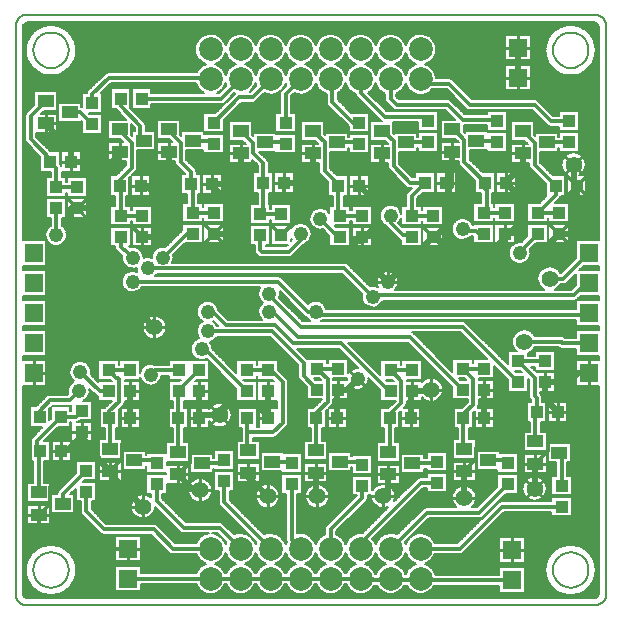
<source format=gtl>
%FSLAX24Y24*%
%MOIN*%
G04 EasyPC Gerber Version 18.0.8 Build 3632 *
%ADD22R,0.03940X0.04330*%
%ADD136R,0.06000X0.06000*%
%ADD10C,0.00500*%
%ADD14C,0.01000*%
%ADD137C,0.01181*%
%ADD138C,0.01969*%
%ADD84C,0.04800*%
%ADD80C,0.05600*%
%ADD15C,0.07874*%
%ADD135R,0.05200X0.03900*%
%ADD71R,0.04330X0.03940*%
X0Y0D02*
D02*
D10*
X4025Y2325D02*
X4038Y2223D01*
X4078Y2128*
X4140Y2047*
X4222Y1984*
X4317Y1945*
X4419Y1931*
X23316*
X23418Y1945*
X23513Y1984*
X23595Y2047*
X23657Y2128*
X23697Y2223*
X23710Y2325*
Y21223*
X23697Y21325*
X23657Y21419*
X23595Y21501*
X23513Y21564*
X23418Y21603*
X23316Y21616*
X4419*
X4317Y21603*
X4222Y21564*
X4140Y21501*
X4078Y21419*
X4038Y21325*
X4025Y21223*
Y2325*
X4275Y9250D02*
Y2325D01*
X4286Y2270*
X4317Y2223*
X4364Y2192*
X4419Y2181*
X23316*
X23371Y2192*
X23418Y2223*
X23449Y2270*
X23460Y2325*
Y9250*
X22700*
Y10100*
X23460*
Y10250*
X22700*
Y10491*
X22225*
X22157Y10504*
X22099Y10541*
X21336*
X21280Y10458*
X21205Y10392*
X21116Y10345*
Y10259*
X21334*
Y10397*
X22016*
Y9753*
X21357*
X21413Y9697*
X22016*
Y9053*
X21509*
Y9001*
X21530Y8980*
X21570Y8920*
X21584Y8850*
Y8716*
X21722*
Y8034*
X21534*
Y7719*
X21735*
Y7079*
X20965*
Y7719*
X21166*
Y8034*
X21078*
Y8716*
X21216*
Y8774*
X21195Y8795*
X21155Y8855*
X21141Y8925*
Y9449*
X21116Y9473*
Y9053*
X20434*
Y9456*
X19966Y9923*
Y9503*
X19457*
X19459Y9475*
Y9447*
X19966*
Y8803*
X19459*
Y8625*
X19450Y8568*
X19424Y8516*
X19972*
Y7834*
X19328*
Y8418*
X19272Y8362*
Y7834*
X19134*
Y7469*
X19360*
Y6829*
X18590*
Y7469*
X18766*
Y7834*
X18628*
Y8516*
X18906*
X19091Y8701*
Y8803*
X18584*
Y9206*
X17099Y10691*
X15119*
X16184Y9627*
Y10097*
X16866*
Y9959*
X16884*
Y10097*
X17566*
Y9453*
X17057*
X17059Y9425*
Y9397*
X17566*
Y9387*
X17648Y9460*
X17746Y9509*
X17853Y9529*
X17962Y9521*
X18065Y9483*
X18154Y9419*
X18222Y9334*
X18265Y9233*
X18280Y9125*
X18265Y9017*
X18222Y8916*
X18154Y8831*
X18065Y8767*
X17962Y8729*
X17853Y8721*
X17746Y8741*
X17648Y8790*
X17566Y8863*
Y8753*
X17059*
Y8675*
X17045Y8605*
X17005Y8545*
X16977Y8516*
X17522*
Y7834*
X16878*
Y8418*
X16822Y8362*
Y7834*
X16684*
Y7369*
X16835*
Y6729*
X16065*
Y7369*
X16316*
Y7834*
X16178*
Y8516*
X16456*
X16691Y8751*
Y8753*
X16184*
Y9106*
X15789Y9501*
X15790Y9475*
X15775Y9372*
X15732Y9277*
X15663Y9199*
X15575Y9142*
X15475Y9114*
X15371Y9114*
X15271Y9144*
X15184Y9201*
X15116Y9280*
Y8803*
X14609*
Y8725*
X14595Y8655*
X14555Y8595*
X14477Y8516*
X15072*
Y7834*
X14428*
Y8468*
X14372Y8412*
Y7834*
X14234*
Y7419*
X14410*
Y6779*
X13640*
Y7419*
X13866*
Y7834*
X13728*
Y8516*
X13956*
X14241Y8801*
Y8803*
X13734*
Y9206*
X13495Y9445*
X13455Y9505*
X13441Y9575*
Y9949*
X12499Y10891*
X10740*
X10677Y10811*
X10594Y10751*
X10498Y10717*
X10548Y10645*
X10579Y10563*
X10590Y10475*
X10590Y10470*
X11384Y9677*
Y10097*
X12066*
Y9959*
X12084*
Y10097*
X12766*
Y9794*
X13055Y9505*
X13095Y9445*
X13109Y9375*
Y8025*
X13095Y7955*
X13055Y7895*
X12730Y7570*
X12670Y7530*
X12600Y7516*
X11934*
Y7419*
X12160*
Y6779*
X11390*
Y7419*
X11566*
Y7834*
X11428*
Y8516*
X12072*
Y7884*
X12128*
Y8516*
X12741*
Y8753*
X12084*
Y9397*
X12643*
X12587Y9453*
X12084*
Y9591*
X12066*
Y9453*
X11607*
X11663Y9397*
X12066*
Y8753*
X11384*
Y9156*
X10466Y10073*
Y9453*
X10063*
X10007Y9397*
X10466*
Y8753*
X9634*
Y8516*
X9772*
Y7834*
X9634*
Y7369*
X9810*
Y6729*
X9066*
Y6621*
X9810*
Y5981*
X9066*
Y5653*
X8909*
Y5501*
X9701Y4709*
X10825*
X10895Y4695*
X10955Y4655*
X11312Y4298*
X11434Y4336*
X11561Y4342*
X11686Y4318*
X11802Y4264*
X11900Y4183*
X11976Y4081*
X12025Y3963*
X12052Y4038*
X10845Y5245*
X10805Y5305*
X10791Y5375*
Y5753*
X10634*
Y6397*
X11316*
Y5753*
X11159*
Y5451*
X12312Y4298*
X12434Y4336*
X12561Y4342*
X12686Y4318*
X12802Y4264*
X12900Y4183*
X12976Y4081*
X13025Y3963*
X13057Y4049*
X13045Y4086*
X13041Y4125*
Y5653*
X12884*
Y6297*
X13566*
Y5653*
X13409*
Y4331*
X13521Y4344*
X13634Y4332*
X13741Y4297*
X13838Y4239*
X13920Y4161*
X13983Y4068*
X14025Y3963*
X14071Y4076*
X14141Y4174*
X14233Y4254*
X14341Y4310*
Y4475*
X14355Y4545*
X14395Y4605*
X15391Y5601*
Y5603*
X15234*
Y6247*
X15916*
Y5763*
X15976Y5849*
X16056Y5916*
X16151Y5960*
X16253Y5979*
X16357Y5972*
X16456Y5937*
X16543Y5879*
X16611Y5800*
X16658Y5707*
X16679Y5605*
X16673Y5500*
X16641Y5401*
X17395Y6155*
X17455Y6195*
X17525Y6209*
X17734*
Y6347*
X18416*
Y5703*
X17734*
Y5841*
X17601*
X15921Y4160*
X15984Y4067*
X16025Y3963*
X16074Y4081*
X16150Y4183*
X16248Y4264*
X16364Y4318*
X16489Y4342*
X16616Y4336*
X16738Y4298*
X17595Y5155*
X17655Y5195*
X17725Y5209*
X18722*
X18658Y5273*
X18610Y5350*
X18580Y5435*
X18570Y5525*
X18584Y5630*
X18624Y5727*
X18689Y5811*
X18773Y5876*
X18870Y5916*
X18975Y5930*
X19080Y5916*
X19177Y5876*
X19261Y5811*
X19326Y5727*
X19366Y5630*
X19380Y5525*
X19370Y5435*
X19340Y5350*
X19292Y5273*
X19228Y5209*
X19399*
X20084Y5894*
Y6297*
X20766*
Y5653*
X20363*
X19605Y4895*
X19545Y4855*
X19475Y4841*
X17801*
X16998Y4038*
X17025Y3963*
X17069Y4073*
X17137Y4169*
X17225Y4248*
X17328Y4305*
X17442Y4337*
X17560Y4343*
X17676Y4321*
X17784Y4274*
X17879Y4204*
X17956Y4114*
X18010Y4009*
X18749*
X20095Y5355*
X20155Y5395*
X20225Y5409*
X21884*
Y5547*
X22566*
Y4903*
X21884*
Y5041*
X20301*
X18955Y3695*
X18895Y3655*
X18825Y3641*
X18010*
X17954Y3533*
X17874Y3441*
X17776Y3371*
X17663Y3325*
X17763Y3286*
X17853Y3227*
X17929Y3150*
X17988Y3060*
X18026Y2959*
X20150*
Y3200*
X21000*
Y2350*
X20150*
Y2591*
X17988*
X17917Y2486*
X17823Y2401*
X17711Y2341*
X17588Y2310*
X17462*
X17339Y2341*
X17227Y2401*
X17133Y2486*
X17062Y2591*
X16988*
X16917Y2486*
X16823Y2401*
X16711Y2341*
X16588Y2310*
X16462*
X16339Y2341*
X16227Y2401*
X16133Y2486*
X16062Y2591*
X15988*
X15922Y2491*
X15835Y2409*
X15731Y2349*
X15617Y2315*
X15498Y2307*
X15380Y2327*
X15270Y2374*
X15173Y2444*
X15095Y2535*
X15040Y2641*
X15010*
X14952Y2530*
X14869Y2437*
X14766Y2366*
X14649Y2321*
X14525Y2306*
X14401Y2321*
X14284Y2366*
X14181Y2437*
X14098Y2530*
X14040Y2641*
X14010*
X13952Y2530*
X13869Y2437*
X13766Y2366*
X13649Y2321*
X13525Y2306*
X13401Y2321*
X13284Y2366*
X13181Y2437*
X13098Y2530*
X13040Y2641*
X13010*
X12952Y2530*
X12869Y2437*
X12766Y2366*
X12649Y2321*
X12525Y2306*
X12401Y2321*
X12284Y2366*
X12181Y2437*
X12098Y2530*
X12040Y2641*
X12010*
X11952Y2530*
X11869Y2437*
X11766Y2366*
X11649Y2321*
X11525Y2306*
X11401Y2321*
X11284Y2366*
X11181Y2437*
X11098Y2530*
X11040Y2641*
X11010*
X10952Y2530*
X10869Y2437*
X10766Y2366*
X10649Y2321*
X10525Y2306*
X10401Y2321*
X10284Y2366*
X10181Y2437*
X10098Y2530*
X10040Y2641*
X8200*
Y2400*
X7350*
Y3250*
X8200*
Y3009*
X10040*
X10096Y3117*
X10176Y3209*
X10274Y3279*
X10387Y3325*
X10274Y3371*
X10176Y3441*
X10096Y3533*
X10040Y3641*
X9275*
X9205Y3655*
X9145Y3695*
X8549Y4291*
X6975*
X6905Y4305*
X6845Y4345*
X6245Y4945*
X6205Y5005*
X6191Y5075*
Y5403*
X6034*
Y5823*
X5855Y5645*
X5985*
Y5005*
X5215*
Y5645*
X5416*
Y5650*
X5430Y5720*
X5470Y5780*
X6034Y6344*
Y6747*
X6716*
Y6103*
X6313*
X6257Y6047*
X6716*
Y5403*
X6559*
Y5151*
X7051Y4659*
X8625*
X8695Y4645*
X8755Y4605*
X9351Y4009*
X10040*
X10092Y4111*
X10165Y4199*
X10256Y4269*
X10360Y4317*
X10472Y4341*
X9625*
X9555Y4355*
X9495Y4395*
X8680Y5210*
X8662Y5107*
X8619Y5012*
X8553Y4931*
X8469Y4869*
X8371Y4832*
X8267Y4820*
X8164Y4835*
X8068Y4877*
X7986Y4941*
X7923Y5025*
X7883Y5121*
X7870Y5225*
X7883Y5327*
X7921Y5422*
X7982Y5505*
X8062Y5569*
X8155Y5612*
X8256Y5630*
X8359Y5621*
X8456Y5588*
X8541Y5530*
Y5653*
X8384*
Y6297*
X9040*
Y6353*
X8384*
Y6591*
X8360*
Y6455*
X7590*
Y7095*
X8360*
Y6959*
X8384*
Y6997*
X9040*
Y7369*
X9266*
Y7834*
X9128*
Y8516*
X9266*
Y8753*
X9134*
Y9397*
X9487*
X9543Y9453*
X9134*
Y9591*
X8888*
X8864Y9490*
X8812Y9400*
X8737Y9328*
X8644Y9280*
X8542Y9260*
X8438Y9270*
X8342Y9309*
X8260Y9374*
X8200Y9459*
X8166Y9557*
Y9453*
X7659*
Y9397*
X8166*
Y8753*
X7659*
Y8725*
X7645Y8655*
X7605Y8595*
X7472Y8462*
Y7834*
X7359*
Y7469*
X7560*
Y6829*
X6790*
Y7469*
X6991*
Y7834*
X6828*
Y8516*
X7007*
X7020Y8530*
X7243Y8753*
X6784*
Y8896*
X6736Y8914*
X6695Y8945*
X6480Y9160*
X6490Y9062*
X6473Y8965*
X6431Y8876*
X6367Y8802*
X6285Y8747*
X6566*
Y8103*
X6163*
X6155Y8095*
X6117Y8065*
X6072Y8047*
X6566*
Y7403*
X5884*
Y8041*
X5847*
Y7884*
X5444*
X4977Y7416*
X5172*
Y6734*
X4984*
Y6019*
X5185*
Y5379*
X4415*
Y6019*
X4616*
Y6734*
X4528*
Y7416*
X4541*
Y7425*
X4555Y7495*
X4595Y7555*
X4923Y7884*
X4503*
Y8566*
X4706*
X5045Y8905*
X5105Y8945*
X5175Y8959*
X5749*
X5772Y8982*
X5760Y9086*
X5778Y9189*
X5825Y9283*
X5896Y9359*
X5986Y9413*
X5913Y9471*
X5857Y9546*
X5822Y9632*
X5810Y9725*
X5825Y9828*
X5868Y9922*
X5936Y10001*
X6023Y10057*
X6123Y10086*
X6227*
X6327Y10057*
X6414Y10001*
X6482Y9922*
X6525Y9828*
X6540Y9725*
X6528Y9632*
X6784Y9377*
Y9397*
X7243*
X7187Y9453*
X6784*
Y10097*
X7466*
Y9959*
X7484*
Y10097*
X8166*
Y9693*
X8195Y9782*
X8246Y9860*
X8315Y9924*
X8398Y9967*
X8489Y9988*
X8582Y9986*
X8672Y9959*
X8675Y9959*
X9134*
Y10097*
X10443*
X10390Y10150*
X10290Y10116*
X10184Y10112*
X10081Y10140*
X9991Y10195*
X9920Y10274*
X9875Y10370*
X9860Y10475*
X9874Y10574*
X9913Y10665*
X9976Y10742*
X10058Y10800*
X10152Y10833*
X10099Y10911*
X10068Y11001*
X10061Y11095*
X10078Y11189*
X10119Y11274*
X10181Y11346*
X10259Y11400*
X10177Y11457*
X10114Y11534*
X10074Y11626*
X10060Y11725*
X10074Y11824*
X10113Y11915*
X10176Y11992*
X10257Y12049*
X10351Y12082*
X10451Y12089*
X10548Y12069*
X10636Y12023*
X10709Y11955*
X10760Y11869*
X10787Y11774*
X11101Y11459*
X12225*
X12166Y11530*
X12127Y11614*
X12111Y11704*
X12117Y11796*
X12146Y11884*
X12196Y11961*
X12264Y12023*
X12193Y12089*
X12142Y12172*
X12114Y12265*
X12112Y12362*
X12136Y12456*
X12184Y12541*
X8240*
X8174Y12458*
X8088Y12398*
X7987Y12365*
X7882Y12363*
X7780Y12390*
X7690Y12446*
X7620Y12525*
X7575Y12620*
X7560Y12725*
X7575Y12828*
X7619Y12923*
X7687Y13002*
X7775Y13058*
X7876Y13087*
X7980Y13086*
X8080Y13055*
X8065Y13114*
X8060Y13175*
X8060Y13186*
X7965Y13162*
X7867Y13165*
X7773Y13193*
X7690Y13246*
X7624Y13318*
X7580Y13406*
X7561Y13502*
X7568Y13600*
X7529Y13618*
X7495Y13645*
X7395Y13745*
X7355Y13805*
X7341Y13875*
Y13903*
X7184*
Y14547*
X7866*
Y13903*
X7807*
X7832Y13878*
X7927Y13890*
X8021Y13877*
X8108Y13841*
X8184Y13783*
X8241Y13707*
X8278Y13619*
X8290Y13525*
X8290Y13514*
X8379Y13537*
X8471*
X8560Y13514*
X8560Y13525*
X8572Y13619*
X8609Y13707*
X8666Y13783*
X8742Y13841*
X8829Y13877*
X8923Y13890*
X9018Y13878*
X9584Y14444*
Y14647*
X10266*
Y14003*
X9663*
X9278Y13618*
X9290Y13530*
X9280Y13442*
X9250Y13359*
X14975*
X15045Y13345*
X15105Y13305*
X15832Y12578*
X15928Y12590*
X16023Y12577*
X16111Y12539*
X16073Y12629*
X16060Y12725*
X16075Y12828*
X16118Y12922*
X16186Y13001*
X16273Y13057*
X16373Y13086*
X16477*
X16577Y13057*
X16664Y13001*
X16732Y12922*
X16775Y12828*
X16790Y12725*
X16777Y12627*
X16737Y12536*
X16675Y12459*
X21651*
X21574Y12507*
X21509Y12571*
X21461Y12648*
X21430Y12734*
X21420Y12825*
X21434Y12932*
X21476Y13031*
X21543Y13116*
X21630Y13180*
X21730Y13219*
X21838Y13230*
X21944Y13212*
X22042Y13167*
X22124Y13098*
X22186Y13009*
X22199*
X22700Y13510*
Y14100*
X23460*
Y21223*
X23449Y21278*
X23418Y21324*
X23371Y21355*
X23316Y21366*
X4419*
X4364Y21355*
X4317Y21324*
X4286Y21278*
X4275Y21223*
Y14100*
X5050*
Y13250*
X4275*
Y13100*
X5050*
Y12250*
X4275*
Y12100*
X5050*
Y11250*
X4275*
Y11100*
X5050*
Y10250*
X4275*
Y10100*
X5050*
Y9250*
X4275*
X4366Y3112D02*
X4380Y3267D01*
X4422Y3416*
X4491Y3555*
X4585Y3679*
X4700Y3783*
X4831Y3865*
X4976Y3921*
X5129Y3949*
X5284*
X5436Y3921*
X5581Y3865*
X5713Y3783*
X5827Y3679*
X5921Y3555*
X5990Y3416*
X6032Y3267*
X6047Y3112*
X6032Y2958*
X5990Y2809*
X5921Y2670*
X5827Y2546*
X5713Y2442*
X5581Y2360*
X5436Y2304*
X5284Y2275*
X5129*
X4976Y2304*
X4831Y2360*
X4700Y2442*
X4585Y2546*
X4491Y2670*
X4422Y2809*
X4380Y2958*
X4366Y3112*
Y20435D02*
X4380Y20590D01*
X4422Y20739*
X4491Y20878*
X4585Y21001*
X4700Y21106*
X4831Y21188*
X4976Y21244*
X5129Y21272*
X5284*
X5436Y21244*
X5581Y21188*
X5713Y21106*
X5827Y21001*
X5921Y20878*
X5990Y20739*
X6032Y20590*
X6047Y20435*
X6032Y20281*
X5990Y20132*
X5921Y19993*
X5827Y19869*
X5713Y19764*
X5581Y19683*
X5436Y19627*
X5284Y19598*
X5129*
X4976Y19627*
X4831Y19683*
X4700Y19764*
X4585Y19869*
X4491Y19993*
X4422Y20132*
X4380Y20281*
X4366Y20435*
X4415Y5271D02*
X5185D01*
Y4631*
X4415*
Y5271*
X4640Y18624D02*
Y19069D01*
X5410*
Y18429*
X4966*
X4858Y18321*
X5410*
Y17681*
X4709*
Y17551*
X5194Y17066*
X5497*
Y16663*
X5505Y16655*
X5535Y16617*
X5553Y16572*
Y17066*
X6197*
Y16384*
X5559*
Y16197*
X5716*
Y16059*
X5734*
Y16197*
X6416*
Y15553*
X5734*
Y15691*
X5716*
Y15553*
X5034*
Y16197*
X5191*
Y16384*
X4853*
Y16887*
X4395Y17345*
X4355Y17405*
X4341Y17475*
Y18249*
X4355Y18319*
X4395Y18379*
X4640Y18624*
X5191Y14590D02*
Y14853D01*
X5034*
Y15497*
X5716*
Y14853*
X5559*
Y14590*
X5634Y14532*
X5692Y14457*
X5728Y14369*
X5740Y14275*
X5725Y14172*
X5682Y14078*
X5614Y13999*
X5527Y13943*
X5427Y13914*
X5323*
X5223Y13943*
X5136Y13999*
X5068Y14078*
X5025Y14172*
X5010Y14275*
X5022Y14369*
X5058Y14457*
X5116Y14532*
X5191Y14590*
X5228Y6734D02*
Y7416D01*
X5872*
Y6734*
X5228*
X5734Y15497D02*
X6416D01*
Y14853*
X5734*
Y15497*
X6210Y18080D02*
Y18055D01*
X5440*
Y18695*
X6210*
Y18556*
X6234Y18549*
Y18997*
X6392*
X6409Y19056*
X6445Y19105*
X6995Y19655*
X7055Y19695*
X7125Y19709*
X10062*
X10121Y19800*
X10196Y19876*
X10287Y19936*
X10387Y19975*
X10283Y20016*
X10190Y20079*
X10112Y20161*
X10054Y20257*
X10018Y20363*
X10006Y20475*
X10021Y20598*
X10065Y20714*
X10134Y20816*
X10226Y20899*
X10335Y20958*
X10455Y20989*
X10579Y20991*
X10700Y20963*
X10811Y20908*
X10905Y20828*
X10978Y20728*
X11025Y20613*
X11071Y20726*
X11143Y20826*
X11236Y20906*
X11345Y20961*
X11464Y20990*
X11586*
X11705Y20961*
X11814Y20906*
X11907Y20826*
X11979Y20726*
X12025Y20613*
X12071Y20726*
X12143Y20826*
X12236Y20906*
X12345Y20961*
X12464Y20990*
X12586*
X12705Y20961*
X12814Y20906*
X12907Y20826*
X12979Y20726*
X13025Y20613*
X13071Y20726*
X13143Y20826*
X13236Y20906*
X13345Y20961*
X13464Y20990*
X13586*
X13705Y20961*
X13814Y20906*
X13907Y20826*
X13979Y20726*
X14025Y20613*
X14071Y20726*
X14143Y20826*
X14236Y20906*
X14345Y20961*
X14464Y20990*
X14586*
X14705Y20961*
X14814Y20906*
X14907Y20826*
X14979Y20726*
X15025Y20613*
X15071Y20726*
X15143Y20826*
X15236Y20906*
X15345Y20961*
X15464Y20990*
X15586*
X15705Y20961*
X15814Y20906*
X15907Y20826*
X15979Y20726*
X16025Y20613*
X16071Y20726*
X16143Y20826*
X16236Y20906*
X16345Y20961*
X16464Y20990*
X16586*
X16705Y20961*
X16814Y20906*
X16907Y20826*
X16979Y20726*
X17025Y20613*
X17072Y20728*
X17145Y20828*
X17239Y20908*
X17350Y20963*
X17471Y20991*
X17595Y20989*
X17714Y20958*
X17824Y20899*
X17916Y20816*
X17985Y20714*
X18029Y20598*
X18044Y20475*
X18032Y20363*
X17996Y20257*
X17938Y20161*
X17860Y20079*
X17767Y20016*
X17663Y19975*
X17762Y19936*
X17852Y19878*
X17927Y19803*
X17986Y19713*
X18025Y19614*
X18043Y19509*
X18475*
X18545Y19495*
X18605Y19455*
X19251Y18809*
X21325*
X21395Y18795*
X21455Y18755*
X21951Y18259*
X22134*
Y18397*
X22816*
Y17753*
X22134*
Y17891*
X21875*
X21805Y17905*
X21745Y17945*
X21249Y18441*
X19175*
X19105Y18455*
X19045Y18495*
X18399Y19141*
X17922*
X17830Y19056*
X17721Y18995*
X17601Y18962*
X17476Y18959*
X17354Y18985*
X17242Y19040*
X17146Y19121*
X17073Y19221*
X17025Y19337*
X16979Y19224*
X16909Y19126*
X16817Y19046*
X16709Y18990*
Y18901*
X16801Y18809*
X18425*
X18495Y18795*
X18555Y18755*
X19001Y18309*
X19734*
Y18397*
X20416*
Y17753*
X19734*
Y17941*
X18960*
Y17724*
X18990Y17695*
Y17745*
X19760*
Y17697*
X20416*
Y17053*
X19734*
Y17105*
X19159*
Y16801*
X19594Y16366*
X19997*
Y15684*
X19909*
Y15347*
X19966*
Y15209*
X19984*
Y15347*
X20666*
Y14703*
X19984*
Y14841*
X19966*
Y14703*
X19284*
Y15347*
X19541*
Y15684*
X19353*
Y16087*
X18845Y16595*
X18805Y16655*
X18791Y16725*
Y16731*
X18190*
Y17371*
X18791*
Y17373*
X18685Y17479*
X18190*
Y18119*
X18671*
X18349Y18441*
X16725*
X16655Y18455*
X16595Y18495*
X16395Y18695*
X16355Y18755*
X16341Y18825*
Y18990*
X16233Y19046*
X16141Y19126*
X16071Y19224*
X16025Y19337*
X15989Y19243*
X15935Y19158*
X15866Y19084*
X15784Y19026*
X16401Y18409*
X17625*
X17690Y18397*
X18116*
Y17753*
X17434*
Y18041*
X16610*
Y17674*
X16639Y17645*
Y17695*
X17409*
Y17559*
X17434*
Y17697*
X18116*
Y17053*
X17434*
Y17191*
X17409*
Y17055*
X16809*
Y16651*
X17251Y16209*
X17353*
Y16366*
X17997*
Y15684*
X17594*
X17409Y15499*
Y15247*
X17566*
Y15109*
X17584*
Y15247*
X18266*
Y14603*
X17584*
Y14741*
X17566*
Y14603*
X16884*
Y14857*
X16849Y14758*
X16788Y14672*
X16913Y14547*
X17566*
Y13903*
X16884*
Y14096*
X16836Y14114*
X16795Y14145*
X16395Y14545*
X16356Y14601*
X16275Y14659*
X16213Y14736*
X16173Y14827*
X16160Y14925*
X16173Y15022*
X16211Y15112*
X16272Y15188*
X16351Y15246*
X16443Y15281*
X16540Y15290*
X16636Y15273*
X16724Y15231*
X16798Y15167*
X16853Y15086*
X16884Y14993*
Y15247*
X17041*
Y15575*
X17055Y15645*
X17095Y15705*
X17231Y15841*
X17175*
X17104Y15855*
X17045Y15895*
X16495Y16445*
X16455Y16505*
X16441Y16575*
Y16681*
X15840*
Y17321*
X16441*
Y17323*
X16335Y17429*
X15840*
Y18069*
X16227*
X16195Y18095*
X15395Y18895*
X15363Y18938*
X15345Y18989*
X15236Y19045*
X15143Y19124*
X15071Y19224*
X15025Y19337*
X14986Y19237*
X14926Y19146*
X14850Y19071*
X14759Y19012*
Y18801*
X15213Y18347*
X15816*
Y17703*
X15134*
Y17906*
X14445Y18595*
X14405Y18655*
X14391Y18725*
Y18974*
X14290Y19012*
X14200Y19071*
X14123Y19147*
X14064Y19237*
X14025Y19337*
X13976Y19219*
X13900Y19117*
X13802Y19036*
X13686Y18982*
X13561Y18958*
X13434Y18964*
X13312Y19002*
X13209Y18899*
Y18347*
X13366*
Y17703*
X12684*
Y18347*
X12841*
Y18975*
X12855Y19045*
X12895Y19105*
X13052Y19262*
X13025Y19337*
X12976Y19219*
X12900Y19117*
X12802Y19036*
X12686Y18982*
X12561Y18958*
X12434Y18964*
X12312Y19002*
X12055Y18745*
X11995Y18705*
X11925Y18691*
X11551*
X10966Y18106*
Y17703*
X10310*
Y17647*
X10966*
Y17003*
X10284*
Y17105*
X9709*
Y16801*
X10005Y16505*
X10045Y16445*
X10059Y16375*
Y16316*
X10197*
Y15634*
X10109*
Y15347*
X10266*
Y15209*
X10284*
Y15347*
X10966*
Y14703*
X10284*
Y14841*
X10266*
Y14703*
X9584*
Y15347*
X9741*
Y15634*
X9553*
Y16316*
X9673*
X9395Y16595*
X9355Y16655*
X9341Y16725*
Y16731*
X8740*
Y17371*
X9243*
X9135Y17479*
X8740*
Y18119*
X9510*
Y17624*
X9540Y17595*
Y17745*
X10284*
Y18347*
X10687*
X11333Y18993*
X11312Y19002*
X11005Y18695*
X10945Y18655*
X10875Y18641*
X8547*
Y18484*
X7903*
Y19166*
X8547*
Y19009*
X10297*
X10204Y19068*
X10125Y19145*
X10064Y19238*
X10024Y19341*
X7201*
X6857Y18997*
X6916*
Y18353*
X6457*
X6513Y18297*
X6916*
Y17653*
X6234*
Y18056*
X6210Y18080*
X6790Y6721D02*
X7560D01*
Y6081*
X6790*
Y6721*
X7341Y15247D02*
Y15584D01*
X7168*
Y16266*
X7371*
X7706Y16601*
Y16731*
X7105*
Y17371*
X7608*
X7500Y17479*
X7105*
Y18119*
X7721*
X7395Y18445*
X7365Y18484*
X7203*
Y19166*
X7847*
Y18513*
X8305Y18055*
X8345Y17995*
X8359Y17925*
Y17745*
X8675*
Y17105*
X8074*
Y16525*
X8060Y16455*
X8020Y16395*
X7892Y16266*
X8512*
Y15584*
X7868*
Y16243*
X7812Y16187*
Y15584*
X7709*
Y15247*
X7866*
Y15109*
X7899*
Y15247*
X8581*
Y14603*
X7899*
Y14741*
X7866*
Y14603*
X7184*
Y15247*
X7341*
X7528Y7834D02*
Y8516D01*
X8172*
Y7834*
X7528*
X7899Y14547D02*
X8581D01*
Y13903*
X7899*
Y14547*
X8200Y3400D02*
X7350D01*
Y4250*
X8200*
Y3400*
X8245Y11200D02*
X8259Y11305D01*
X8299Y11402*
X8364Y11486*
X8448Y11551*
X8545Y11591*
X8650Y11605*
X8755Y11591*
X8852Y11551*
X8936Y11486*
X9001Y11402*
X9041Y11305*
X9055Y11200*
X9041Y11095*
X9001Y10998*
X8936Y10914*
X8852Y10849*
X8755Y10809*
X8650Y10795*
X8545Y10809*
X8448Y10849*
X8364Y10914*
X8299Y10998*
X8259Y11095*
X8245Y11200*
X9770Y5775D02*
X9784Y5880D01*
X9824Y5977*
X9889Y6061*
X9973Y6126*
X10070Y6166*
X10175Y6180*
X10280Y6166*
X10377Y6126*
X10461Y6061*
X10526Y5977*
X10566Y5880*
X10580Y5775*
X10566Y5670*
X10526Y5573*
X10461Y5489*
X10377Y5424*
X10280Y5384*
X10175Y5370*
X10070Y5384*
X9973Y5424*
X9889Y5489*
X9824Y5573*
X9784Y5670*
X9770Y5775*
X10253Y15634D02*
Y16316D01*
X10897*
Y15634*
X10253*
X10284Y14647D02*
X10966D01*
Y14003*
X10284*
Y14647*
X10472Y8077D02*
Y7834D01*
X9828*
Y8516*
X10472*
Y8473*
X10536Y8558*
X10619Y8624*
X10717Y8665*
X10822Y8680*
X10927Y8667*
X11026Y8627*
X11110Y8562*
X11175Y8478*
X11216Y8380*
X11230Y8275*
X11216Y8170*
X11175Y8072*
X11110Y7988*
X11026Y7923*
X10928Y7883*
X10822Y7870*
X10717Y7885*
X10619Y7926*
X10536Y7992*
X10472Y8077*
X10610Y6491D02*
Y6355D01*
X9840*
Y6995*
X10610*
Y6859*
X10634*
Y7097*
X11316*
Y6453*
X10634*
Y6491*
X10610*
X11390Y6671D02*
X12160D01*
Y6031*
X11390*
Y6671*
X11585Y17429D02*
X11140D01*
Y18069*
X11910*
Y17624*
X11940Y17595*
Y17695*
X12710*
Y17647*
X13366*
Y17003*
X12684*
Y17055*
X12155*
X12405Y16805*
X12445Y16745*
X12459Y16675*
Y16366*
X12597*
Y15684*
X12459*
Y15297*
X12516*
Y15159*
X12534*
Y15297*
X13216*
Y14653*
X12534*
Y14791*
X12516*
Y14653*
X11834*
Y15297*
X12091*
Y15684*
X11953*
Y16366*
X12091*
Y16599*
X11910Y16779*
Y16681*
X11140*
Y17321*
X11693*
X11585Y17429*
X11991Y13953D02*
X11834D01*
Y14597*
X12516*
Y13953*
X12359*
Y13909*
X13049*
X13093Y13953*
X12534*
Y14597*
X13216*
Y14520*
X13284Y14599*
X13371Y14656*
X13471Y14686*
X13575Y14686*
X13675Y14658*
X13763Y14601*
X13832Y14523*
X13875Y14428*
X13890Y14325*
X13879Y14234*
X13845Y14149*
X13791Y14075*
X13721Y14017*
X13638Y13978*
X13255Y13595*
X13195Y13555*
X13125Y13541*
X12225*
X12155Y13555*
X12095Y13595*
X12045Y13645*
X12005Y13705*
X11991Y13775*
Y13953*
X12020Y5575D02*
X12034Y5680D01*
X12074Y5777*
X12139Y5861*
X12223Y5926*
X12320Y5966*
X12425Y5980*
X12530Y5966*
X12627Y5926*
X12711Y5861*
X12776Y5777*
X12816Y5680*
X12830Y5575*
X12816Y5470*
X12776Y5373*
X12711Y5289*
X12627Y5224*
X12530Y5184*
X12425Y5170*
X12320Y5184*
X12223Y5224*
X12139Y5289*
X12074Y5373*
X12034Y5470*
X12020Y5575*
X12653Y15684D02*
Y16366D01*
X13297*
Y15684*
X12653*
X12884Y6405D02*
X12190D01*
Y7045*
X12960*
Y6997*
X13566*
Y6353*
X12884*
Y6405*
X13640Y6671D02*
X14410D01*
Y6031*
X13640*
Y6671*
X13670Y5575D02*
X13684Y5680D01*
X13724Y5777*
X13789Y5861*
X13873Y5926*
X13970Y5966*
X14075Y5980*
X14180Y5966*
X14277Y5926*
X14361Y5861*
X14426Y5777*
X14466Y5680*
X14480Y5575*
X14466Y5470*
X14426Y5373*
X14361Y5289*
X14277Y5224*
X14180Y5184*
X14075Y5170*
X13970Y5184*
X13873Y5224*
X13789Y5289*
X13724Y5373*
X13684Y5470*
X13670Y5575*
X14011Y17429D02*
X13540D01*
Y18069*
X14310*
Y17650*
X14340Y17621*
Y17695*
X15110*
Y17559*
X15134*
Y17647*
X15816*
Y17003*
X15134*
Y17191*
X15110*
Y17055*
X14509*
Y16501*
X14744Y16266*
X15097*
Y15584*
X14959*
Y15247*
X15166*
Y15109*
X15234*
Y15247*
X15916*
Y14603*
X15234*
Y14741*
X15166*
Y14603*
X14657*
X14713Y14547*
X15166*
Y13903*
X14484*
Y14256*
X14268Y14472*
X14173Y14460*
X14079Y14473*
X13992Y14509*
X13916Y14567*
X13859Y14643*
X13822Y14731*
X13810Y14825*
X13825Y14928*
X13868Y15023*
X13937Y15101*
X14025Y15158*
X14125Y15186*
X14229Y15186*
X14329Y15156*
X14416Y15099*
X14484Y15020*
Y15247*
X14591*
Y15584*
X14453*
Y16037*
X14195Y16295*
X14155Y16355*
X14141Y16425*
Y16681*
X13540*
Y17321*
X14119*
X14011Y17429*
X15153Y15584D02*
Y16266D01*
X15797*
Y15584*
X15153*
X15210Y6541D02*
Y6405D01*
X14440*
Y7045*
X15210*
Y6909*
X15234*
Y6947*
X15916*
Y6303*
X15234*
Y6541*
X15210*
X15234Y14547D02*
X15916D01*
Y13903*
X15234*
Y14547*
X16065Y6621D02*
X16835D01*
Y5981*
X16065*
Y6621*
X17584Y14547D02*
X18266D01*
Y13903*
X17584*
Y14547*
X17635Y6491D02*
Y6355D01*
X16865*
Y6995*
X17635*
Y6859*
X17734*
Y7047*
X18416*
Y6403*
X17734*
Y6491*
X17635*
X18053Y15684D02*
Y16366D01*
X18697*
Y15684*
X18053*
X18590Y6721D02*
X19360D01*
Y6081*
X18590*
Y6721*
X19205Y14241D02*
X19132Y14174D01*
X19044Y14130*
X18947Y14111*
X18848Y14118*
X18755Y14152*
X18675Y14209*
X18613Y14286*
X18573Y14377*
X18560Y14475*
X18574Y14575*
X18614Y14667*
X18679Y14744*
X18761Y14801*
X18857Y14834*
X18957Y14839*
X19055Y14816*
X19143Y14767*
X19215Y14697*
X19264Y14609*
X19284*
Y14647*
X19966*
Y14003*
X19284*
Y14241*
X19205*
X20053Y15684D02*
Y16366D01*
X20697*
Y15684*
X20053*
X20084Y6455D02*
X19390D01*
Y7095*
X20160*
Y6997*
X20766*
Y6353*
X20084*
Y6455*
X20350Y19950D02*
X21200D01*
Y19100*
X20350*
Y19950*
Y20950D02*
X21200D01*
Y20100*
X20350*
Y20950*
X20665Y14003D02*
X19984D01*
Y14647*
X20666*
Y14004*
X20734Y14028*
X20804Y14039*
X20876Y14036*
X21084Y14244*
Y14647*
X21766*
Y14003*
X21363*
X21166Y13806*
X21184Y13741*
X21190Y13675*
X21175Y13572*
X21132Y13478*
X21064Y13399*
X20977Y13343*
X20877Y13314*
X20773*
X20673Y13343*
X20586Y13399*
X20518Y13478*
X20475Y13572*
X20460Y13675*
X20474Y13776*
X20515Y13868*
X20581Y13946*
X20665Y14003*
X20920Y5825D02*
X20934Y5930D01*
X20974Y6027*
X21039Y6111*
X21123Y6176*
X21220Y6216*
X21325Y6230*
X21430Y6216*
X21527Y6176*
X21611Y6111*
X21676Y6027*
X21716Y5930*
X21730Y5825*
X21716Y5720*
X21676Y5623*
X21611Y5539*
X21527Y5474*
X21430Y5434*
X21325Y5420*
X21220Y5434*
X21123Y5474*
X21039Y5539*
X20974Y5623*
X20934Y5720*
X20920Y5825*
X20965Y6971D02*
X21735D01*
Y6331*
X20965*
Y6971*
X20985Y17429D02*
X20540D01*
Y18069*
X21310*
Y17624*
X21340Y17595*
Y17695*
X22110*
Y17559*
X22134*
Y17697*
X22816*
Y17053*
X22134*
Y17191*
X22110*
Y17055*
X21509*
Y16701*
X21944Y16266*
X22347*
Y15584*
X22204*
X22186Y15536*
X22155Y15495*
X22007Y15347*
X22466*
Y14703*
X21784*
Y14841*
X21766*
Y14703*
X21084*
Y15347*
X21487*
X21723Y15584*
X21703*
Y15987*
X21195Y16495*
X21155Y16555*
X21141Y16625*
Y16681*
X20540*
Y17321*
X21093*
X20985Y17429*
X21000Y3350D02*
X20150D01*
Y4200*
X21000*
Y3350*
X21688Y3112D02*
X21703Y3267D01*
X21745Y3416*
X21814Y3555*
X21908Y3679*
X22022Y3783*
X22154Y3865*
X22299Y3921*
X22451Y3949*
X22606*
X22759Y3921*
X22904Y3865*
X23036Y3783*
X23150Y3679*
X23244Y3555*
X23313Y3416*
X23355Y3267*
X23369Y3112*
X23355Y2958*
X23313Y2809*
X23244Y2670*
X23150Y2546*
X23036Y2442*
X22904Y2360*
X22759Y2304*
X22606Y2275*
X22451*
X22299Y2304*
X22154Y2360*
X22022Y2442*
X21908Y2546*
X21814Y2670*
X21745Y2809*
X21703Y2958*
X21688Y3112*
Y20435D02*
X21703Y20590D01*
X21745Y20739*
X21814Y20878*
X21908Y21001*
X22022Y21106*
X22154Y21188*
X22299Y21244*
X22451Y21272*
X22606*
X22759Y21244*
X22904Y21188*
X23036Y21106*
X23150Y21001*
X23244Y20878*
X23313Y20739*
X23355Y20590*
X23369Y20435*
X23355Y20281*
X23313Y20132*
X23244Y19993*
X23150Y19869*
X23036Y19764*
X22904Y19683*
X22759Y19627*
X22606Y19598*
X22451*
X22299Y19627*
X22154Y19683*
X22022Y19764*
X21908Y19869*
X21814Y19993*
X21745Y20132*
X21703Y20281*
X21688Y20435*
X21778Y8034D02*
Y8716D01*
X22422*
Y8034*
X21778*
X21784Y14647D02*
X22466D01*
Y14003*
X21784*
Y14647*
X22041Y6247D02*
Y6705D01*
X21765*
Y7345*
X22535*
Y6705*
X22409*
Y6247*
X22566*
Y5603*
X21884*
Y6247*
X22041*
X22437Y16266D02*
X22347Y16330D01*
X22278Y16415*
X22235Y16516*
X22220Y16625*
X22234Y16730*
X22274Y16827*
X22339Y16911*
X22423Y16976*
X22520Y17016*
X22625Y17030*
X22730Y17016*
X22827Y16976*
X22911Y16911*
X22976Y16827*
X23016Y16730*
X23030Y16625*
X23015Y16516*
X22972Y16415*
X22903Y16330*
X22813Y16266*
X23047*
Y15584*
X22403*
Y16266*
X22437*
X4371Y2189D02*
X23364D01*
X4305Y2237D02*
X23430D01*
X4281Y2285D02*
X5056D01*
X5357D02*
X22378D01*
X22679D02*
X23454D01*
X4275Y2333D02*
X4890D01*
X5522D02*
X10359D01*
X10691D02*
X11359D01*
X11691D02*
X12359D01*
X12691D02*
X13359D01*
X13691D02*
X14359D01*
X14691D02*
X15359D01*
X15691D02*
X16359D01*
X16691D02*
X17359D01*
X17691D02*
X22213D01*
X22845D02*
X23460D01*
X4275Y2381D02*
X4791D01*
X5621D02*
X10256D01*
X10794D02*
X11256D01*
X11794D02*
X12256D01*
X12794D02*
X13256D01*
X13794D02*
X14256D01*
X14794D02*
X15256D01*
X15794D02*
X16256D01*
X16794D02*
X17256D01*
X17794D02*
X20150D01*
X21000D02*
X22114D01*
X22944D02*
X23460D01*
X4275Y2430D02*
X4716D01*
X5696D02*
X7350D01*
X8200D02*
X10189D01*
X10861D02*
X11189D01*
X11861D02*
X12189D01*
X12861D02*
X13189D01*
X13861D02*
X14189D01*
X14861D02*
X15189D01*
X15861D02*
X16189D01*
X16861D02*
X17189D01*
X17861D02*
X20150D01*
X21000D02*
X22039D01*
X23019D02*
X23460D01*
X4275Y2478D02*
X4655D01*
X5757D02*
X7350D01*
X8200D02*
X10140D01*
X10910D02*
X11140D01*
X11910D02*
X12140D01*
X12910D02*
X13140D01*
X13910D02*
X14140D01*
X14910D02*
X15140D01*
X15910D02*
X16140D01*
X16910D02*
X17140D01*
X17910D02*
X20150D01*
X21000D02*
X21978D01*
X23080D02*
X23460D01*
X4275Y2526D02*
X4604D01*
X5808D02*
X7350D01*
X8200D02*
X10101D01*
X10949D02*
X11101D01*
X11949D02*
X12101D01*
X12949D02*
X13101D01*
X13949D02*
X14101D01*
X14949D02*
X15101D01*
X15949D02*
X16101D01*
X16949D02*
X17101D01*
X17949D02*
X20150D01*
X21000D02*
X21927D01*
X23131D02*
X23460D01*
X4275Y2574D02*
X4561D01*
X5851D02*
X7350D01*
X8200D02*
X10071D01*
X10979D02*
X11071D01*
X11979D02*
X12071D01*
X12979D02*
X13071D01*
X13979D02*
X14071D01*
X14979D02*
X15071D01*
X15979D02*
X16071D01*
X16979D02*
X17071D01*
X17979D02*
X20150D01*
X21000D02*
X21884D01*
X23174D02*
X23460D01*
X4275Y2622D02*
X4524D01*
X5889D02*
X7350D01*
X8200D02*
X10048D01*
X11002D02*
X11048D01*
X12002D02*
X12048D01*
X13002D02*
X13048D01*
X14002D02*
X14048D01*
X15002D02*
X15048D01*
X21000D02*
X21847D01*
X23211D02*
X23460D01*
X4275Y2670D02*
X4492D01*
X5921D02*
X7350D01*
X21000D02*
X21814D01*
X23243D02*
X23460D01*
X4275Y2718D02*
X4464D01*
X5948D02*
X7350D01*
X21000D02*
X21787D01*
X23271D02*
X23460D01*
X4275Y2766D02*
X4440D01*
X5972D02*
X7350D01*
X21000D02*
X21763D01*
X23295D02*
X23460D01*
X4275Y2814D02*
X4420D01*
X5992D02*
X7350D01*
X21000D02*
X21743D01*
X23315D02*
X23460D01*
X4275Y2862D02*
X4404D01*
X6008D02*
X7350D01*
X21000D02*
X21727D01*
X23331D02*
X23460D01*
X4275Y2910D02*
X4390D01*
X6022D02*
X7350D01*
X21000D02*
X21713D01*
X23345D02*
X23460D01*
X4275Y2958D02*
X4380D01*
X6032D02*
X7350D01*
X21000D02*
X21703D01*
X23355D02*
X23460D01*
X4275Y3006D02*
X4372D01*
X6040D02*
X7350D01*
X18011D02*
X20150D01*
X21000D02*
X21695D01*
X23363D02*
X23460D01*
X4275Y3054D02*
X4368D01*
X6045D02*
X7350D01*
X8200D02*
X10060D01*
X17990D02*
X20150D01*
X21000D02*
X21690D01*
X23367D02*
X23460D01*
X4275Y3102D02*
X4366D01*
X6047D02*
X7350D01*
X8200D02*
X10086D01*
X17964D02*
X20150D01*
X21000D02*
X21688D01*
X23369D02*
X23460D01*
X4275Y3150D02*
X4366D01*
X6046D02*
X7350D01*
X8200D02*
X10121D01*
X17929D02*
X20150D01*
X21000D02*
X21689D01*
X23369D02*
X23460D01*
X4275Y3198D02*
X4370D01*
X6042D02*
X7350D01*
X8200D02*
X10165D01*
X17885D02*
X20150D01*
X21000D02*
X21693D01*
X23365D02*
X23460D01*
X4275Y3246D02*
X4376D01*
X6036D02*
X7350D01*
X8200D02*
X10222D01*
X17828D02*
X21699D01*
X23359D02*
X23460D01*
X4275Y3294D02*
X4385D01*
X6027D02*
X10304D01*
X17746D02*
X21708D01*
X23350D02*
X23460D01*
X4275Y3342D02*
X4398D01*
X6015D02*
X10336D01*
X17714D02*
X21720D01*
X23337D02*
X23460D01*
X4275Y3390D02*
X4413D01*
X5999D02*
X10242D01*
X17808D02*
X20150D01*
X21000D02*
X21736D01*
X23322D02*
X23460D01*
X4275Y3438D02*
X4431D01*
X5981D02*
X7350D01*
X8200D02*
X10179D01*
X17871D02*
X20150D01*
X21000D02*
X21754D01*
X23304D02*
X23460D01*
X4275Y3486D02*
X4453D01*
X5959D02*
X7350D01*
X8200D02*
X10132D01*
X17918D02*
X20150D01*
X21000D02*
X21776D01*
X23282D02*
X23460D01*
X4275Y3534D02*
X4479D01*
X5933D02*
X7350D01*
X8200D02*
X10095D01*
X17955D02*
X20150D01*
X21000D02*
X21802D01*
X23256D02*
X23460D01*
X4275Y3582D02*
X4509D01*
X5903D02*
X7350D01*
X8200D02*
X10067D01*
X17983D02*
X20150D01*
X21000D02*
X21832D01*
X23226D02*
X23460D01*
X4275Y3630D02*
X4544D01*
X5868D02*
X7350D01*
X8200D02*
X10044D01*
X18006D02*
X20150D01*
X21000D02*
X21867D01*
X23191D02*
X23460D01*
X4275Y3678D02*
X4585D01*
X5828D02*
X7350D01*
X8200D02*
X9164D01*
X18936D02*
X20150D01*
X21000D02*
X21907D01*
X23150D02*
X23460D01*
X4275Y3726D02*
X4632D01*
X5780D02*
X7350D01*
X8200D02*
X9113D01*
X18987D02*
X20150D01*
X21000D02*
X21955D01*
X23103D02*
X23460D01*
X4275Y3774D02*
X4688D01*
X5724D02*
X7350D01*
X8200D02*
X9065D01*
X19035D02*
X20150D01*
X21000D02*
X22011D01*
X23047D02*
X23460D01*
X4275Y3822D02*
X4756D01*
X5656D02*
X7350D01*
X8200D02*
X9017D01*
X19083D02*
X20150D01*
X21000D02*
X22079D01*
X22979D02*
X23460D01*
X4275Y3870D02*
X4843D01*
X5569D02*
X7350D01*
X8200D02*
X8969D01*
X19131D02*
X20150D01*
X21000D02*
X22166D01*
X22892D02*
X23460D01*
X4275Y3919D02*
X4968D01*
X5444D02*
X7350D01*
X8200D02*
X8921D01*
X19179D02*
X20150D01*
X21000D02*
X22291D01*
X22767D02*
X23460D01*
X4275Y3967D02*
X7350D01*
X8200D02*
X8873D01*
X12024D02*
X12026D01*
X13024D02*
X13026D01*
X14024D02*
X14026D01*
X16024D02*
X16026D01*
X17024D02*
X17026D01*
X19227D02*
X20150D01*
X21000D02*
X23460D01*
X4275Y4015D02*
X7350D01*
X8200D02*
X8825D01*
X9346D02*
X10042D01*
X12008D02*
X12042D01*
X13008D02*
X13042D01*
X14008D02*
X14042D01*
X16008D02*
X16042D01*
X17008D02*
X17042D01*
X18008D02*
X18754D01*
X19275D02*
X20150D01*
X21000D02*
X23460D01*
X4275Y4063D02*
X7350D01*
X8200D02*
X8777D01*
X9298D02*
X10064D01*
X11986D02*
X12027D01*
X12986D02*
X13052D01*
X13986D02*
X14064D01*
X15986D02*
X16064D01*
X17023D02*
X17064D01*
X17986D02*
X18802D01*
X19323D02*
X20150D01*
X21000D02*
X23460D01*
X4275Y4111D02*
X7350D01*
X8200D02*
X8729D01*
X9250D02*
X10092D01*
X11958D02*
X11979D01*
X12958D02*
X13041D01*
X13958D02*
X14092D01*
X15958D02*
X16092D01*
X17071D02*
X17092D01*
X17958D02*
X18850D01*
X19371D02*
X20150D01*
X21000D02*
X23460D01*
X4275Y4159D02*
X7350D01*
X8200D02*
X8681D01*
X9202D02*
X10128D01*
X11922D02*
X11931D01*
X12922D02*
X13041D01*
X13922D02*
X14128D01*
X15922D02*
X16128D01*
X17119D02*
X17128D01*
X17922D02*
X18898D01*
X19419D02*
X20150D01*
X21000D02*
X23460D01*
X4275Y4207D02*
X7350D01*
X8200D02*
X8633D01*
X9154D02*
X10174D01*
X11876D02*
X11883D01*
X12876D02*
X13041D01*
X13876D02*
X14174D01*
X15967D02*
X16174D01*
X17167D02*
X17174D01*
X17876D02*
X18946D01*
X19467D02*
X23460D01*
X4275Y4255D02*
X8585D01*
X9106D02*
X10234D01*
X11816D02*
X11835D01*
X12816D02*
X13041D01*
X13816D02*
X14234D01*
X16015D02*
X16234D01*
X17215D02*
X17234D01*
X17816D02*
X18994D01*
X19515D02*
X23460D01*
X4275Y4303D02*
X6910D01*
X9058D02*
X10323D01*
X11308D02*
X11323D01*
X11727D02*
X11787D01*
X12308D02*
X12323D01*
X12727D02*
X13041D01*
X13727D02*
X14323D01*
X16063D02*
X16323D01*
X16727D02*
X16742D01*
X17263D02*
X17323D01*
X17727D02*
X19042D01*
X19563D02*
X23460D01*
X4275Y4351D02*
X6839D01*
X9010D02*
X9566D01*
X11260D02*
X11739D01*
X12260D02*
X13041D01*
X13409D02*
X14341D01*
X16111D02*
X16790D01*
X17311D02*
X19091D01*
X19611D02*
X23460D01*
X4275Y4399D02*
X6791D01*
X8961D02*
X9491D01*
X11211D02*
X11691D01*
X12211D02*
X13041D01*
X13409D02*
X14341D01*
X16159D02*
X16839D01*
X17359D02*
X19139D01*
X19659D02*
X23460D01*
X4275Y4447D02*
X6743D01*
X8913D02*
X9443D01*
X11163D02*
X11643D01*
X12163D02*
X13041D01*
X13409D02*
X14341D01*
X16207D02*
X16887D01*
X17407D02*
X19187D01*
X19707D02*
X23460D01*
X4275Y4495D02*
X6695D01*
X8865D02*
X9395D01*
X11115D02*
X11595D01*
X12115D02*
X13041D01*
X13409D02*
X14342D01*
X16255D02*
X16935D01*
X17455D02*
X19235D01*
X19755D02*
X23460D01*
X4275Y4543D02*
X6647D01*
X8817D02*
X9347D01*
X11067D02*
X11547D01*
X12067D02*
X13041D01*
X13409D02*
X14354D01*
X16303D02*
X16983D01*
X17503D02*
X19283D01*
X19803D02*
X23460D01*
X4275Y4591D02*
X6599D01*
X8769D02*
X9299D01*
X11019D02*
X11499D01*
X12019D02*
X13041D01*
X13409D02*
X14382D01*
X16351D02*
X17031D01*
X17551D02*
X19331D01*
X19851D02*
X23460D01*
X4275Y4639D02*
X4415D01*
X5185D02*
X6551D01*
X8709D02*
X9251D01*
X10971D02*
X11451D01*
X11971D02*
X13041D01*
X13409D02*
X14429D01*
X16399D02*
X17079D01*
X17599D02*
X19379D01*
X19899D02*
X23460D01*
X4275Y4687D02*
X4415D01*
X5185D02*
X6503D01*
X7023D02*
X9203D01*
X10912D02*
X11403D01*
X11923D02*
X13041D01*
X13409D02*
X14477D01*
X16447D02*
X17127D01*
X17647D02*
X19427D01*
X19947D02*
X23460D01*
X4275Y4735D02*
X4415D01*
X5185D02*
X6455D01*
X6975D02*
X9155D01*
X9675D02*
X11355D01*
X11875D02*
X13041D01*
X13409D02*
X14525D01*
X16495D02*
X17175D01*
X17695D02*
X19475D01*
X19995D02*
X23460D01*
X4275Y4783D02*
X4415D01*
X5185D02*
X6407D01*
X6927D02*
X9107D01*
X9627D02*
X11307D01*
X11827D02*
X13041D01*
X13409D02*
X14573D01*
X16543D02*
X17223D01*
X17743D02*
X19523D01*
X20043D02*
X23460D01*
X4275Y4831D02*
X4415D01*
X5185D02*
X6359D01*
X6879D02*
X8181D01*
X8369D02*
X9059D01*
X9579D02*
X11259D01*
X11779D02*
X13041D01*
X13409D02*
X14621D01*
X16591D02*
X17271D01*
X17791D02*
X19571D01*
X20091D02*
X23460D01*
X4275Y4879D02*
X4415D01*
X5185D02*
X6311D01*
X6831D02*
X8064D01*
X8486D02*
X9011D01*
X9531D02*
X11211D01*
X11731D02*
X13041D01*
X13409D02*
X14669D01*
X16639D02*
X17319D01*
X19587D02*
X19619D01*
X20139D02*
X23460D01*
X4275Y4927D02*
X4415D01*
X5185D02*
X6263D01*
X6783D02*
X8001D01*
X8549D02*
X8963D01*
X9483D02*
X11163D01*
X11683D02*
X13041D01*
X13409D02*
X14717D01*
X16687D02*
X17367D01*
X19637D02*
X19667D01*
X20187D02*
X21884D01*
X22566D02*
X23460D01*
X4275Y4975D02*
X4415D01*
X5185D02*
X6220D01*
X6735D02*
X7956D01*
X8594D02*
X8915D01*
X9435D02*
X11114D01*
X11635D02*
X13041D01*
X13409D02*
X14765D01*
X16735D02*
X17415D01*
X19686D02*
X19715D01*
X20235D02*
X21884D01*
X22566D02*
X23460D01*
X4275Y5023D02*
X4415D01*
X5185D02*
X5215D01*
X5985D02*
X6198D01*
X6687D02*
X7924D01*
X8626D02*
X8866D01*
X9387D02*
X11066D01*
X11587D02*
X13041D01*
X13409D02*
X14813D01*
X16784D02*
X17463D01*
X19734D02*
X19763D01*
X20284D02*
X21884D01*
X22566D02*
X23460D01*
X4275Y5071D02*
X4415D01*
X5185D02*
X5215D01*
X5985D02*
X6191D01*
X6639D02*
X7900D01*
X8650D02*
X8818D01*
X9339D02*
X11018D01*
X11539D02*
X13041D01*
X13409D02*
X14861D01*
X16832D02*
X17511D01*
X19782D02*
X19811D01*
X22566D02*
X23460D01*
X4275Y5119D02*
X4415D01*
X5185D02*
X5215D01*
X5985D02*
X6191D01*
X6591D02*
X7884D01*
X8666D02*
X8770D01*
X9291D02*
X10970D01*
X11491D02*
X13041D01*
X13409D02*
X14909D01*
X16880D02*
X17559D01*
X19830D02*
X19859D01*
X22566D02*
X23460D01*
X4275Y5167D02*
X4415D01*
X5185D02*
X5215D01*
X5985D02*
X6191D01*
X6559D02*
X7874D01*
X8676D02*
X8722D01*
X9243D02*
X10922D01*
X11443D02*
X13041D01*
X13409D02*
X14957D01*
X16928D02*
X17608D01*
X19878D02*
X19907D01*
X22566D02*
X23460D01*
X4275Y5215D02*
X4415D01*
X5185D02*
X5215D01*
X5985D02*
X6191D01*
X6559D02*
X7870D01*
X9195D02*
X10874D01*
X11395D02*
X12239D01*
X12611D02*
X13041D01*
X13409D02*
X13889D01*
X14261D02*
X15005D01*
X16976D02*
X18714D01*
X19236D02*
X19405D01*
X19926D02*
X19955D01*
X22566D02*
X23460D01*
X4275Y5263D02*
X4415D01*
X5185D02*
X5215D01*
X5985D02*
X6191D01*
X6559D02*
X7872D01*
X9147D02*
X10829D01*
X11347D02*
X12166D01*
X12684D02*
X13041D01*
X13409D02*
X13816D01*
X14334D02*
X15053D01*
X17024D02*
X18666D01*
X19284D02*
X19453D01*
X19974D02*
X20003D01*
X22566D02*
X23460D01*
X4275Y5311D02*
X5215D01*
X5985D02*
X6191D01*
X6559D02*
X7879D01*
X9099D02*
X10802D01*
X11299D02*
X12118D01*
X12732D02*
X13041D01*
X13409D02*
X13768D01*
X14382D02*
X15101D01*
X17072D02*
X18631D01*
X19319D02*
X19501D01*
X20022D02*
X20051D01*
X22566D02*
X23460D01*
X4275Y5359D02*
X5215D01*
X5985D02*
X6191D01*
X6559D02*
X7893D01*
X9051D02*
X10792D01*
X11251D02*
X12082D01*
X12768D02*
X13041D01*
X13409D02*
X13732D01*
X14418D02*
X15149D01*
X17120D02*
X18605D01*
X19345D02*
X19549D01*
X20070D02*
X20099D01*
X22566D02*
X23460D01*
X4275Y5407D02*
X4415D01*
X5185D02*
X5215D01*
X5985D02*
X6034D01*
X6716D02*
X7913D01*
X9003D02*
X10005D01*
X10345D02*
X10791D01*
X11203D02*
X12056D01*
X12794D02*
X13041D01*
X13409D02*
X13706D01*
X14444D02*
X15197D01*
X16644D02*
X16647D01*
X17168D02*
X18587D01*
X19363D02*
X19597D01*
X20118D02*
X20201D01*
X22566D02*
X23460D01*
X4275Y5456D02*
X4415D01*
X5185D02*
X5215D01*
X5985D02*
X6034D01*
X6716D02*
X7942D01*
X8955D02*
X9926D01*
X10424D02*
X10791D01*
X11159D02*
X12038D01*
X12812D02*
X13041D01*
X13409D02*
X13688D01*
X14462D02*
X15245D01*
X16662D02*
X16695D01*
X17216D02*
X18576D01*
X19374D02*
X19645D01*
X20166D02*
X21159D01*
X21491D02*
X21884D01*
X22566D02*
X23460D01*
X4275Y5504D02*
X4415D01*
X5185D02*
X5215D01*
X5985D02*
X6034D01*
X6716D02*
X7981D01*
X8909D02*
X9874D01*
X10476D02*
X10791D01*
X11159D02*
X12026D01*
X12824D02*
X13041D01*
X13409D02*
X13676D01*
X14474D02*
X15293D01*
X16674D02*
X16743D01*
X17264D02*
X18571D01*
X19379D02*
X19693D01*
X20214D02*
X21079D01*
X21571D02*
X21884D01*
X22566D02*
X23460D01*
X4275Y5552D02*
X4415D01*
X5185D02*
X5215D01*
X5985D02*
X6034D01*
X6716D02*
X8035D01*
X8515D02*
X8541D01*
X8909D02*
X9837D01*
X10513D02*
X10791D01*
X11159D02*
X12021D01*
X12829D02*
X13041D01*
X13409D02*
X13671D01*
X14479D02*
X15341D01*
X16679D02*
X16791D01*
X17312D02*
X18571D01*
X19379D02*
X19741D01*
X20262D02*
X21026D01*
X21624D02*
X23460D01*
X4275Y5600D02*
X4415D01*
X5185D02*
X5215D01*
X5985D02*
X6034D01*
X6716D02*
X8121D01*
X8429D02*
X8541D01*
X8909D02*
X9810D01*
X10540D02*
X10791D01*
X11159D02*
X12021D01*
X12829D02*
X13041D01*
X13409D02*
X13671D01*
X14479D02*
X15389D01*
X16679D02*
X16839D01*
X17360D02*
X18577D01*
X19373D02*
X19789D01*
X20310D02*
X20989D01*
X21661D02*
X23460D01*
X4275Y5648D02*
X4415D01*
X5185D02*
X5416D01*
X5858D02*
X6034D01*
X6716D02*
X8541D01*
X8909D02*
X9791D01*
X10559D02*
X10791D01*
X11159D02*
X12027D01*
X12823D02*
X13041D01*
X13409D02*
X13677D01*
X14473D02*
X15234D01*
X16673D02*
X16887D01*
X17408D02*
X18589D01*
X19361D02*
X19837D01*
X20358D02*
X20961D01*
X21689D02*
X21884D01*
X22566D02*
X23460D01*
X4275Y5696D02*
X4415D01*
X5185D02*
X5421D01*
X5906D02*
X6034D01*
X6716D02*
X8384D01*
X9066D02*
X9778D01*
X10572D02*
X10791D01*
X11159D02*
X12038D01*
X12812D02*
X12884D01*
X13566D02*
X13688D01*
X14462D02*
X15234D01*
X16662D02*
X16935D01*
X17456D02*
X18608D01*
X19342D02*
X19885D01*
X20766D02*
X20941D01*
X21709D02*
X21884D01*
X22566D02*
X23460D01*
X4275Y5744D02*
X4415D01*
X5185D02*
X5441D01*
X5954D02*
X6034D01*
X6716D02*
X8384D01*
X9066D02*
X9771D01*
X10579D02*
X10791D01*
X11159D02*
X12057D01*
X12793D02*
X12884D01*
X13566D02*
X13707D01*
X14443D02*
X15234D01*
X16643D02*
X16983D01*
X17504D02*
X17734D01*
X18416D02*
X18634D01*
X19316D02*
X19933D01*
X20766D02*
X20928D01*
X21722D02*
X21884D01*
X22566D02*
X23460D01*
X4275Y5792D02*
X4415D01*
X5185D02*
X5481D01*
X6002D02*
X6034D01*
X6716D02*
X8384D01*
X9066D02*
X9770D01*
X10580D02*
X10634D01*
X11316D02*
X12083D01*
X12767D02*
X12884D01*
X13566D02*
X13733D01*
X14417D02*
X15234D01*
X15916D02*
X15933D01*
X16617D02*
X17031D01*
X17552D02*
X17734D01*
X18416D02*
X18670D01*
X19280D02*
X19981D01*
X20766D02*
X20921D01*
X21729D02*
X21884D01*
X22566D02*
X23460D01*
X4275Y5840D02*
X4415D01*
X5185D02*
X5529D01*
X6716D02*
X8384D01*
X9066D02*
X9775D01*
X10575D02*
X10634D01*
X11316D02*
X12119D01*
X12731D02*
X12884D01*
X13566D02*
X13769D01*
X14381D02*
X15234D01*
X15916D02*
X15969D01*
X16581D02*
X17079D01*
X17600D02*
X17734D01*
X18416D02*
X18720D01*
X19230D02*
X20029D01*
X20766D02*
X20920D01*
X21730D02*
X21884D01*
X22566D02*
X23460D01*
X4275Y5888D02*
X4415D01*
X5185D02*
X5577D01*
X6716D02*
X8384D01*
X9066D02*
X9786D01*
X10564D02*
X10634D01*
X11316D02*
X12168D01*
X12682D02*
X12884D01*
X13566D02*
X13818D01*
X14332D02*
X15234D01*
X15916D02*
X16018D01*
X16532D02*
X17127D01*
X18416D02*
X18795D01*
X19155D02*
X20078D01*
X20766D02*
X20925D01*
X21725D02*
X21884D01*
X22566D02*
X23460D01*
X4275Y5936D02*
X4415D01*
X5185D02*
X5626D01*
X6716D02*
X8384D01*
X9066D02*
X9803D01*
X10547D02*
X10634D01*
X11316D02*
X12241D01*
X12609D02*
X12884D01*
X13566D02*
X13891D01*
X14259D02*
X15234D01*
X15916D02*
X16091D01*
X16459D02*
X17176D01*
X18416D02*
X20084D01*
X20766D02*
X20935D01*
X21715D02*
X21884D01*
X22566D02*
X23460D01*
X4275Y5984D02*
X4415D01*
X5185D02*
X5674D01*
X6716D02*
X8384D01*
X9810D02*
X9828D01*
X10522D02*
X10634D01*
X11316D02*
X12884D01*
X13566D02*
X15234D01*
X15916D02*
X16065D01*
X16835D02*
X17224D01*
X18416D02*
X20084D01*
X20766D02*
X20952D01*
X21698D02*
X21884D01*
X22566D02*
X23460D01*
X4275Y6032D02*
X4616D01*
X4984D02*
X5722D01*
X6716D02*
X8384D01*
X9810D02*
X9862D01*
X10488D02*
X10634D01*
X11316D02*
X11390D01*
X12160D02*
X12884D01*
X13566D02*
X13640D01*
X14410D02*
X15234D01*
X15916D02*
X16065D01*
X16835D02*
X17272D01*
X18416D02*
X20084D01*
X20766D02*
X20977D01*
X21673D02*
X21884D01*
X22566D02*
X23460D01*
X4275Y6080D02*
X4616D01*
X4984D02*
X5770D01*
X6290D02*
X8384D01*
X9810D02*
X9908D01*
X10442D02*
X10634D01*
X11316D02*
X11390D01*
X12160D02*
X12884D01*
X13566D02*
X13640D01*
X14410D02*
X15234D01*
X15916D02*
X16065D01*
X16835D02*
X17320D01*
X18416D02*
X20084D01*
X20766D02*
X21010D01*
X21640D02*
X21884D01*
X22566D02*
X23460D01*
X4275Y6128D02*
X4616D01*
X4984D02*
X5818D01*
X6716D02*
X6790D01*
X7560D02*
X8384D01*
X9810D02*
X9976D01*
X10374D02*
X10634D01*
X11316D02*
X11390D01*
X12160D02*
X12884D01*
X13566D02*
X13640D01*
X14410D02*
X15234D01*
X15916D02*
X16065D01*
X16835D02*
X17368D01*
X18416D02*
X18590D01*
X19360D02*
X20084D01*
X20766D02*
X21056D01*
X21594D02*
X21884D01*
X22566D02*
X23460D01*
X4275Y6176D02*
X4616D01*
X4984D02*
X5866D01*
X6716D02*
X6790D01*
X7560D02*
X8384D01*
X9810D02*
X10118D01*
X10232D02*
X10634D01*
X11316D02*
X11390D01*
X12160D02*
X12884D01*
X13566D02*
X13640D01*
X14410D02*
X15234D01*
X15916D02*
X16065D01*
X16835D02*
X17420D01*
X18416D02*
X18590D01*
X19360D02*
X20084D01*
X20766D02*
X21123D01*
X21527D02*
X21884D01*
X22566D02*
X23460D01*
X4275Y6224D02*
X4616D01*
X4984D02*
X5914D01*
X6716D02*
X6790D01*
X7560D02*
X8384D01*
X9810D02*
X10634D01*
X11316D02*
X11390D01*
X12160D02*
X12884D01*
X13566D02*
X13640D01*
X14410D02*
X15234D01*
X15916D02*
X16065D01*
X16835D02*
X17734D01*
X18416D02*
X18590D01*
X19360D02*
X20084D01*
X20766D02*
X21256D01*
X21394D02*
X21884D01*
X22566D02*
X23460D01*
X4275Y6272D02*
X4616D01*
X4984D02*
X5962D01*
X6716D02*
X6790D01*
X7560D02*
X8384D01*
X9810D02*
X10634D01*
X11316D02*
X11390D01*
X12160D02*
X12884D01*
X13566D02*
X13640D01*
X14410D02*
X16065D01*
X16835D02*
X17734D01*
X18416D02*
X18590D01*
X19360D02*
X20084D01*
X20766D02*
X22041D01*
X22409D02*
X23460D01*
X4275Y6320D02*
X4616D01*
X4984D02*
X6010D01*
X6716D02*
X6790D01*
X7560D02*
X9040D01*
X9810D02*
X10634D01*
X11316D02*
X11390D01*
X12160D02*
X13640D01*
X14410D02*
X15234D01*
X15916D02*
X16065D01*
X16835D02*
X17734D01*
X18416D02*
X18590D01*
X19360D02*
X22041D01*
X22409D02*
X23460D01*
X4275Y6368D02*
X4616D01*
X4984D02*
X6034D01*
X6716D02*
X6790D01*
X7560D02*
X8384D01*
X9810D02*
X9840D01*
X10610D02*
X10634D01*
X11316D02*
X11390D01*
X12160D02*
X12884D01*
X13566D02*
X13640D01*
X14410D02*
X15234D01*
X15916D02*
X16065D01*
X16835D02*
X16865D01*
X17635D02*
X18590D01*
X19360D02*
X20084D01*
X20766D02*
X20965D01*
X21735D02*
X22041D01*
X22409D02*
X23460D01*
X4275Y6416D02*
X4616D01*
X4984D02*
X6034D01*
X6716D02*
X6790D01*
X7560D02*
X8384D01*
X9810D02*
X9840D01*
X10610D02*
X11390D01*
X12160D02*
X12190D01*
X13566D02*
X13640D01*
X14410D02*
X14440D01*
X15210D02*
X15234D01*
X15916D02*
X16065D01*
X16835D02*
X16865D01*
X17635D02*
X17734D01*
X18416D02*
X18590D01*
X19360D02*
X20084D01*
X20766D02*
X20965D01*
X21735D02*
X22041D01*
X22409D02*
X23460D01*
X4275Y6464D02*
X4616D01*
X4984D02*
X6034D01*
X6716D02*
X6790D01*
X7560D02*
X7590D01*
X8360D02*
X8384D01*
X9810D02*
X9840D01*
X10610D02*
X10634D01*
X11316D02*
X11390D01*
X12160D02*
X12190D01*
X13566D02*
X13640D01*
X14410D02*
X14440D01*
X15210D02*
X15234D01*
X15916D02*
X16065D01*
X16835D02*
X16865D01*
X17635D02*
X17734D01*
X18416D02*
X18590D01*
X19360D02*
X19390D01*
X20766D02*
X20965D01*
X21735D02*
X22041D01*
X22409D02*
X23460D01*
X4275Y6512D02*
X4616D01*
X4984D02*
X6034D01*
X6716D02*
X6790D01*
X7560D02*
X7590D01*
X8360D02*
X8384D01*
X9810D02*
X9840D01*
X11316D02*
X11390D01*
X12160D02*
X12190D01*
X13566D02*
X13640D01*
X14410D02*
X14440D01*
X15210D02*
X15234D01*
X15916D02*
X16065D01*
X16835D02*
X16865D01*
X18416D02*
X18590D01*
X19360D02*
X19390D01*
X20766D02*
X20965D01*
X21735D02*
X22041D01*
X22409D02*
X23460D01*
X4275Y6560D02*
X4616D01*
X4984D02*
X6034D01*
X6716D02*
X6790D01*
X7560D02*
X7590D01*
X8360D02*
X8384D01*
X9810D02*
X9840D01*
X11316D02*
X11390D01*
X12160D02*
X12190D01*
X13566D02*
X13640D01*
X14410D02*
X14440D01*
X15916D02*
X16065D01*
X16835D02*
X16865D01*
X18416D02*
X18590D01*
X19360D02*
X19390D01*
X20766D02*
X20965D01*
X21735D02*
X22041D01*
X22409D02*
X23460D01*
X4275Y6608D02*
X4616D01*
X4984D02*
X6034D01*
X6716D02*
X6790D01*
X7560D02*
X7590D01*
X9810D02*
X9840D01*
X11316D02*
X11390D01*
X12160D02*
X12190D01*
X13566D02*
X13640D01*
X14410D02*
X14440D01*
X15916D02*
X16065D01*
X16835D02*
X16865D01*
X18416D02*
X18590D01*
X19360D02*
X19390D01*
X20766D02*
X20965D01*
X21735D02*
X22041D01*
X22409D02*
X23460D01*
X4275Y6656D02*
X4616D01*
X4984D02*
X6034D01*
X6716D02*
X6790D01*
X7560D02*
X7590D01*
X9066D02*
X9840D01*
X11316D02*
X11390D01*
X12160D02*
X12190D01*
X13566D02*
X13640D01*
X14410D02*
X14440D01*
X15916D02*
X16865D01*
X18416D02*
X18590D01*
X19360D02*
X19390D01*
X20766D02*
X20965D01*
X21735D02*
X22041D01*
X22409D02*
X23460D01*
X4275Y6704D02*
X4616D01*
X4984D02*
X6034D01*
X6716D02*
X6790D01*
X7560D02*
X7590D01*
X9066D02*
X9840D01*
X11316D02*
X12190D01*
X13566D02*
X14440D01*
X15916D02*
X16865D01*
X18416D02*
X18590D01*
X19360D02*
X19390D01*
X20766D02*
X20965D01*
X21735D02*
X22041D01*
X22409D02*
X23460D01*
X4275Y6752D02*
X4528D01*
X5172D02*
X5228D01*
X5872D02*
X7590D01*
X9810D02*
X9840D01*
X11316D02*
X12190D01*
X13566D02*
X14440D01*
X15916D02*
X16065D01*
X16835D02*
X16865D01*
X18416D02*
X19390D01*
X20766D02*
X20965D01*
X21735D02*
X21765D01*
X22535D02*
X23460D01*
X4275Y6800D02*
X4528D01*
X5172D02*
X5228D01*
X5872D02*
X7590D01*
X9810D02*
X9840D01*
X11316D02*
X11390D01*
X12160D02*
X12190D01*
X13566D02*
X13640D01*
X14410D02*
X14440D01*
X15916D02*
X16065D01*
X16835D02*
X16865D01*
X18416D02*
X19390D01*
X20766D02*
X20965D01*
X21735D02*
X21765D01*
X22535D02*
X23460D01*
X4275Y6848D02*
X4528D01*
X5172D02*
X5228D01*
X5872D02*
X6790D01*
X7560D02*
X7590D01*
X9810D02*
X9840D01*
X11316D02*
X11390D01*
X12160D02*
X12190D01*
X13566D02*
X13640D01*
X14410D02*
X14440D01*
X15916D02*
X16065D01*
X16835D02*
X16865D01*
X18416D02*
X18590D01*
X19360D02*
X19390D01*
X20766D02*
X20965D01*
X21735D02*
X21765D01*
X22535D02*
X23460D01*
X4275Y6896D02*
X4528D01*
X5172D02*
X5228D01*
X5872D02*
X6790D01*
X7560D02*
X7590D01*
X9810D02*
X9840D01*
X10610D02*
X10634D01*
X11316D02*
X11390D01*
X12160D02*
X12190D01*
X13566D02*
X13640D01*
X14410D02*
X14440D01*
X15916D02*
X16065D01*
X16835D02*
X16865D01*
X17635D02*
X17734D01*
X18416D02*
X18590D01*
X19360D02*
X19390D01*
X20766D02*
X20965D01*
X21735D02*
X21765D01*
X22535D02*
X23460D01*
X4275Y6944D02*
X4528D01*
X5172D02*
X5228D01*
X5872D02*
X6790D01*
X7560D02*
X7590D01*
X9810D02*
X9840D01*
X10610D02*
X10634D01*
X11316D02*
X11390D01*
X12160D02*
X12190D01*
X13566D02*
X13640D01*
X14410D02*
X14440D01*
X15210D02*
X15234D01*
X15916D02*
X16065D01*
X16835D02*
X16865D01*
X17635D02*
X17734D01*
X18416D02*
X18590D01*
X19360D02*
X19390D01*
X20766D02*
X20965D01*
X21735D02*
X21765D01*
X22535D02*
X23460D01*
X4275Y6993D02*
X4528D01*
X5172D02*
X5228D01*
X5872D02*
X6790D01*
X7560D02*
X7590D01*
X8360D02*
X8384D01*
X9810D02*
X9840D01*
X10610D02*
X10634D01*
X11316D02*
X11390D01*
X12160D02*
X12190D01*
X13566D02*
X13640D01*
X14410D02*
X14440D01*
X15210D02*
X16065D01*
X16835D02*
X16865D01*
X17635D02*
X17734D01*
X18416D02*
X18590D01*
X19360D02*
X19390D01*
X20766D02*
X21765D01*
X22535D02*
X23460D01*
X4275Y7041D02*
X4528D01*
X5172D02*
X5228D01*
X5872D02*
X6790D01*
X7560D02*
X7590D01*
X8360D02*
X9040D01*
X9810D02*
X10634D01*
X11316D02*
X11390D01*
X12160D02*
X12190D01*
X12960D02*
X13640D01*
X14410D02*
X14440D01*
X15210D02*
X16065D01*
X16835D02*
X17734D01*
X18416D02*
X18590D01*
X19360D02*
X19390D01*
X20160D02*
X21765D01*
X22535D02*
X23460D01*
X4275Y7089D02*
X4528D01*
X5172D02*
X5228D01*
X5872D02*
X6790D01*
X7560D02*
X7590D01*
X8360D02*
X9040D01*
X9810D02*
X10634D01*
X11316D02*
X11390D01*
X12160D02*
X13640D01*
X14410D02*
X16065D01*
X16835D02*
X18590D01*
X19360D02*
X19390D01*
X20160D02*
X20965D01*
X21735D02*
X21765D01*
X22535D02*
X23460D01*
X4275Y7137D02*
X4528D01*
X5172D02*
X5228D01*
X5872D02*
X6790D01*
X7560D02*
X9040D01*
X9810D02*
X11390D01*
X12160D02*
X13640D01*
X14410D02*
X16065D01*
X16835D02*
X18590D01*
X19360D02*
X20965D01*
X21735D02*
X21765D01*
X22535D02*
X23460D01*
X4275Y7185D02*
X4528D01*
X5172D02*
X5228D01*
X5872D02*
X6790D01*
X7560D02*
X9040D01*
X9810D02*
X11390D01*
X12160D02*
X13640D01*
X14410D02*
X16065D01*
X16835D02*
X18590D01*
X19360D02*
X20965D01*
X21735D02*
X21765D01*
X22535D02*
X23460D01*
X4275Y7233D02*
X4528D01*
X5172D02*
X5228D01*
X5872D02*
X6790D01*
X7560D02*
X9040D01*
X9810D02*
X11390D01*
X12160D02*
X13640D01*
X14410D02*
X16065D01*
X16835D02*
X18590D01*
X19360D02*
X20965D01*
X21735D02*
X21765D01*
X22535D02*
X23460D01*
X4275Y7281D02*
X4528D01*
X5172D02*
X5228D01*
X5872D02*
X6790D01*
X7560D02*
X9040D01*
X9810D02*
X11390D01*
X12160D02*
X13640D01*
X14410D02*
X16065D01*
X16835D02*
X18590D01*
X19360D02*
X20965D01*
X21735D02*
X21765D01*
X22535D02*
X23460D01*
X4275Y7329D02*
X4528D01*
X5172D02*
X5228D01*
X5872D02*
X6790D01*
X7560D02*
X9040D01*
X9810D02*
X11390D01*
X12160D02*
X13640D01*
X14410D02*
X16065D01*
X16835D02*
X18590D01*
X19360D02*
X20965D01*
X21735D02*
X21765D01*
X22535D02*
X23460D01*
X4275Y7377D02*
X4528D01*
X5172D02*
X5228D01*
X5872D02*
X6790D01*
X7560D02*
X9266D01*
X9634D02*
X11390D01*
X12160D02*
X13640D01*
X14410D02*
X16316D01*
X16684D02*
X18590D01*
X19360D02*
X20965D01*
X21735D02*
X23460D01*
X4275Y7425D02*
X4541D01*
X4985D02*
X5884D01*
X6566D02*
X6790D01*
X7560D02*
X9266D01*
X9634D02*
X11566D01*
X11934D02*
X13866D01*
X14234D02*
X16316D01*
X16684D02*
X18590D01*
X19360D02*
X20965D01*
X21735D02*
X23460D01*
X4275Y7473D02*
X4547D01*
X5033D02*
X5884D01*
X6566D02*
X6991D01*
X7359D02*
X9266D01*
X9634D02*
X11566D01*
X11934D02*
X13866D01*
X14234D02*
X16316D01*
X16684D02*
X18766D01*
X19134D02*
X20965D01*
X21735D02*
X23460D01*
X4275Y7521D02*
X4568D01*
X5081D02*
X5884D01*
X6566D02*
X6991D01*
X7359D02*
X9266D01*
X9634D02*
X11566D01*
X12642D02*
X13866D01*
X14234D02*
X16316D01*
X16684D02*
X18766D01*
X19134D02*
X20965D01*
X21735D02*
X23460D01*
X4275Y7569D02*
X4609D01*
X5129D02*
X5884D01*
X6566D02*
X6991D01*
X7359D02*
X9266D01*
X9634D02*
X11566D01*
X12729D02*
X13866D01*
X14234D02*
X16316D01*
X16684D02*
X18766D01*
X19134D02*
X20965D01*
X21735D02*
X23460D01*
X4275Y7617D02*
X4657D01*
X5177D02*
X5884D01*
X6566D02*
X6991D01*
X7359D02*
X9266D01*
X9634D02*
X11566D01*
X12777D02*
X13866D01*
X14234D02*
X16316D01*
X16684D02*
X18766D01*
X19134D02*
X20965D01*
X21735D02*
X23460D01*
X4275Y7665D02*
X4705D01*
X5225D02*
X5884D01*
X6566D02*
X6991D01*
X7359D02*
X9266D01*
X9634D02*
X11566D01*
X12825D02*
X13866D01*
X14234D02*
X16316D01*
X16684D02*
X18766D01*
X19134D02*
X20965D01*
X21735D02*
X23460D01*
X4275Y7713D02*
X4753D01*
X5273D02*
X5884D01*
X6566D02*
X6991D01*
X7359D02*
X9266D01*
X9634D02*
X11566D01*
X12873D02*
X13866D01*
X14234D02*
X16316D01*
X16684D02*
X18766D01*
X19134D02*
X20965D01*
X21735D02*
X23460D01*
X4275Y7761D02*
X4801D01*
X5321D02*
X5884D01*
X6566D02*
X6991D01*
X7359D02*
X9266D01*
X9634D02*
X11566D01*
X12921D02*
X13866D01*
X14234D02*
X16316D01*
X16684D02*
X18766D01*
X19134D02*
X21166D01*
X21534D02*
X23460D01*
X4275Y7809D02*
X4849D01*
X5369D02*
X5884D01*
X6566D02*
X6991D01*
X7359D02*
X9266D01*
X9634D02*
X11566D01*
X12969D02*
X13866D01*
X14234D02*
X16316D01*
X16684D02*
X18766D01*
X19134D02*
X21166D01*
X21534D02*
X23460D01*
X4275Y7857D02*
X4897D01*
X5417D02*
X5884D01*
X6566D02*
X6828D01*
X7472D02*
X7528D01*
X8172D02*
X9128D01*
X9772D02*
X9828D01*
X10472D02*
X11428D01*
X13017D02*
X13728D01*
X14372D02*
X14428D01*
X15072D02*
X16178D01*
X16822D02*
X16878D01*
X17522D02*
X18628D01*
X19272D02*
X19328D01*
X19972D02*
X21166D01*
X21534D02*
X23460D01*
X4275Y7905D02*
X4503D01*
X5847D02*
X5884D01*
X6566D02*
X6828D01*
X7472D02*
X7528D01*
X8172D02*
X9128D01*
X9772D02*
X9828D01*
X10472D02*
X10660D01*
X10990D02*
X11428D01*
X12072D02*
X12128D01*
X13065D02*
X13728D01*
X14372D02*
X14428D01*
X15072D02*
X16178D01*
X16822D02*
X16878D01*
X17522D02*
X18628D01*
X19272D02*
X19328D01*
X19972D02*
X21166D01*
X21534D02*
X23460D01*
X4275Y7953D02*
X4503D01*
X5847D02*
X5884D01*
X6566D02*
X6828D01*
X7472D02*
X7528D01*
X8172D02*
X9128D01*
X9772D02*
X9828D01*
X10472D02*
X10579D01*
X11071D02*
X11428D01*
X12072D02*
X12128D01*
X13094D02*
X13728D01*
X14372D02*
X14428D01*
X15072D02*
X16178D01*
X16822D02*
X16878D01*
X17522D02*
X18628D01*
X19272D02*
X19328D01*
X19972D02*
X21166D01*
X21534D02*
X23460D01*
X4275Y8001D02*
X4503D01*
X5847D02*
X5884D01*
X6566D02*
X6828D01*
X7472D02*
X7528D01*
X8172D02*
X9128D01*
X9772D02*
X9828D01*
X10472D02*
X10527D01*
X11123D02*
X11428D01*
X12072D02*
X12128D01*
X13108D02*
X13728D01*
X14372D02*
X14428D01*
X15072D02*
X16178D01*
X16822D02*
X16878D01*
X17522D02*
X18628D01*
X19272D02*
X19328D01*
X19972D02*
X21166D01*
X21534D02*
X23460D01*
X4275Y8049D02*
X4503D01*
X6080D02*
X6828D01*
X7472D02*
X7528D01*
X8172D02*
X9128D01*
X9772D02*
X9828D01*
X10472D02*
X10489D01*
X11161D02*
X11428D01*
X12072D02*
X12128D01*
X13109D02*
X13728D01*
X14372D02*
X14428D01*
X15072D02*
X16178D01*
X16822D02*
X16878D01*
X17522D02*
X18628D01*
X19272D02*
X19328D01*
X19972D02*
X21078D01*
X21722D02*
X21778D01*
X22422D02*
X23460D01*
X4275Y8097D02*
X4503D01*
X6158D02*
X6828D01*
X7472D02*
X7528D01*
X8172D02*
X9128D01*
X9772D02*
X9828D01*
X11189D02*
X11428D01*
X12072D02*
X12128D01*
X13109D02*
X13728D01*
X14372D02*
X14428D01*
X15072D02*
X16178D01*
X16822D02*
X16878D01*
X17522D02*
X18628D01*
X19272D02*
X19328D01*
X19972D02*
X21078D01*
X21722D02*
X21778D01*
X22422D02*
X23460D01*
X4275Y8145D02*
X4503D01*
X6566D02*
X6828D01*
X7472D02*
X7528D01*
X8172D02*
X9128D01*
X9772D02*
X9828D01*
X11209D02*
X11428D01*
X12072D02*
X12128D01*
X13109D02*
X13728D01*
X14372D02*
X14428D01*
X15072D02*
X16178D01*
X16822D02*
X16878D01*
X17522D02*
X18628D01*
X19272D02*
X19328D01*
X19972D02*
X21078D01*
X21722D02*
X21778D01*
X22422D02*
X23460D01*
X4275Y8193D02*
X4503D01*
X6566D02*
X6828D01*
X7472D02*
X7528D01*
X8172D02*
X9128D01*
X9772D02*
X9828D01*
X11222D02*
X11428D01*
X12072D02*
X12128D01*
X13109D02*
X13728D01*
X14372D02*
X14428D01*
X15072D02*
X16178D01*
X16822D02*
X16878D01*
X17522D02*
X18628D01*
X19272D02*
X19328D01*
X19972D02*
X21078D01*
X21722D02*
X21778D01*
X22422D02*
X23460D01*
X4275Y8241D02*
X4503D01*
X6566D02*
X6828D01*
X7472D02*
X7528D01*
X8172D02*
X9128D01*
X9772D02*
X9828D01*
X11229D02*
X11428D01*
X12072D02*
X12128D01*
X13109D02*
X13728D01*
X14372D02*
X14428D01*
X15072D02*
X16178D01*
X16822D02*
X16878D01*
X17522D02*
X18628D01*
X19272D02*
X19328D01*
X19972D02*
X21078D01*
X21722D02*
X21778D01*
X22422D02*
X23460D01*
X4275Y8289D02*
X4503D01*
X6566D02*
X6828D01*
X7472D02*
X7528D01*
X8172D02*
X9128D01*
X9772D02*
X9828D01*
X11230D02*
X11428D01*
X12072D02*
X12128D01*
X13109D02*
X13728D01*
X14372D02*
X14428D01*
X15072D02*
X16178D01*
X16822D02*
X16878D01*
X17522D02*
X18628D01*
X19272D02*
X19328D01*
X19972D02*
X21078D01*
X21722D02*
X21778D01*
X22422D02*
X23460D01*
X4275Y8337D02*
X4503D01*
X6566D02*
X6828D01*
X7472D02*
X7528D01*
X8172D02*
X9128D01*
X9772D02*
X9828D01*
X11225D02*
X11428D01*
X12072D02*
X12128D01*
X13109D02*
X13728D01*
X14372D02*
X14428D01*
X15072D02*
X16178D01*
X16822D02*
X16878D01*
X17522D02*
X18628D01*
X19272D02*
X19328D01*
X19972D02*
X21078D01*
X21722D02*
X21778D01*
X22422D02*
X23460D01*
X4275Y8385D02*
X4503D01*
X6566D02*
X6828D01*
X7472D02*
X7528D01*
X8172D02*
X9128D01*
X9772D02*
X9828D01*
X11215D02*
X11428D01*
X12072D02*
X12128D01*
X13109D02*
X13728D01*
X14372D02*
X14428D01*
X15072D02*
X16178D01*
X16846D02*
X16878D01*
X17522D02*
X18628D01*
X19296D02*
X19328D01*
X19972D02*
X21078D01*
X21722D02*
X21778D01*
X22422D02*
X23460D01*
X4275Y8433D02*
X4503D01*
X6566D02*
X6828D01*
X7472D02*
X7528D01*
X8172D02*
X9128D01*
X9772D02*
X9828D01*
X11198D02*
X11428D01*
X12072D02*
X12128D01*
X13109D02*
X13728D01*
X14394D02*
X14428D01*
X15072D02*
X16178D01*
X17522D02*
X18628D01*
X19972D02*
X21078D01*
X21722D02*
X21778D01*
X22422D02*
X23460D01*
X4275Y8481D02*
X4503D01*
X6566D02*
X6828D01*
X7492D02*
X7528D01*
X8172D02*
X9128D01*
X9772D02*
X9828D01*
X10472D02*
X10477D01*
X11173D02*
X11428D01*
X12072D02*
X12128D01*
X13109D02*
X13728D01*
X15072D02*
X16178D01*
X17522D02*
X18628D01*
X19972D02*
X21078D01*
X21722D02*
X21778D01*
X22422D02*
X23460D01*
X4275Y8530D02*
X4503D01*
X6566D02*
X7019D01*
X7540D02*
X9266D01*
X9634D02*
X10510D01*
X11140D02*
X12741D01*
X13109D02*
X13969D01*
X14490D02*
X16469D01*
X16990D02*
X18919D01*
X19432D02*
X21078D01*
X21722D02*
X21778D01*
X22422D02*
X23460D01*
X4275Y8578D02*
X4717D01*
X6566D02*
X7067D01*
X7588D02*
X9266D01*
X9634D02*
X10556D01*
X11094D02*
X12741D01*
X13109D02*
X14017D01*
X14538D02*
X16517D01*
X17031D02*
X18967D01*
X19453D02*
X21078D01*
X21722D02*
X21778D01*
X22422D02*
X23460D01*
X4275Y8626D02*
X4765D01*
X6566D02*
X7115D01*
X7630D02*
X9266D01*
X9634D02*
X10622D01*
X11028D02*
X12741D01*
X13109D02*
X14065D01*
X14580D02*
X16565D01*
X17052D02*
X19015D01*
X19459D02*
X21078D01*
X21722D02*
X21778D01*
X22422D02*
X23460D01*
X4275Y8674D02*
X4813D01*
X6566D02*
X7163D01*
X7652D02*
X9266D01*
X9634D02*
X10753D01*
X10897D02*
X12741D01*
X13109D02*
X14113D01*
X14602D02*
X16613D01*
X17059D02*
X19063D01*
X19459D02*
X21078D01*
X21722D02*
X21778D01*
X22422D02*
X23460D01*
X4275Y8722D02*
X4861D01*
X6566D02*
X7211D01*
X7659D02*
X9266D01*
X9634D02*
X12741D01*
X13109D02*
X14161D01*
X14609D02*
X16661D01*
X17059D02*
X17838D01*
X17912D02*
X19091D01*
X19459D02*
X21216D01*
X21584D02*
X23460D01*
X4275Y8770D02*
X4909D01*
X6325D02*
X6784D01*
X8166D02*
X9134D01*
X10466D02*
X11384D01*
X12066D02*
X12084D01*
X13109D02*
X14209D01*
X14609D02*
X16184D01*
X17566D02*
X17681D01*
X18069D02*
X19091D01*
X19459D02*
X21216D01*
X21584D02*
X23460D01*
X4275Y8818D02*
X4957D01*
X6384D02*
X6784D01*
X8166D02*
X9134D01*
X10466D02*
X11384D01*
X12066D02*
X12084D01*
X13109D02*
X13734D01*
X15116D02*
X16184D01*
X17566D02*
X17611D01*
X18139D02*
X18584D01*
X19966D02*
X21175D01*
X21584D02*
X23460D01*
X4275Y8866D02*
X5005D01*
X6424D02*
X6784D01*
X8166D02*
X9134D01*
X10466D02*
X11384D01*
X12066D02*
X12084D01*
X13109D02*
X13734D01*
X15116D02*
X16184D01*
X18186D02*
X18584D01*
X19966D02*
X21151D01*
X21583D02*
X23460D01*
X4275Y8914D02*
X5054D01*
X6452D02*
X6736D01*
X8166D02*
X9134D01*
X10466D02*
X11384D01*
X12066D02*
X12084D01*
X13109D02*
X13734D01*
X15116D02*
X16184D01*
X18221D02*
X18584D01*
X19966D02*
X21141D01*
X21573D02*
X23460D01*
X4275Y8962D02*
X5752D01*
X6472D02*
X6678D01*
X8166D02*
X9134D01*
X10466D02*
X11384D01*
X12066D02*
X12084D01*
X13109D02*
X13734D01*
X15116D02*
X16184D01*
X18246D02*
X18584D01*
X19966D02*
X21141D01*
X21546D02*
X23460D01*
X4275Y9010D02*
X5766D01*
X6484D02*
X6630D01*
X8166D02*
X9134D01*
X10466D02*
X11384D01*
X12066D02*
X12084D01*
X13109D02*
X13734D01*
X15116D02*
X16184D01*
X18263D02*
X18584D01*
X19966D02*
X21141D01*
X21509D02*
X23460D01*
X4275Y9058D02*
X5760D01*
X6490D02*
X6582D01*
X8166D02*
X9134D01*
X10466D02*
X11384D01*
X12066D02*
X12084D01*
X13109D02*
X13734D01*
X15116D02*
X16184D01*
X18274D02*
X18584D01*
X19966D02*
X20434D01*
X21116D02*
X21141D01*
X22016D02*
X23460D01*
X4275Y9106D02*
X5761D01*
X6489D02*
X6534D01*
X8166D02*
X9134D01*
X10466D02*
X11384D01*
X12066D02*
X12084D01*
X13109D02*
X13734D01*
X15116D02*
X16184D01*
X18280D02*
X18584D01*
X19966D02*
X20434D01*
X21116D02*
X21141D01*
X22016D02*
X23460D01*
X4275Y9154D02*
X5769D01*
X6481D02*
X6486D01*
X8166D02*
X9134D01*
X10466D02*
X11384D01*
X12066D02*
X12084D01*
X13109D02*
X13734D01*
X15116D02*
X15251D01*
X15599D02*
X16136D01*
X18279D02*
X18584D01*
X19966D02*
X20434D01*
X21116D02*
X21141D01*
X22016D02*
X23460D01*
X4275Y9202D02*
X5783D01*
X8166D02*
X9134D01*
X10466D02*
X11338D01*
X12066D02*
X12084D01*
X13109D02*
X13734D01*
X15116D02*
X15183D01*
X15667D02*
X16088D01*
X18273D02*
X18584D01*
X19966D02*
X20434D01*
X21116D02*
X21141D01*
X22016D02*
X23460D01*
X5050Y9250D02*
X5805D01*
X8166D02*
X9134D01*
X10466D02*
X11290D01*
X12066D02*
X12084D01*
X13109D02*
X13690D01*
X15116D02*
X15138D01*
X15712D02*
X16040D01*
X18260D02*
X18540D01*
X19966D02*
X20434D01*
X21116D02*
X21141D01*
X22016D02*
X22700D01*
X5050Y9298D02*
X5836D01*
X8166D02*
X8363D01*
X8687D02*
X9134D01*
X10466D02*
X11242D01*
X12066D02*
X12084D01*
X13109D02*
X13642D01*
X15744D02*
X15992D01*
X18241D02*
X18492D01*
X19966D02*
X20434D01*
X21116D02*
X21141D01*
X22016D02*
X22700D01*
X5050Y9346D02*
X5881D01*
X8166D02*
X8290D01*
X8760D02*
X9134D01*
X10466D02*
X11194D01*
X12066D02*
X12084D01*
X13109D02*
X13594D01*
X15766D02*
X15944D01*
X18214D02*
X18444D01*
X19966D02*
X20434D01*
X21116D02*
X21141D01*
X22016D02*
X22700D01*
X5050Y9394D02*
X5948D01*
X6766D02*
X6784D01*
X8166D02*
X8242D01*
X8808D02*
X9134D01*
X10466D02*
X11146D01*
X12066D02*
X12084D01*
X13108D02*
X13546D01*
X15781D02*
X15896D01*
X17566D02*
X17572D01*
X18178D02*
X18396D01*
X19966D02*
X20434D01*
X21116D02*
X21141D01*
X22016D02*
X22700D01*
X5050Y9442D02*
X5944D01*
X6718D02*
X7198D01*
X7659D02*
X8209D01*
X8841D02*
X9532D01*
X10052D02*
X11098D01*
X11618D02*
X12598D01*
X13096D02*
X13498D01*
X15789D02*
X15848D01*
X17058D02*
X17623D01*
X18127D02*
X18348D01*
X19966D02*
X20434D01*
X21116D02*
X21141D01*
X22016D02*
X22700D01*
X5050Y9490D02*
X5896D01*
X6670D02*
X6784D01*
X8166D02*
X8186D01*
X8864D02*
X9134D01*
X10466D02*
X11050D01*
X12066D02*
X12084D01*
X13069D02*
X13462D01*
X15790D02*
X15800D01*
X17566D02*
X17700D01*
X18050D02*
X18300D01*
X19458D02*
X20400D01*
X22016D02*
X22700D01*
X5050Y9538D02*
X5861D01*
X6622D02*
X6784D01*
X8166D02*
X8170D01*
X8880D02*
X9134D01*
X10466D02*
X11002D01*
X12066D02*
X12084D01*
X13022D02*
X13445D01*
X17566D02*
X18252D01*
X19966D02*
X20352D01*
X22016D02*
X22700D01*
X5050Y9586D02*
X5837D01*
X6574D02*
X6784D01*
X8888D02*
X9134D01*
X10466D02*
X10954D01*
X12066D02*
X12084D01*
X12974D02*
X13441D01*
X17566D02*
X18204D01*
X19966D02*
X20304D01*
X22016D02*
X22700D01*
X5050Y9634D02*
X5821D01*
X6529D02*
X6784D01*
X10466D02*
X10905D01*
X12926D02*
X13441D01*
X16176D02*
X16184D01*
X17566D02*
X18155D01*
X19966D02*
X20255D01*
X22016D02*
X22700D01*
X5050Y9682D02*
X5813D01*
X6537D02*
X6784D01*
X10466D02*
X10857D01*
X11378D02*
X11384D01*
X12878D02*
X13441D01*
X16128D02*
X16184D01*
X17566D02*
X18107D01*
X19966D02*
X20207D01*
X22016D02*
X22700D01*
X5050Y9730D02*
X5810D01*
X6540D02*
X6784D01*
X8166D02*
X8176D01*
X10466D02*
X10809D01*
X11330D02*
X11384D01*
X12830D02*
X13441D01*
X16080D02*
X16184D01*
X17566D02*
X18059D01*
X19966D02*
X20159D01*
X21380D02*
X22700D01*
X5050Y9778D02*
X5814D01*
X6536D02*
X6784D01*
X8166D02*
X8194D01*
X10466D02*
X10761D01*
X11282D02*
X11384D01*
X12782D02*
X13441D01*
X16032D02*
X16184D01*
X17566D02*
X18011D01*
X19966D02*
X20111D01*
X22016D02*
X22700D01*
X5050Y9826D02*
X5824D01*
X6526D02*
X6784D01*
X8166D02*
X8221D01*
X10466D02*
X10713D01*
X11234D02*
X11384D01*
X12766D02*
X13441D01*
X15984D02*
X16184D01*
X17566D02*
X17963D01*
X19966D02*
X20063D01*
X22016D02*
X22700D01*
X5050Y9874D02*
X5842D01*
X6508D02*
X6784D01*
X8166D02*
X8259D01*
X10466D02*
X10665D01*
X11186D02*
X11384D01*
X12766D02*
X13441D01*
X15936D02*
X16184D01*
X17566D02*
X17915D01*
X19966D02*
X20015D01*
X22016D02*
X22700D01*
X5050Y9922D02*
X5868D01*
X6482D02*
X6784D01*
X8166D02*
X8313D01*
X10466D02*
X10617D01*
X11138D02*
X11384D01*
X12766D02*
X13441D01*
X15888D02*
X16184D01*
X17566D02*
X17867D01*
X19966D02*
X19967D01*
X22016D02*
X22700D01*
X5050Y9970D02*
X5905D01*
X6445D02*
X6784D01*
X7466D02*
X7484D01*
X8166D02*
X8407D01*
X8643D02*
X9134D01*
X10466D02*
X10569D01*
X11090D02*
X11384D01*
X12066D02*
X12084D01*
X12766D02*
X13419D01*
X15840D02*
X16184D01*
X16866D02*
X16884D01*
X17566D02*
X17819D01*
X22016D02*
X22700D01*
X5050Y10019D02*
X5958D01*
X6392D02*
X6784D01*
X7466D02*
X7484D01*
X8166D02*
X9134D01*
X10466D02*
X10521D01*
X11042D02*
X11384D01*
X12066D02*
X12084D01*
X12766D02*
X13371D01*
X15792D02*
X16184D01*
X16866D02*
X16884D01*
X17566D02*
X17771D01*
X22016D02*
X22700D01*
X5050Y10067D02*
X6046D01*
X6304D02*
X6784D01*
X7466D02*
X7484D01*
X8166D02*
X9134D01*
X10466D02*
X10473D01*
X10994D02*
X11384D01*
X12066D02*
X12084D01*
X12766D02*
X13323D01*
X15744D02*
X16184D01*
X16866D02*
X16884D01*
X17566D02*
X17723D01*
X22016D02*
X22700D01*
X4275Y10115D02*
X10167D01*
X10283D02*
X10425D01*
X10946D02*
X13275D01*
X15696D02*
X17675D01*
X22016D02*
X23460D01*
X4275Y10163D02*
X10036D01*
X10898D02*
X13227D01*
X15648D02*
X17627D01*
X22016D02*
X23460D01*
X4275Y10211D02*
X9973D01*
X10850D02*
X13179D01*
X15600D02*
X17579D01*
X22016D02*
X23460D01*
X5050Y10259D02*
X9931D01*
X10802D02*
X13131D01*
X15552D02*
X17531D01*
X22016D02*
X22700D01*
X5050Y10307D02*
X9901D01*
X10754D02*
X13083D01*
X15504D02*
X17483D01*
X21116D02*
X21334D01*
X22016D02*
X22700D01*
X5050Y10355D02*
X9880D01*
X10706D02*
X13035D01*
X15456D02*
X17435D01*
X21139D02*
X21334D01*
X22016D02*
X22700D01*
X5050Y10403D02*
X9867D01*
X10658D02*
X12987D01*
X15408D02*
X17387D01*
X21220D02*
X22700D01*
X5050Y10451D02*
X9861D01*
X10609D02*
X12939D01*
X15359D02*
X17339D01*
X21273D02*
X22700D01*
X5050Y10499D02*
X9861D01*
X10589D02*
X12891D01*
X15311D02*
X17291D01*
X21311D02*
X22172D01*
X5050Y10547D02*
X9867D01*
X10583D02*
X12843D01*
X15263D02*
X17243D01*
X5050Y10595D02*
X9880D01*
X10570D02*
X12795D01*
X15215D02*
X17195D01*
X5050Y10643D02*
X9901D01*
X10549D02*
X12747D01*
X15167D02*
X17147D01*
X5050Y10691D02*
X9931D01*
X10519D02*
X12699D01*
X5050Y10739D02*
X9973D01*
X10568D02*
X12651D01*
X5050Y10787D02*
X10036D01*
X10649D02*
X12603D01*
X5050Y10835D02*
X8474D01*
X8826D02*
X10150D01*
X10700D02*
X12555D01*
X5050Y10883D02*
X8398D01*
X8902D02*
X10115D01*
X10735D02*
X12507D01*
X5050Y10931D02*
X8347D01*
X8953D02*
X10090D01*
X5050Y10979D02*
X8311D01*
X8989D02*
X10073D01*
X5050Y11027D02*
X8284D01*
X9016D02*
X10063D01*
X5050Y11075D02*
X8265D01*
X9035D02*
X10060D01*
X4275Y11123D02*
X8252D01*
X9048D02*
X10063D01*
X4275Y11171D02*
X8246D01*
X9054D02*
X10073D01*
X4275Y11219D02*
X8245D01*
X9055D02*
X10090D01*
X5050Y11267D02*
X8251D01*
X9049D02*
X10115D01*
X5050Y11315D02*
X8262D01*
X9038D02*
X10150D01*
X5050Y11363D02*
X8279D01*
X9021D02*
X10201D01*
X5050Y11411D02*
X8305D01*
X8995D02*
X10238D01*
X5050Y11459D02*
X8339D01*
X8961D02*
X10175D01*
X11101D02*
X12225D01*
X5050Y11507D02*
X8386D01*
X8914D02*
X10132D01*
X11053D02*
X12182D01*
X5050Y11556D02*
X8456D01*
X8844D02*
X10102D01*
X11005D02*
X12152D01*
X5050Y11604D02*
X8616D01*
X8684D02*
X10081D01*
X10957D02*
X12131D01*
X5050Y11652D02*
X10067D01*
X10909D02*
X12117D01*
X5050Y11700D02*
X10061D01*
X10861D02*
X12111D01*
X5050Y11748D02*
X10061D01*
X10813D02*
X12111D01*
X5050Y11796D02*
X10067D01*
X10783D02*
X12117D01*
X5050Y11844D02*
X10080D01*
X10770D02*
X12130D01*
X5050Y11892D02*
X10100D01*
X10750D02*
X12150D01*
X5050Y11940D02*
X10130D01*
X10720D02*
X12180D01*
X5050Y11988D02*
X10172D01*
X10678D02*
X12222D01*
X5050Y12036D02*
X10234D01*
X10616D02*
X12247D01*
X5050Y12084D02*
X10358D01*
X10492D02*
X12198D01*
X4275Y12132D02*
X12163D01*
X4275Y12180D02*
X12138D01*
X4275Y12228D02*
X12122D01*
X5050Y12276D02*
X12113D01*
X5050Y12324D02*
X12110D01*
X5050Y12372D02*
X7832D01*
X8018D02*
X12114D01*
X5050Y12420D02*
X7724D01*
X8126D02*
X12124D01*
X5050Y12468D02*
X7666D01*
X8184D02*
X12141D01*
X16684D02*
X21634D01*
X5050Y12516D02*
X7626D01*
X8224D02*
X12166D01*
X16724D02*
X21563D01*
X5050Y12564D02*
X7597D01*
X16060D02*
X16097D01*
X16753D02*
X21515D01*
X5050Y12612D02*
X7578D01*
X15798D02*
X16078D01*
X16772D02*
X21480D01*
X5050Y12660D02*
X7566D01*
X15750D02*
X16066D01*
X16784D02*
X21455D01*
X5050Y12708D02*
X7560D01*
X15702D02*
X16060D01*
X16790D02*
X21437D01*
X5050Y12756D02*
X7561D01*
X15654D02*
X16061D01*
X16789D02*
X21426D01*
X5050Y12804D02*
X7569D01*
X15606D02*
X16069D01*
X16781D02*
X21421D01*
X5050Y12852D02*
X7583D01*
X15558D02*
X16083D01*
X16767D02*
X21421D01*
X5050Y12900D02*
X7605D01*
X15510D02*
X16105D01*
X16745D02*
X21427D01*
X5050Y12948D02*
X7636D01*
X15462D02*
X16136D01*
X16714D02*
X21439D01*
X5050Y12996D02*
X7681D01*
X15414D02*
X16181D01*
X16669D02*
X21458D01*
X5050Y13044D02*
X7748D01*
X15366D02*
X16249D01*
X16601D02*
X21485D01*
X22165D02*
X22234D01*
X5050Y13093D02*
X8069D01*
X15318D02*
X21521D01*
X22129D02*
X22282D01*
X4275Y13141D02*
X8062D01*
X15270D02*
X21571D01*
X22079D02*
X22330D01*
X4275Y13189D02*
X7783D01*
X15222D02*
X21647D01*
X22003D02*
X22378D01*
X4275Y13237D02*
X7701D01*
X15174D02*
X22426D01*
X5050Y13285D02*
X7650D01*
X15126D02*
X22474D01*
X5050Y13333D02*
X7615D01*
X15070D02*
X20698D01*
X20952D02*
X22522D01*
X5050Y13381D02*
X7590D01*
X9260D02*
X20609D01*
X21041D02*
X22570D01*
X5050Y13429D02*
X7573D01*
X9277D02*
X20556D01*
X21094D02*
X22618D01*
X5050Y13477D02*
X7563D01*
X9287D02*
X20519D01*
X21131D02*
X22666D01*
X5050Y13525D02*
X7560D01*
X8290D02*
X8321D01*
X8529D02*
X8560D01*
X9290D02*
X20492D01*
X21158D02*
X22700D01*
X5050Y13573D02*
X7563D01*
X8287D02*
X8563D01*
X9287D02*
X12121D01*
X13229D02*
X20475D01*
X21175D02*
X22700D01*
X5050Y13621D02*
X7524D01*
X8277D02*
X8573D01*
X9281D02*
X12069D01*
X13281D02*
X20464D01*
X21186D02*
X22700D01*
X5050Y13669D02*
X7471D01*
X8260D02*
X8590D01*
X9329D02*
X12025D01*
X13329D02*
X20460D01*
X21190D02*
X22700D01*
X5050Y13717D02*
X7423D01*
X8235D02*
X8615D01*
X9377D02*
X12000D01*
X13377D02*
X20462D01*
X21188D02*
X22700D01*
X5050Y13765D02*
X7377D01*
X8200D02*
X8650D01*
X9425D02*
X11991D01*
X13425D02*
X20471D01*
X21179D02*
X22700D01*
X5050Y13813D02*
X7352D01*
X8149D02*
X8701D01*
X9473D02*
X11991D01*
X13473D02*
X20487D01*
X21173D02*
X22700D01*
X5050Y13861D02*
X7341D01*
X8068D02*
X8782D01*
X9521D02*
X11991D01*
X13521D02*
X20511D01*
X21221D02*
X22700D01*
X5050Y13909D02*
X7184D01*
X7866D02*
X7899D01*
X8581D02*
X9049D01*
X9569D02*
X11991D01*
X12359D02*
X13049D01*
X13569D02*
X14484D01*
X15166D02*
X15234D01*
X15916D02*
X16884D01*
X17566D02*
X17584D01*
X18266D02*
X20545D01*
X21269D02*
X22700D01*
X5050Y13957D02*
X5196D01*
X5554D02*
X7184D01*
X7866D02*
X7899D01*
X8581D02*
X9097D01*
X9617D02*
X11834D01*
X12516D02*
X12534D01*
X13617D02*
X14484D01*
X15166D02*
X15234D01*
X15916D02*
X16884D01*
X17566D02*
X17584D01*
X18266D02*
X20593D01*
X21317D02*
X22700D01*
X5050Y14005D02*
X5129D01*
X5621D02*
X7184D01*
X7866D02*
X7899D01*
X8581D02*
X9145D01*
X10266D02*
X10284D01*
X10966D02*
X11834D01*
X12516D02*
X12534D01*
X13701D02*
X14484D01*
X15166D02*
X15234D01*
X15916D02*
X16884D01*
X17566D02*
X17584D01*
X18266D02*
X19284D01*
X19966D02*
X19984D01*
X20666D02*
X20669D01*
X21766D02*
X21784D01*
X22466D02*
X22700D01*
X5050Y14053D02*
X5085D01*
X5665D02*
X7184D01*
X7866D02*
X7899D01*
X8581D02*
X9193D01*
X10266D02*
X10284D01*
X10966D02*
X11834D01*
X12516D02*
X12534D01*
X13769D02*
X14484D01*
X15166D02*
X15234D01*
X15916D02*
X16884D01*
X17566D02*
X17584D01*
X18266D02*
X19284D01*
X19966D02*
X19984D01*
X20666D02*
X20893D01*
X21766D02*
X21784D01*
X22466D02*
X22700D01*
X4275Y14101D02*
X5054D01*
X5696D02*
X7184D01*
X7866D02*
X7899D01*
X8581D02*
X9241D01*
X10266D02*
X10284D01*
X10966D02*
X11834D01*
X12516D02*
X12534D01*
X13813D02*
X14484D01*
X15166D02*
X15234D01*
X15916D02*
X16864D01*
X17566D02*
X17584D01*
X18266D02*
X19284D01*
X19966D02*
X19984D01*
X20666D02*
X20941D01*
X21766D02*
X21784D01*
X22466D02*
X23460D01*
X4275Y14149D02*
X5032D01*
X5718D02*
X7184D01*
X7866D02*
X7899D01*
X8581D02*
X9289D01*
X10266D02*
X10284D01*
X10966D02*
X11834D01*
X12516D02*
X12534D01*
X13845D02*
X14484D01*
X15166D02*
X15234D01*
X15916D02*
X16790D01*
X17566D02*
X17584D01*
X18266D02*
X18760D01*
X19090D02*
X19284D01*
X19966D02*
X19984D01*
X20666D02*
X20989D01*
X21766D02*
X21784D01*
X22466D02*
X23460D01*
X4275Y14197D02*
X5018D01*
X5732D02*
X7184D01*
X7866D02*
X7899D01*
X8581D02*
X9337D01*
X10266D02*
X10284D01*
X10966D02*
X11834D01*
X12516D02*
X12534D01*
X13867D02*
X14484D01*
X15166D02*
X15234D01*
X15916D02*
X16742D01*
X17566D02*
X17584D01*
X18266D02*
X18688D01*
X19162D02*
X19284D01*
X19966D02*
X19984D01*
X20666D02*
X21037D01*
X21766D02*
X21784D01*
X22466D02*
X23460D01*
X4275Y14245D02*
X5011D01*
X5739D02*
X7184D01*
X7866D02*
X7899D01*
X8581D02*
X9385D01*
X10266D02*
X10284D01*
X10966D02*
X11834D01*
X12516D02*
X12534D01*
X13881D02*
X14484D01*
X15166D02*
X15234D01*
X15916D02*
X16694D01*
X17566D02*
X17584D01*
X18266D02*
X18641D01*
X19966D02*
X19984D01*
X20666D02*
X21084D01*
X21766D02*
X21784D01*
X22466D02*
X23460D01*
X4275Y14293D02*
X5010D01*
X5740D02*
X7184D01*
X7866D02*
X7899D01*
X8581D02*
X9433D01*
X10266D02*
X10284D01*
X10966D02*
X11834D01*
X12516D02*
X12534D01*
X13889D02*
X14446D01*
X15166D02*
X15234D01*
X15916D02*
X16646D01*
X17566D02*
X17584D01*
X18266D02*
X18608D01*
X19966D02*
X19984D01*
X20666D02*
X21084D01*
X21766D02*
X21784D01*
X22466D02*
X23460D01*
X4275Y14341D02*
X5016D01*
X5734D02*
X7184D01*
X7866D02*
X7899D01*
X8581D02*
X9481D01*
X10266D02*
X10284D01*
X10966D02*
X11834D01*
X12516D02*
X12534D01*
X13890D02*
X14398D01*
X15166D02*
X15234D01*
X15916D02*
X16598D01*
X17566D02*
X17584D01*
X18266D02*
X18585D01*
X19966D02*
X19984D01*
X20666D02*
X21084D01*
X21766D02*
X21784D01*
X22466D02*
X23460D01*
X4275Y14389D02*
X5028D01*
X5722D02*
X7184D01*
X7866D02*
X7899D01*
X8581D02*
X9529D01*
X10266D02*
X10284D01*
X10966D02*
X11834D01*
X12516D02*
X12534D01*
X13884D02*
X14350D01*
X15166D02*
X15234D01*
X15916D02*
X16550D01*
X17566D02*
X17584D01*
X18266D02*
X18570D01*
X19966D02*
X19984D01*
X20666D02*
X21084D01*
X21766D02*
X21784D01*
X22466D02*
X23460D01*
X4275Y14437D02*
X5048D01*
X5702D02*
X7184D01*
X7866D02*
X7899D01*
X8581D02*
X9577D01*
X10266D02*
X10284D01*
X10966D02*
X11834D01*
X12516D02*
X12534D01*
X13872D02*
X14302D01*
X15166D02*
X15234D01*
X15916D02*
X16502D01*
X17566D02*
X17584D01*
X18266D02*
X18562D01*
X19966D02*
X19984D01*
X20666D02*
X21084D01*
X21766D02*
X21784D01*
X22466D02*
X23460D01*
X4275Y14485D02*
X5077D01*
X5673D02*
X7184D01*
X7866D02*
X7899D01*
X8581D02*
X9584D01*
X10266D02*
X10284D01*
X10966D02*
X11834D01*
X12516D02*
X12534D01*
X13853D02*
X14041D01*
X15166D02*
X15234D01*
X15916D02*
X16454D01*
X17566D02*
X17584D01*
X18266D02*
X18560D01*
X19966D02*
X19984D01*
X20666D02*
X21084D01*
X21766D02*
X21784D01*
X22466D02*
X23460D01*
X4275Y14533D02*
X5117D01*
X5633D02*
X7184D01*
X7866D02*
X7899D01*
X8581D02*
X9584D01*
X10266D02*
X10284D01*
X10966D02*
X11834D01*
X12516D02*
X12534D01*
X13216D02*
X13225D01*
X13825D02*
X13955D01*
X15166D02*
X15234D01*
X15916D02*
X16406D01*
X17566D02*
X17584D01*
X18266D02*
X18565D01*
X19966D02*
X19984D01*
X20666D02*
X21084D01*
X21766D02*
X21784D01*
X22466D02*
X23460D01*
X4275Y14581D02*
X5177D01*
X5573D02*
X9584D01*
X10266D02*
X10284D01*
X10966D02*
X11834D01*
X12516D02*
X12534D01*
X13216D02*
X13265D01*
X13785D02*
X13903D01*
X14679D02*
X16366D01*
X16879D02*
X18576D01*
X19966D02*
X19984D01*
X20666D02*
X21084D01*
X21766D02*
X21784D01*
X22466D02*
X23460D01*
X4275Y14630D02*
X5191D01*
X5559D02*
X7184D01*
X7866D02*
X7899D01*
X8581D02*
X9584D01*
X10266D02*
X10284D01*
X10966D02*
X13324D01*
X13726D02*
X13867D01*
X15166D02*
X15234D01*
X15916D02*
X16311D01*
X16831D02*
X16884D01*
X17566D02*
X17584D01*
X18266D02*
X18594D01*
X19256D02*
X19284D01*
X19966D02*
X19984D01*
X20666D02*
X21084D01*
X21766D02*
X21784D01*
X22466D02*
X23460D01*
X4275Y14678D02*
X5191D01*
X5559D02*
X7184D01*
X7866D02*
X7899D01*
X8581D02*
X11834D01*
X12516D02*
X12534D01*
X13216D02*
X13431D01*
X13619D02*
X13841D01*
X15166D02*
X15234D01*
X15916D02*
X16257D01*
X16793D02*
X16884D01*
X17566D02*
X17584D01*
X18266D02*
X18621D01*
X19229D02*
X23460D01*
X4275Y14726D02*
X5191D01*
X5559D02*
X7184D01*
X7866D02*
X7899D01*
X8581D02*
X9584D01*
X10266D02*
X10284D01*
X10966D02*
X11834D01*
X12516D02*
X12534D01*
X13216D02*
X13824D01*
X15166D02*
X15234D01*
X15916D02*
X16219D01*
X16831D02*
X16884D01*
X17566D02*
X17584D01*
X18266D02*
X18660D01*
X19190D02*
X19284D01*
X19966D02*
X19984D01*
X20666D02*
X21084D01*
X21766D02*
X21784D01*
X22466D02*
X23460D01*
X4275Y14774D02*
X5191D01*
X5559D02*
X7184D01*
X8581D02*
X9584D01*
X10266D02*
X10284D01*
X10966D02*
X11834D01*
X12516D02*
X12534D01*
X13216D02*
X13814D01*
X15916D02*
X16193D01*
X16857D02*
X16884D01*
X18266D02*
X18715D01*
X19135D02*
X19284D01*
X19966D02*
X19984D01*
X20666D02*
X21084D01*
X21766D02*
X21784D01*
X22466D02*
X23460D01*
X4275Y14822D02*
X5191D01*
X5559D02*
X7184D01*
X8581D02*
X9584D01*
X10266D02*
X10284D01*
X10966D02*
X11834D01*
X13216D02*
X13810D01*
X15916D02*
X16175D01*
X16875D02*
X16884D01*
X18266D02*
X18811D01*
X19039D02*
X19284D01*
X19966D02*
X19984D01*
X20666D02*
X21084D01*
X21766D02*
X21784D01*
X22466D02*
X23460D01*
X4275Y14870D02*
X5034D01*
X5716D02*
X5734D01*
X6416D02*
X7184D01*
X8581D02*
X9584D01*
X10966D02*
X11834D01*
X13216D02*
X13813D01*
X15916D02*
X16164D01*
X18266D02*
X19284D01*
X20666D02*
X21084D01*
X22466D02*
X23460D01*
X4275Y14918D02*
X5034D01*
X5716D02*
X5734D01*
X6416D02*
X7184D01*
X8581D02*
X9584D01*
X10966D02*
X11834D01*
X13216D02*
X13822D01*
X15916D02*
X16160D01*
X18266D02*
X19284D01*
X20666D02*
X21084D01*
X22466D02*
X23460D01*
X4275Y14966D02*
X5034D01*
X5716D02*
X5734D01*
X6416D02*
X7184D01*
X8581D02*
X9584D01*
X10966D02*
X11834D01*
X13216D02*
X13838D01*
X15916D02*
X16162D01*
X18266D02*
X19284D01*
X20666D02*
X21084D01*
X22466D02*
X23460D01*
X4275Y15014D02*
X5034D01*
X5716D02*
X5734D01*
X6416D02*
X7184D01*
X8581D02*
X9584D01*
X10966D02*
X11834D01*
X13216D02*
X13863D01*
X15916D02*
X16171D01*
X16879D02*
X16884D01*
X18266D02*
X19284D01*
X20666D02*
X21084D01*
X22466D02*
X23460D01*
X4275Y15062D02*
X5034D01*
X5716D02*
X5734D01*
X6416D02*
X7184D01*
X8581D02*
X9584D01*
X10966D02*
X11834D01*
X13216D02*
X13897D01*
X14453D02*
X14484D01*
X15916D02*
X16187D01*
X16863D02*
X16884D01*
X18266D02*
X19284D01*
X20666D02*
X21084D01*
X22466D02*
X23460D01*
X4275Y15110D02*
X5034D01*
X5716D02*
X5734D01*
X6416D02*
X7184D01*
X7866D02*
X7899D01*
X8581D02*
X9584D01*
X10966D02*
X11834D01*
X13216D02*
X13947D01*
X14403D02*
X14484D01*
X15166D02*
X15234D01*
X15916D02*
X16210D01*
X16840D02*
X16884D01*
X17566D02*
X17584D01*
X18266D02*
X19284D01*
X20666D02*
X21084D01*
X22466D02*
X23460D01*
X4275Y15158D02*
X5034D01*
X5716D02*
X5734D01*
X6416D02*
X7184D01*
X7866D02*
X7899D01*
X8581D02*
X9584D01*
X10966D02*
X11834D01*
X13216D02*
X14025D01*
X14325D02*
X14484D01*
X15166D02*
X15234D01*
X15916D02*
X16244D01*
X16806D02*
X16884D01*
X17566D02*
X17584D01*
X18266D02*
X19284D01*
X20666D02*
X21084D01*
X22466D02*
X23460D01*
X4275Y15206D02*
X5034D01*
X5716D02*
X5734D01*
X6416D02*
X7184D01*
X7866D02*
X7899D01*
X8581D02*
X9584D01*
X10966D02*
X11834D01*
X12516D02*
X12534D01*
X13216D02*
X14484D01*
X15166D02*
X15234D01*
X15916D02*
X16292D01*
X16758D02*
X16884D01*
X17566D02*
X17584D01*
X18266D02*
X19284D01*
X20666D02*
X21084D01*
X22466D02*
X23460D01*
X4275Y15254D02*
X5034D01*
X5716D02*
X5734D01*
X6416D02*
X7341D01*
X7709D02*
X9584D01*
X10266D02*
X10284D01*
X10966D02*
X11834D01*
X12516D02*
X12534D01*
X13216D02*
X14591D01*
X14959D02*
X16367D01*
X16683D02*
X17041D01*
X17409D02*
X19284D01*
X19966D02*
X19984D01*
X20666D02*
X21084D01*
X22466D02*
X23460D01*
X4275Y15302D02*
X5034D01*
X5716D02*
X5734D01*
X6416D02*
X7341D01*
X7709D02*
X9584D01*
X10266D02*
X10284D01*
X10966D02*
X12091D01*
X12459D02*
X14591D01*
X14959D02*
X17041D01*
X17409D02*
X19284D01*
X19966D02*
X19984D01*
X20666D02*
X21084D01*
X22466D02*
X23460D01*
X4275Y15350D02*
X5034D01*
X5716D02*
X5734D01*
X6416D02*
X7341D01*
X7709D02*
X9741D01*
X10109D02*
X12091D01*
X12459D02*
X14591D01*
X14959D02*
X17041D01*
X17409D02*
X19541D01*
X19909D02*
X21490D01*
X22010D02*
X23460D01*
X4275Y15398D02*
X5034D01*
X5716D02*
X5734D01*
X6416D02*
X7341D01*
X7709D02*
X9741D01*
X10109D02*
X12091D01*
X12459D02*
X14591D01*
X14959D02*
X17041D01*
X17409D02*
X19541D01*
X19909D02*
X21538D01*
X22058D02*
X23460D01*
X4275Y15446D02*
X5034D01*
X5716D02*
X5734D01*
X6416D02*
X7341D01*
X7709D02*
X9741D01*
X10109D02*
X12091D01*
X12459D02*
X14591D01*
X14959D02*
X17041D01*
X17409D02*
X19541D01*
X19909D02*
X21586D01*
X22106D02*
X23460D01*
X4275Y15494D02*
X5034D01*
X5716D02*
X5734D01*
X6416D02*
X7341D01*
X7709D02*
X9741D01*
X10109D02*
X12091D01*
X12459D02*
X14591D01*
X14959D02*
X17041D01*
X17409D02*
X19541D01*
X19909D02*
X21634D01*
X22154D02*
X23460D01*
X4275Y15542D02*
X7341D01*
X7709D02*
X9741D01*
X10109D02*
X12091D01*
X12459D02*
X14591D01*
X14959D02*
X17041D01*
X17452D02*
X19541D01*
X19909D02*
X21682D01*
X22189D02*
X23460D01*
X4275Y15590D02*
X5034D01*
X5716D02*
X5734D01*
X6416D02*
X7168D01*
X7812D02*
X7868D01*
X8512D02*
X9741D01*
X10109D02*
X12091D01*
X12459D02*
X14453D01*
X15097D02*
X15153D01*
X15797D02*
X17042D01*
X17500D02*
X19541D01*
X19909D02*
X21703D01*
X22347D02*
X22403D01*
X23047D02*
X23460D01*
X4275Y15638D02*
X5034D01*
X5716D02*
X5734D01*
X6416D02*
X7168D01*
X7812D02*
X7868D01*
X8512D02*
X9553D01*
X10197D02*
X10253D01*
X10897D02*
X12091D01*
X12459D02*
X14453D01*
X15097D02*
X15153D01*
X15797D02*
X17052D01*
X17548D02*
X19541D01*
X19909D02*
X21703D01*
X22347D02*
X22403D01*
X23047D02*
X23460D01*
X4275Y15686D02*
X5034D01*
X5716D02*
X5734D01*
X6416D02*
X7168D01*
X7812D02*
X7868D01*
X8512D02*
X9553D01*
X10197D02*
X10253D01*
X10897D02*
X11953D01*
X12597D02*
X12653D01*
X13297D02*
X14453D01*
X15097D02*
X15153D01*
X15797D02*
X17078D01*
X17997D02*
X18053D01*
X18697D02*
X19353D01*
X19997D02*
X20053D01*
X20697D02*
X21703D01*
X22347D02*
X22403D01*
X23047D02*
X23460D01*
X4275Y15734D02*
X5034D01*
X6416D02*
X7168D01*
X7812D02*
X7868D01*
X8512D02*
X9553D01*
X10197D02*
X10253D01*
X10897D02*
X11953D01*
X12597D02*
X12653D01*
X13297D02*
X14453D01*
X15097D02*
X15153D01*
X15797D02*
X17124D01*
X17997D02*
X18053D01*
X18697D02*
X19353D01*
X19997D02*
X20053D01*
X20697D02*
X21703D01*
X22347D02*
X22403D01*
X23047D02*
X23460D01*
X4275Y15782D02*
X5034D01*
X6416D02*
X7168D01*
X7812D02*
X7868D01*
X8512D02*
X9553D01*
X10197D02*
X10253D01*
X10897D02*
X11953D01*
X12597D02*
X12653D01*
X13297D02*
X14453D01*
X15097D02*
X15153D01*
X15797D02*
X17172D01*
X17997D02*
X18053D01*
X18697D02*
X19353D01*
X19997D02*
X20053D01*
X20697D02*
X21703D01*
X22347D02*
X22403D01*
X23047D02*
X23460D01*
X4275Y15830D02*
X5034D01*
X6416D02*
X7168D01*
X7812D02*
X7868D01*
X8512D02*
X9553D01*
X10197D02*
X10253D01*
X10897D02*
X11953D01*
X12597D02*
X12653D01*
X13297D02*
X14453D01*
X15097D02*
X15153D01*
X15797D02*
X17220D01*
X17997D02*
X18053D01*
X18697D02*
X19353D01*
X19997D02*
X20053D01*
X20697D02*
X21703D01*
X22347D02*
X22403D01*
X23047D02*
X23460D01*
X4275Y15878D02*
X5034D01*
X6416D02*
X7168D01*
X7812D02*
X7868D01*
X8512D02*
X9553D01*
X10197D02*
X10253D01*
X10897D02*
X11953D01*
X12597D02*
X12653D01*
X13297D02*
X14453D01*
X15097D02*
X15153D01*
X15797D02*
X17063D01*
X17997D02*
X18053D01*
X18697D02*
X19353D01*
X19997D02*
X20053D01*
X20697D02*
X21703D01*
X22347D02*
X22403D01*
X23047D02*
X23460D01*
X4275Y15926D02*
X5034D01*
X6416D02*
X7168D01*
X7812D02*
X7868D01*
X8512D02*
X9553D01*
X10197D02*
X10253D01*
X10897D02*
X11953D01*
X12597D02*
X12653D01*
X13297D02*
X14453D01*
X15097D02*
X15153D01*
X15797D02*
X17013D01*
X17997D02*
X18053D01*
X18697D02*
X19353D01*
X19997D02*
X20053D01*
X20697D02*
X21703D01*
X22347D02*
X22403D01*
X23047D02*
X23460D01*
X4275Y15974D02*
X5034D01*
X6416D02*
X7168D01*
X7812D02*
X7868D01*
X8512D02*
X9553D01*
X10197D02*
X10253D01*
X10897D02*
X11953D01*
X12597D02*
X12653D01*
X13297D02*
X14453D01*
X15097D02*
X15153D01*
X15797D02*
X16965D01*
X17997D02*
X18053D01*
X18697D02*
X19353D01*
X19997D02*
X20053D01*
X20697D02*
X21703D01*
X22347D02*
X22403D01*
X23047D02*
X23460D01*
X4275Y16022D02*
X5034D01*
X6416D02*
X7168D01*
X7812D02*
X7868D01*
X8512D02*
X9553D01*
X10197D02*
X10253D01*
X10897D02*
X11953D01*
X12597D02*
X12653D01*
X13297D02*
X14453D01*
X15097D02*
X15153D01*
X15797D02*
X16917D01*
X17997D02*
X18053D01*
X18697D02*
X19353D01*
X19997D02*
X20053D01*
X20697D02*
X21667D01*
X22347D02*
X22403D01*
X23047D02*
X23460D01*
X4275Y16070D02*
X5034D01*
X5716D02*
X5734D01*
X6416D02*
X7168D01*
X7812D02*
X7868D01*
X8512D02*
X9553D01*
X10197D02*
X10253D01*
X10897D02*
X11953D01*
X12597D02*
X12653D01*
X13297D02*
X14419D01*
X15097D02*
X15153D01*
X15797D02*
X16869D01*
X17997D02*
X18053D01*
X18697D02*
X19353D01*
X19997D02*
X20053D01*
X20697D02*
X21619D01*
X22347D02*
X22403D01*
X23047D02*
X23460D01*
X4275Y16119D02*
X5034D01*
X5716D02*
X5734D01*
X6416D02*
X7168D01*
X7812D02*
X7868D01*
X8512D02*
X9553D01*
X10197D02*
X10253D01*
X10897D02*
X11953D01*
X12597D02*
X12653D01*
X13297D02*
X14371D01*
X15097D02*
X15153D01*
X15797D02*
X16821D01*
X17997D02*
X18053D01*
X18697D02*
X19321D01*
X19997D02*
X20053D01*
X20697D02*
X21571D01*
X22347D02*
X22403D01*
X23047D02*
X23460D01*
X4275Y16167D02*
X5034D01*
X5716D02*
X5734D01*
X6416D02*
X7168D01*
X7812D02*
X7868D01*
X8512D02*
X9553D01*
X10197D02*
X10253D01*
X10897D02*
X11953D01*
X12597D02*
X12653D01*
X13297D02*
X14323D01*
X15097D02*
X15153D01*
X15797D02*
X16773D01*
X17997D02*
X18053D01*
X18697D02*
X19273D01*
X19997D02*
X20053D01*
X20697D02*
X21523D01*
X22347D02*
X22403D01*
X23047D02*
X23460D01*
X4275Y16215D02*
X5191D01*
X5559D02*
X7168D01*
X7840D02*
X7868D01*
X8512D02*
X9553D01*
X10197D02*
X10253D01*
X10897D02*
X11953D01*
X12597D02*
X12653D01*
X13297D02*
X14275D01*
X15097D02*
X15153D01*
X15797D02*
X16725D01*
X17245D02*
X17353D01*
X17997D02*
X18053D01*
X18697D02*
X19225D01*
X19997D02*
X20053D01*
X20697D02*
X21475D01*
X22347D02*
X22403D01*
X23047D02*
X23460D01*
X4275Y16263D02*
X5191D01*
X5559D02*
X7168D01*
X8512D02*
X9553D01*
X10197D02*
X10253D01*
X10897D02*
X11953D01*
X12597D02*
X12653D01*
X13297D02*
X14227D01*
X15097D02*
X15153D01*
X15797D02*
X16677D01*
X17197D02*
X17353D01*
X17997D02*
X18053D01*
X18697D02*
X19177D01*
X19997D02*
X20053D01*
X20697D02*
X21427D01*
X22347D02*
X22403D01*
X23047D02*
X23460D01*
X4275Y16311D02*
X5191D01*
X5559D02*
X7415D01*
X7936D02*
X9553D01*
X10197D02*
X10253D01*
X10897D02*
X11953D01*
X12597D02*
X12653D01*
X13297D02*
X14181D01*
X14700D02*
X16629D01*
X17149D02*
X17353D01*
X17997D02*
X18053D01*
X18697D02*
X19129D01*
X19997D02*
X20053D01*
X20697D02*
X21379D01*
X21900D02*
X22370D01*
X22880D02*
X23460D01*
X4275Y16359D02*
X5191D01*
X5559D02*
X7463D01*
X7984D02*
X9631D01*
X10059D02*
X11953D01*
X12597D02*
X12653D01*
X13297D02*
X14153D01*
X14652D02*
X16581D01*
X17101D02*
X17353D01*
X17997D02*
X18053D01*
X18697D02*
X19081D01*
X19997D02*
X20053D01*
X20697D02*
X21331D01*
X21852D02*
X22320D01*
X22930D02*
X23460D01*
X4275Y16407D02*
X4853D01*
X6197D02*
X7511D01*
X8031D02*
X9583D01*
X10056D02*
X12091D01*
X12459D02*
X14142D01*
X14604D02*
X16533D01*
X17053D02*
X19033D01*
X19554D02*
X21283D01*
X21804D02*
X22284D01*
X22966D02*
X23460D01*
X4275Y16455D02*
X4853D01*
X6197D02*
X7559D01*
X8060D02*
X9535D01*
X10041D02*
X12091D01*
X12459D02*
X14141D01*
X14556D02*
X16485D01*
X17005D02*
X18985D01*
X19506D02*
X21235D01*
X21756D02*
X22258D01*
X22992D02*
X23460D01*
X4275Y16503D02*
X4853D01*
X6197D02*
X7607D01*
X8073D02*
X9487D01*
X10008D02*
X12091D01*
X12459D02*
X14141D01*
X14509D02*
X16455D01*
X16957D02*
X18937D01*
X19458D02*
X21187D01*
X21708D02*
X22239D01*
X23011D02*
X23460D01*
X4275Y16551D02*
X4853D01*
X6197D02*
X7656D01*
X8074D02*
X9439D01*
X9960D02*
X12091D01*
X12459D02*
X14141D01*
X14509D02*
X16442D01*
X16909D02*
X18889D01*
X19409D02*
X21157D01*
X21659D02*
X22227D01*
X23023D02*
X23460D01*
X4275Y16599D02*
X4853D01*
X5544D02*
X5553D01*
X6197D02*
X7704D01*
X8074D02*
X9391D01*
X9911D02*
X12091D01*
X12459D02*
X14141D01*
X14509D02*
X16441D01*
X16861D02*
X18841D01*
X19361D02*
X21143D01*
X21611D02*
X22221D01*
X23029D02*
X23460D01*
X4275Y16647D02*
X4853D01*
X5513D02*
X5553D01*
X6197D02*
X7706D01*
X8074D02*
X9358D01*
X9863D02*
X12043D01*
X12459D02*
X14141D01*
X14509D02*
X16441D01*
X16813D02*
X18808D01*
X19313D02*
X21141D01*
X21563D02*
X22221D01*
X23029D02*
X23460D01*
X4275Y16695D02*
X4853D01*
X5497D02*
X5553D01*
X6197D02*
X7706D01*
X8074D02*
X9343D01*
X9815D02*
X11140D01*
X11910D02*
X11995D01*
X12458D02*
X13540D01*
X14509D02*
X15840D01*
X16809D02*
X18793D01*
X19265D02*
X20540D01*
X21515D02*
X22226D01*
X23024D02*
X23460D01*
X4275Y16743D02*
X4853D01*
X5497D02*
X5553D01*
X6197D02*
X7105D01*
X8074D02*
X8740D01*
X9767D02*
X11140D01*
X11910D02*
X11947D01*
X12446D02*
X13540D01*
X14509D02*
X15840D01*
X16809D02*
X18190D01*
X19217D02*
X20540D01*
X21509D02*
X22238D01*
X23012D02*
X23460D01*
X4275Y16791D02*
X4853D01*
X5497D02*
X5553D01*
X6197D02*
X7105D01*
X8074D02*
X8740D01*
X9719D02*
X11140D01*
X12418D02*
X13540D01*
X14509D02*
X15840D01*
X16809D02*
X18190D01*
X19169D02*
X20540D01*
X21509D02*
X22256D01*
X22994D02*
X23460D01*
X4275Y16839D02*
X4853D01*
X5497D02*
X5553D01*
X6197D02*
X7105D01*
X8074D02*
X8740D01*
X9709D02*
X11140D01*
X12371D02*
X13540D01*
X14509D02*
X15840D01*
X16809D02*
X18190D01*
X19159D02*
X20540D01*
X21509D02*
X22281D01*
X22969D02*
X23460D01*
X4275Y16887D02*
X4853D01*
X5497D02*
X5553D01*
X6197D02*
X7105D01*
X8074D02*
X8740D01*
X9709D02*
X11140D01*
X12323D02*
X13540D01*
X14509D02*
X15840D01*
X16809D02*
X18190D01*
X19159D02*
X20540D01*
X21509D02*
X22316D01*
X22934D02*
X23460D01*
X4275Y16935D02*
X4805D01*
X5497D02*
X5553D01*
X6197D02*
X7105D01*
X8074D02*
X8740D01*
X9709D02*
X11140D01*
X12275D02*
X13540D01*
X14509D02*
X15840D01*
X16809D02*
X18190D01*
X19159D02*
X20540D01*
X21509D02*
X22364D01*
X22886D02*
X23460D01*
X4275Y16983D02*
X4757D01*
X5497D02*
X5553D01*
X6197D02*
X7105D01*
X8074D02*
X8740D01*
X9709D02*
X11140D01*
X12227D02*
X13540D01*
X14509D02*
X15840D01*
X16809D02*
X18190D01*
X19159D02*
X20540D01*
X21509D02*
X22436D01*
X22814D02*
X23460D01*
X4275Y17031D02*
X4709D01*
X5497D02*
X5553D01*
X6197D02*
X7105D01*
X8074D02*
X8740D01*
X9709D02*
X10284D01*
X10966D02*
X11140D01*
X12179D02*
X12684D01*
X13366D02*
X13540D01*
X14509D02*
X15134D01*
X15816D02*
X15840D01*
X16809D02*
X18190D01*
X19159D02*
X20540D01*
X21509D02*
X23460D01*
X4275Y17079D02*
X4661D01*
X5181D02*
X7105D01*
X8074D02*
X8740D01*
X9709D02*
X10284D01*
X10966D02*
X11140D01*
X13366D02*
X13540D01*
X15110D02*
X15134D01*
X15816D02*
X15840D01*
X17409D02*
X17434D01*
X18116D02*
X18190D01*
X19159D02*
X19734D01*
X20416D02*
X20540D01*
X22110D02*
X22134D01*
X22816D02*
X23460D01*
X4275Y17127D02*
X4613D01*
X5133D02*
X7105D01*
X8675D02*
X8740D01*
X10966D02*
X11140D01*
X13366D02*
X13540D01*
X15110D02*
X15134D01*
X15816D02*
X15840D01*
X17409D02*
X17434D01*
X18116D02*
X18190D01*
X20416D02*
X20540D01*
X22110D02*
X22134D01*
X22816D02*
X23460D01*
X4275Y17175D02*
X4564D01*
X5085D02*
X7105D01*
X8675D02*
X8740D01*
X10966D02*
X11140D01*
X13366D02*
X13540D01*
X15110D02*
X15134D01*
X15816D02*
X15840D01*
X17409D02*
X17434D01*
X18116D02*
X18190D01*
X20416D02*
X20540D01*
X22110D02*
X22134D01*
X22816D02*
X23460D01*
X4275Y17223D02*
X4516D01*
X5037D02*
X7105D01*
X8675D02*
X8740D01*
X10966D02*
X11140D01*
X13366D02*
X13540D01*
X15816D02*
X15840D01*
X18116D02*
X18190D01*
X20416D02*
X20540D01*
X22816D02*
X23460D01*
X4275Y17271D02*
X4468D01*
X4989D02*
X7105D01*
X8675D02*
X8740D01*
X10966D02*
X11140D01*
X13366D02*
X13540D01*
X15816D02*
X15840D01*
X18116D02*
X18190D01*
X20416D02*
X20540D01*
X22816D02*
X23460D01*
X4275Y17319D02*
X4420D01*
X4941D02*
X7105D01*
X8675D02*
X8740D01*
X10966D02*
X11140D01*
X13366D02*
X13540D01*
X15816D02*
X15840D01*
X18116D02*
X18190D01*
X20416D02*
X20540D01*
X22816D02*
X23460D01*
X4275Y17367D02*
X4376D01*
X4893D02*
X7105D01*
X8675D02*
X8740D01*
X10966D02*
X11647D01*
X13366D02*
X14072D01*
X15816D02*
X16396D01*
X18116D02*
X18190D01*
X20416D02*
X21047D01*
X22816D02*
X23460D01*
X4275Y17415D02*
X4351D01*
X4845D02*
X7564D01*
X8675D02*
X9199D01*
X10966D02*
X11599D01*
X13366D02*
X14024D01*
X15816D02*
X16348D01*
X18116D02*
X18749D01*
X20416D02*
X20999D01*
X22816D02*
X23460D01*
X4275Y17463D02*
X4341D01*
X4797D02*
X7516D01*
X8675D02*
X9151D01*
X10966D02*
X11140D01*
X13366D02*
X13540D01*
X15816D02*
X15840D01*
X18116D02*
X18701D01*
X20416D02*
X20540D01*
X22816D02*
X23460D01*
X4275Y17511D02*
X4341D01*
X4749D02*
X7105D01*
X8675D02*
X8740D01*
X10966D02*
X11140D01*
X13366D02*
X13540D01*
X15816D02*
X15840D01*
X18116D02*
X18190D01*
X20416D02*
X20540D01*
X22816D02*
X23460D01*
X4275Y17559D02*
X4341D01*
X4709D02*
X7105D01*
X8675D02*
X8740D01*
X10966D02*
X11140D01*
X13366D02*
X13540D01*
X15110D02*
X15134D01*
X15816D02*
X15840D01*
X17409D02*
X17434D01*
X18116D02*
X18190D01*
X20416D02*
X20540D01*
X22110D02*
X22134D01*
X22816D02*
X23460D01*
X4275Y17607D02*
X4341D01*
X4709D02*
X7105D01*
X8675D02*
X8740D01*
X9527D02*
X9540D01*
X10966D02*
X11140D01*
X11927D02*
X11940D01*
X13366D02*
X13540D01*
X15110D02*
X15134D01*
X15816D02*
X15840D01*
X17409D02*
X17434D01*
X18116D02*
X18190D01*
X20416D02*
X20540D01*
X21327D02*
X21340D01*
X22110D02*
X22134D01*
X22816D02*
X23460D01*
X4275Y17656D02*
X4341D01*
X4709D02*
X6234D01*
X6916D02*
X7105D01*
X8675D02*
X8740D01*
X9510D02*
X9540D01*
X10310D02*
X11140D01*
X11910D02*
X11940D01*
X12710D02*
X13540D01*
X14310D02*
X14340D01*
X15110D02*
X15840D01*
X16629D02*
X16639D01*
X17409D02*
X17434D01*
X18116D02*
X18190D01*
X20416D02*
X20540D01*
X21310D02*
X21340D01*
X22110D02*
X22134D01*
X22816D02*
X23460D01*
X4275Y17704D02*
X4341D01*
X5410D02*
X6234D01*
X6916D02*
X7105D01*
X8675D02*
X8740D01*
X9510D02*
X9540D01*
X10966D02*
X11140D01*
X11910D02*
X12684D01*
X13366D02*
X13540D01*
X14310D02*
X15134D01*
X15816D02*
X15840D01*
X16610D02*
X18190D01*
X18981D02*
X18990D01*
X19760D02*
X20540D01*
X21310D02*
X23460D01*
X4275Y17752D02*
X4341D01*
X5410D02*
X6234D01*
X6916D02*
X7105D01*
X8359D02*
X8740D01*
X9510D02*
X10284D01*
X10966D02*
X11140D01*
X11910D02*
X12684D01*
X13366D02*
X13540D01*
X14310D02*
X15134D01*
X15816D02*
X15840D01*
X16610D02*
X18190D01*
X18960D02*
X20540D01*
X21310D02*
X23460D01*
X4275Y17800D02*
X4341D01*
X5410D02*
X6234D01*
X6916D02*
X7105D01*
X8359D02*
X8740D01*
X9510D02*
X10284D01*
X10966D02*
X11140D01*
X11910D02*
X12684D01*
X13366D02*
X13540D01*
X14310D02*
X15134D01*
X15816D02*
X15840D01*
X16610D02*
X17434D01*
X18116D02*
X18190D01*
X18960D02*
X19734D01*
X20416D02*
X20540D01*
X21310D02*
X22134D01*
X22816D02*
X23460D01*
X4275Y17848D02*
X4341D01*
X5410D02*
X6234D01*
X6916D02*
X7105D01*
X8359D02*
X8740D01*
X9510D02*
X10284D01*
X10966D02*
X11140D01*
X11910D02*
X12684D01*
X13366D02*
X13540D01*
X14310D02*
X15134D01*
X15816D02*
X15840D01*
X16610D02*
X17434D01*
X18116D02*
X18190D01*
X18960D02*
X19734D01*
X20416D02*
X20540D01*
X21310D02*
X22134D01*
X22816D02*
X23460D01*
X4275Y17896D02*
X4341D01*
X5410D02*
X6234D01*
X6916D02*
X7105D01*
X8359D02*
X8740D01*
X9510D02*
X10284D01*
X10966D02*
X11140D01*
X11910D02*
X12684D01*
X13366D02*
X13540D01*
X14310D02*
X15134D01*
X15816D02*
X15840D01*
X16610D02*
X17434D01*
X18116D02*
X18190D01*
X18960D02*
X19734D01*
X20416D02*
X20540D01*
X21310D02*
X21834D01*
X22816D02*
X23460D01*
X4275Y17944D02*
X4341D01*
X5410D02*
X6234D01*
X6916D02*
X7105D01*
X8358D02*
X8740D01*
X9510D02*
X10284D01*
X10966D02*
X11140D01*
X11910D02*
X12684D01*
X13366D02*
X13540D01*
X14310D02*
X15096D01*
X15816D02*
X15840D01*
X16610D02*
X17434D01*
X18116D02*
X18190D01*
X20416D02*
X20540D01*
X21310D02*
X21746D01*
X22816D02*
X23460D01*
X4275Y17992D02*
X4341D01*
X5410D02*
X6234D01*
X6916D02*
X7105D01*
X8347D02*
X8740D01*
X9510D02*
X10284D01*
X10966D02*
X11140D01*
X11910D02*
X12684D01*
X13366D02*
X13540D01*
X14310D02*
X15048D01*
X15816D02*
X15840D01*
X16610D02*
X17434D01*
X18116D02*
X18190D01*
X20416D02*
X20540D01*
X21310D02*
X21698D01*
X22816D02*
X23460D01*
X4275Y18040D02*
X4341D01*
X5410D02*
X6234D01*
X6916D02*
X7105D01*
X8319D02*
X8740D01*
X9510D02*
X10284D01*
X10966D02*
X11140D01*
X11910D02*
X12684D01*
X13366D02*
X13540D01*
X14310D02*
X15000D01*
X15816D02*
X15840D01*
X16610D02*
X17434D01*
X18116D02*
X18190D01*
X20416D02*
X20540D01*
X21310D02*
X21650D01*
X22816D02*
X23460D01*
X4275Y18088D02*
X4341D01*
X5410D02*
X5440D01*
X6916D02*
X7105D01*
X8273D02*
X8740D01*
X9510D02*
X10284D01*
X10966D02*
X12684D01*
X13366D02*
X14952D01*
X15816D02*
X16202D01*
X18116D02*
X18190D01*
X20416D02*
X21602D01*
X22816D02*
X23460D01*
X4275Y18136D02*
X4341D01*
X5410D02*
X5440D01*
X6916D02*
X7704D01*
X8224D02*
X10284D01*
X10996D02*
X12684D01*
X13366D02*
X14904D01*
X15816D02*
X16154D01*
X18116D02*
X18654D01*
X20416D02*
X21554D01*
X22816D02*
X23460D01*
X4275Y18184D02*
X4341D01*
X5410D02*
X5440D01*
X6916D02*
X7656D01*
X8176D02*
X10284D01*
X11044D02*
X12684D01*
X13366D02*
X14856D01*
X15816D02*
X16106D01*
X18116D02*
X18606D01*
X20416D02*
X21506D01*
X22816D02*
X23460D01*
X4275Y18232D02*
X4341D01*
X5410D02*
X5440D01*
X6916D02*
X7608D01*
X8128D02*
X10284D01*
X11092D02*
X12684D01*
X13366D02*
X14808D01*
X15816D02*
X16058D01*
X18116D02*
X18558D01*
X20416D02*
X21458D01*
X22816D02*
X23460D01*
X4275Y18280D02*
X4344D01*
X5410D02*
X5440D01*
X6916D02*
X7560D01*
X8080D02*
X10284D01*
X11140D02*
X12684D01*
X13366D02*
X14760D01*
X15816D02*
X16010D01*
X18116D02*
X18510D01*
X20416D02*
X21410D01*
X21930D02*
X22134D01*
X22816D02*
X23460D01*
X4275Y18328D02*
X4359D01*
X4865D02*
X5440D01*
X6482D02*
X7512D01*
X8032D02*
X10284D01*
X11188D02*
X12684D01*
X13366D02*
X14712D01*
X15816D02*
X15962D01*
X18116D02*
X18462D01*
X18982D02*
X19734D01*
X20416D02*
X21362D01*
X21882D02*
X22134D01*
X22816D02*
X23460D01*
X4275Y18376D02*
X4392D01*
X4913D02*
X5440D01*
X6916D02*
X7464D01*
X7984D02*
X10716D01*
X11236D02*
X12841D01*
X13209D02*
X14664D01*
X15184D02*
X15914D01*
X18116D02*
X18414D01*
X18934D02*
X19734D01*
X20416D02*
X21314D01*
X21834D02*
X22134D01*
X22816D02*
X23460D01*
X4275Y18424D02*
X4440D01*
X4961D02*
X5440D01*
X6916D02*
X7416D01*
X7936D02*
X10764D01*
X11284D02*
X12841D01*
X13209D02*
X14616D01*
X15136D02*
X15866D01*
X16386D02*
X18366D01*
X18886D02*
X21266D01*
X21786D02*
X23460D01*
X4275Y18472D02*
X4488D01*
X5410D02*
X5440D01*
X6916D02*
X7372D01*
X7888D02*
X10812D01*
X11332D02*
X12841D01*
X13209D02*
X14568D01*
X15088D02*
X15818D01*
X16338D02*
X16623D01*
X18838D02*
X19073D01*
X21738D02*
X23460D01*
X4275Y18520D02*
X4536D01*
X5410D02*
X5440D01*
X6916D02*
X7203D01*
X7847D02*
X7903D01*
X8547D02*
X10860D01*
X11380D02*
X12841D01*
X13209D02*
X14520D01*
X15040D02*
X15770D01*
X16290D02*
X16570D01*
X18790D02*
X19020D01*
X21690D02*
X23460D01*
X4275Y18568D02*
X4584D01*
X5410D02*
X5440D01*
X6210D02*
X6234D01*
X6916D02*
X7203D01*
X7847D02*
X7903D01*
X8547D02*
X10908D01*
X11428D02*
X12841D01*
X13209D02*
X14472D01*
X14992D02*
X15722D01*
X16242D02*
X16522D01*
X18742D02*
X18972D01*
X21642D02*
X23460D01*
X4275Y18616D02*
X4632D01*
X5410D02*
X5440D01*
X6210D02*
X6234D01*
X6916D02*
X7203D01*
X7847D02*
X7903D01*
X8547D02*
X10956D01*
X11476D02*
X12841D01*
X13209D02*
X14427D01*
X14944D02*
X15674D01*
X16194D02*
X16474D01*
X18694D02*
X18924D01*
X21594D02*
X23460D01*
X4275Y18664D02*
X4640D01*
X5410D02*
X5440D01*
X6210D02*
X6234D01*
X6916D02*
X7203D01*
X7847D02*
X7903D01*
X10964D02*
X11004D01*
X11524D02*
X12841D01*
X13209D02*
X14401D01*
X14896D02*
X15626D01*
X16146D02*
X16426D01*
X18646D02*
X18876D01*
X21546D02*
X23460D01*
X4275Y18712D02*
X4640D01*
X5410D02*
X6234D01*
X6916D02*
X7203D01*
X7847D02*
X7903D01*
X11023D02*
X11052D01*
X12011D02*
X12841D01*
X13209D02*
X14391D01*
X14848D02*
X15577D01*
X16098D02*
X16380D01*
X18598D02*
X18827D01*
X21498D02*
X23460D01*
X4275Y18760D02*
X4640D01*
X5410D02*
X6234D01*
X6916D02*
X7203D01*
X7847D02*
X7903D01*
X11071D02*
X11100D01*
X12071D02*
X12841D01*
X13209D02*
X14391D01*
X14800D02*
X15529D01*
X16050D02*
X16353D01*
X18550D02*
X18779D01*
X21450D02*
X23460D01*
X4275Y18808D02*
X4640D01*
X5410D02*
X6234D01*
X6916D02*
X7203D01*
X7847D02*
X7903D01*
X11119D02*
X11148D01*
X12119D02*
X12841D01*
X13209D02*
X14391D01*
X14759D02*
X15481D01*
X16002D02*
X16342D01*
X18442D02*
X18731D01*
X21342D02*
X23460D01*
X4275Y18856D02*
X4640D01*
X5410D02*
X6234D01*
X6916D02*
X7203D01*
X7847D02*
X7903D01*
X11167D02*
X11196D01*
X12167D02*
X12841D01*
X13209D02*
X14391D01*
X14759D02*
X15433D01*
X15954D02*
X16341D01*
X16754D02*
X18683D01*
X19204D02*
X23460D01*
X4275Y18904D02*
X4640D01*
X5410D02*
X6234D01*
X6916D02*
X7203D01*
X7847D02*
X7903D01*
X11215D02*
X11244D01*
X12215D02*
X12841D01*
X13215D02*
X14391D01*
X14759D02*
X15386D01*
X15906D02*
X16341D01*
X16709D02*
X18635D01*
X19156D02*
X23460D01*
X4275Y18952D02*
X4640D01*
X5410D02*
X6234D01*
X6916D02*
X7203D01*
X7847D02*
X7903D01*
X11263D02*
X11292D01*
X12263D02*
X12841D01*
X13263D02*
X14391D01*
X14759D02*
X15356D01*
X15858D02*
X16341D01*
X16709D02*
X18587D01*
X19108D02*
X23460D01*
X4275Y19000D02*
X4640D01*
X5410D02*
X6393D01*
X6861D02*
X7203D01*
X7847D02*
X7903D01*
X11311D02*
X11316D01*
X12311D02*
X12316D01*
X12734D02*
X12843D01*
X13311D02*
X13316D01*
X13734D02*
X14316D01*
X14759D02*
X15316D01*
X15810D02*
X16316D01*
X16734D02*
X17316D01*
X17734D02*
X18539D01*
X19060D02*
X23460D01*
X4275Y19048D02*
X4640D01*
X5410D02*
X6406D01*
X6909D02*
X7203D01*
X7847D02*
X7903D01*
X8547D02*
X10230D01*
X12820D02*
X12856D01*
X13820D02*
X14230D01*
X14820D02*
X15230D01*
X15820D02*
X16230D01*
X16820D02*
X17230D01*
X17820D02*
X18491D01*
X19012D02*
X23460D01*
X4275Y19096D02*
X6437D01*
X6957D02*
X7203D01*
X7847D02*
X7903D01*
X8547D02*
X10170D01*
X12880D02*
X12887D01*
X13880D02*
X14170D01*
X14880D02*
X15170D01*
X15880D02*
X16170D01*
X16880D02*
X17170D01*
X17880D02*
X18443D01*
X18964D02*
X23460D01*
X4275Y19144D02*
X6484D01*
X7005D02*
X7203D01*
X7847D02*
X7903D01*
X8547D02*
X10125D01*
X12925D02*
X12934D01*
X13925D02*
X14125D01*
X14925D02*
X15125D01*
X15925D02*
X16125D01*
X16925D02*
X17125D01*
X18916D02*
X20350D01*
X21200D02*
X23460D01*
X4275Y19193D02*
X6532D01*
X7053D02*
X10090D01*
X12960D02*
X12982D01*
X13960D02*
X14090D01*
X14960D02*
X15090D01*
X15960D02*
X16090D01*
X16960D02*
X17090D01*
X18868D02*
X20350D01*
X21200D02*
X23460D01*
X4275Y19241D02*
X6580D01*
X7101D02*
X10062D01*
X12988D02*
X13030D01*
X13988D02*
X14062D01*
X14988D02*
X15062D01*
X15988D02*
X16062D01*
X16988D02*
X17062D01*
X18820D02*
X20350D01*
X21200D02*
X23460D01*
X4275Y19289D02*
X6628D01*
X7149D02*
X10041D01*
X13009D02*
X13041D01*
X14009D02*
X14041D01*
X15009D02*
X15041D01*
X16009D02*
X16041D01*
X17009D02*
X17041D01*
X18772D02*
X20350D01*
X21200D02*
X23460D01*
X4275Y19337D02*
X6676D01*
X7197D02*
X10025D01*
X13025D02*
X13025D01*
X14025D02*
X14025D01*
X15025D02*
X15025D01*
X16025D02*
X16025D01*
X17025D02*
X17025D01*
X18724D02*
X20350D01*
X21200D02*
X23460D01*
X4275Y19385D02*
X6724D01*
X18676D02*
X20350D01*
X21200D02*
X23460D01*
X4275Y19433D02*
X6772D01*
X18628D02*
X20350D01*
X21200D02*
X23460D01*
X4275Y19481D02*
X6820D01*
X18573D02*
X20350D01*
X21200D02*
X23460D01*
X4275Y19529D02*
X6868D01*
X18041D02*
X20350D01*
X21200D02*
X23460D01*
X4275Y19577D02*
X6916D01*
X18034D02*
X20350D01*
X21200D02*
X23460D01*
X4275Y19625D02*
X4983D01*
X5429D02*
X6964D01*
X18022D02*
X20350D01*
X21200D02*
X22306D01*
X22752D02*
X23460D01*
X4275Y19673D02*
X4852D01*
X5560D02*
X7015D01*
X18004D02*
X20350D01*
X21200D02*
X22175D01*
X22883D02*
X23460D01*
X4275Y19721D02*
X4763D01*
X5649D02*
X10068D01*
X17982D02*
X20350D01*
X21200D02*
X22086D01*
X22972D02*
X23460D01*
X4275Y19769D02*
X4694D01*
X5718D02*
X10098D01*
X17952D02*
X20350D01*
X21200D02*
X22017D01*
X23041D02*
X23460D01*
X4275Y19817D02*
X4637D01*
X5776D02*
X10135D01*
X17915D02*
X20350D01*
X21200D02*
X21960D01*
X23098D02*
X23460D01*
X4275Y19865D02*
X4589D01*
X5824D02*
X10183D01*
X17867D02*
X20350D01*
X21200D02*
X21911D01*
X23146D02*
X23460D01*
X4275Y19913D02*
X4547D01*
X5865D02*
X10247D01*
X17803D02*
X20350D01*
X21200D02*
X21870D01*
X23188D02*
X23460D01*
X4275Y19961D02*
X4512D01*
X5900D02*
X10344D01*
X17706D02*
X21835D01*
X23223D02*
X23460D01*
X4275Y20009D02*
X4482D01*
X5931D02*
X10297D01*
X17753D02*
X21804D01*
X23253D02*
X23460D01*
X4275Y20057D02*
X4455D01*
X5957D02*
X10218D01*
X17832D02*
X21778D01*
X23280D02*
X23460D01*
X4275Y20105D02*
X4433D01*
X5979D02*
X10161D01*
X17889D02*
X20350D01*
X21200D02*
X21756D01*
X23302D02*
X23460D01*
X4275Y20153D02*
X4414D01*
X5998D02*
X10118D01*
X17932D02*
X20350D01*
X21200D02*
X21737D01*
X23321D02*
X23460D01*
X4275Y20201D02*
X4399D01*
X6013D02*
X10084D01*
X17966D02*
X20350D01*
X21200D02*
X21722D01*
X23336D02*
X23460D01*
X4275Y20249D02*
X4386D01*
X6026D02*
X10058D01*
X17992D02*
X20350D01*
X21200D02*
X21709D01*
X23349D02*
X23460D01*
X4275Y20297D02*
X4377D01*
X6035D02*
X10038D01*
X18012D02*
X20350D01*
X21200D02*
X21700D01*
X23358D02*
X23460D01*
X4275Y20345D02*
X4370D01*
X6042D02*
X10023D01*
X18027D02*
X20350D01*
X21200D02*
X21693D01*
X23365D02*
X23460D01*
X4275Y20393D02*
X4367D01*
X6046D02*
X10013D01*
X18037D02*
X20350D01*
X21200D02*
X21689D01*
X23368D02*
X23460D01*
X4275Y20441D02*
X4366D01*
X6047D02*
X10007D01*
X18043D02*
X20350D01*
X21200D02*
X21688D01*
X23369D02*
X23460D01*
X4275Y20489D02*
X4367D01*
X6045D02*
X10006D01*
X18044D02*
X20350D01*
X21200D02*
X21690D01*
X23368D02*
X23460D01*
X4275Y20537D02*
X4372D01*
X6040D02*
X10010D01*
X18040D02*
X20350D01*
X21200D02*
X21695D01*
X23363D02*
X23460D01*
X4275Y20585D02*
X4379D01*
X6033D02*
X10018D01*
X18032D02*
X20350D01*
X21200D02*
X21702D01*
X23356D02*
X23460D01*
X4275Y20633D02*
X4389D01*
X6023D02*
X10031D01*
X11019D02*
X11031D01*
X12019D02*
X12031D01*
X13019D02*
X13031D01*
X14019D02*
X14031D01*
X15019D02*
X15031D01*
X16019D02*
X16031D01*
X17019D02*
X17031D01*
X18019D02*
X20350D01*
X21200D02*
X21712D01*
X23346D02*
X23460D01*
X4275Y20681D02*
X4402D01*
X6010D02*
X10049D01*
X11001D02*
X11049D01*
X12001D02*
X12049D01*
X13001D02*
X13049D01*
X14001D02*
X14049D01*
X15001D02*
X15049D01*
X16001D02*
X16049D01*
X17001D02*
X17049D01*
X18001D02*
X20350D01*
X21200D02*
X21725D01*
X23333D02*
X23460D01*
X4275Y20730D02*
X4419D01*
X5993D02*
X10073D01*
X10977D02*
X11073D01*
X11977D02*
X12073D01*
X12977D02*
X13073D01*
X13977D02*
X14073D01*
X14977D02*
X15073D01*
X15977D02*
X16073D01*
X16977D02*
X17073D01*
X17977D02*
X20350D01*
X21200D02*
X21742D01*
X23316D02*
X23460D01*
X4275Y20778D02*
X4438D01*
X5974D02*
X10104D01*
X10946D02*
X11104D01*
X11946D02*
X12104D01*
X12946D02*
X13104D01*
X13946D02*
X14104D01*
X14946D02*
X15104D01*
X15946D02*
X16104D01*
X16946D02*
X17104D01*
X17946D02*
X20350D01*
X21200D02*
X21761D01*
X23297D02*
X23460D01*
X4275Y20826D02*
X4462D01*
X5951D02*
X10143D01*
X10907D02*
X11143D01*
X11907D02*
X12143D01*
X12907D02*
X13143D01*
X13907D02*
X14143D01*
X14907D02*
X15143D01*
X15907D02*
X16143D01*
X16907D02*
X17143D01*
X17907D02*
X20350D01*
X21200D02*
X21785D01*
X23273D02*
X23460D01*
X4275Y20874D02*
X4489D01*
X5923D02*
X10193D01*
X10857D02*
X11193D01*
X11857D02*
X12193D01*
X12857D02*
X13193D01*
X13857D02*
X14193D01*
X14857D02*
X15193D01*
X15857D02*
X16193D01*
X16857D02*
X17193D01*
X17857D02*
X20350D01*
X21200D02*
X21812D01*
X23246D02*
X23460D01*
X4275Y20922D02*
X4521D01*
X5892D02*
X10261D01*
X10789D02*
X11261D01*
X11789D02*
X12261D01*
X12789D02*
X13261D01*
X13789D02*
X14261D01*
X14789D02*
X15261D01*
X15789D02*
X16261D01*
X16789D02*
X17261D01*
X17789D02*
X20350D01*
X21200D02*
X21843D01*
X23214D02*
X23460D01*
X4275Y20970D02*
X4557D01*
X5855D02*
X10369D01*
X10681D02*
X11369D01*
X11681D02*
X12369D01*
X12681D02*
X13369D01*
X13681D02*
X14369D01*
X14681D02*
X15369D01*
X15681D02*
X16369D01*
X16681D02*
X17369D01*
X17681D02*
X21880D01*
X23178D02*
X23460D01*
X4275Y21018D02*
X4600D01*
X5812D02*
X21923D01*
X23135D02*
X23460D01*
X4275Y21066D02*
X4650D01*
X5762D02*
X21973D01*
X23085D02*
X23460D01*
X4275Y21114D02*
X4710D01*
X5702D02*
X22033D01*
X23025D02*
X23460D01*
X4275Y21162D02*
X4783D01*
X5629D02*
X22106D01*
X22952D02*
X23460D01*
X4275Y21210D02*
X4880D01*
X5532D02*
X22203D01*
X22855D02*
X23460D01*
X4279Y21258D02*
X5034D01*
X5379D02*
X22356D01*
X22702D02*
X23456D01*
X4302Y21306D02*
X23433D01*
X4360Y21354D02*
X23375D01*
X4616Y3112D02*
X4630Y2981D01*
X4674Y2856*
X4744Y2744*
X4838Y2651*
X4950Y2580*
X5075Y2537*
X5206Y2522*
X5337Y2537*
X5462Y2580*
X5574Y2651*
X5668Y2744*
X5738Y2856*
X5782Y2981*
X5797Y3112*
X5782Y3244*
X5738Y3369*
X5668Y3481*
X5574Y3574*
X5462Y3644*
X5338Y3688*
X5206Y3703*
X5075Y3688*
X4950Y3644*
X4838Y3574*
X4744Y3481*
X4674Y3369*
X4630Y3244*
X4616Y3112*
Y20435D02*
X4630Y20304D01*
X4674Y20179*
X4744Y20067*
X4838Y19974*
X4950Y19903*
X5075Y19859*
X5206Y19845*
X5337Y19859*
X5462Y19903*
X5574Y19974*
X5668Y20067*
X5738Y20179*
X5782Y20304*
X5797Y20435*
X5782Y20567*
X5738Y20691*
X5668Y20803*
X5574Y20897*
X5462Y20967*
X5338Y21011*
X5206Y21026*
X5075Y21011*
X4950Y20967*
X4838Y20897*
X4744Y20803*
X4674Y20691*
X4630Y20567*
X4616Y20435*
X5147Y8107D02*
X5203Y8163D01*
Y8543*
X5147Y8487*
Y8107*
Y8155D02*
X5195D01*
X5147Y8203D02*
X5203D01*
X5147Y8251D02*
X5203D01*
X5147Y8299D02*
X5203D01*
X5147Y8347D02*
X5203D01*
X5147Y8396D02*
X5203D01*
X5147Y8444D02*
X5203D01*
X5152Y8492D02*
X5203D01*
X5200Y8540D02*
X5203D01*
X5227Y8566D02*
X5847D01*
Y8409*
X5884*
Y8601*
X5825Y8591*
X5251*
X5227Y8566*
X5847Y8422D02*
X5884D01*
X5847Y8470D02*
X5884D01*
X5847Y8518D02*
X5884D01*
X5227Y8566D02*
X5884D01*
X7875Y17624D02*
X7905Y17595D01*
Y17745*
X7991*
Y17849*
X7875Y17964*
Y17624*
X7905*
X7875Y17672D02*
X7905D01*
X7875Y17720D02*
X7905D01*
X7875Y17768D02*
X7991D01*
X7875Y17816D02*
X7991D01*
X7875Y17864D02*
X7975D01*
X7875Y17912D02*
X7927D01*
X7875Y17960D02*
X7879D01*
X8675Y12909D02*
X12775D01*
X12845Y12895*
X12905Y12855*
X13772Y11988*
X13849Y12045*
X13938Y12080*
X14034Y12090*
X14128Y12075*
X14216Y12036*
X14290Y11976*
X14346Y11899*
X14380Y11809*
X22700*
Y12100*
X23460*
Y12250*
X22860*
X22755Y12145*
X22695Y12105*
X22625Y12091*
X16264*
X16215Y12004*
X16144Y11933*
X16057Y11885*
X15960Y11862*
X15860Y11866*
X15765Y11897*
X15682Y11953*
X15617Y12029*
X15576Y12120*
X15560Y12218*
X15572Y12318*
X14899Y12991*
X8740*
X8675Y12909*
X14367Y11852D02*
X22700D01*
X14345Y11900D02*
X15758D01*
X16092D02*
X22700D01*
X14314Y11948D02*
X15687D01*
X16163D02*
X22700D01*
X13764Y11996D02*
X13781D01*
X14269D02*
X15640D01*
X16210D02*
X22700D01*
X13716Y12044D02*
X13849D01*
X14201D02*
X15608D01*
X16242D02*
X22700D01*
X13668Y12093D02*
X15585D01*
X22649D02*
X22700D01*
X13620Y12141D02*
X15570D01*
X22751D02*
X23460D01*
X13572Y12189D02*
X15562D01*
X22799D02*
X23460D01*
X13524Y12237D02*
X15560D01*
X22847D02*
X23460D01*
X13476Y12285D02*
X15565D01*
X13428Y12333D02*
X15557D01*
X13380Y12381D02*
X15509D01*
X13332Y12429D02*
X15461D01*
X13284Y12477D02*
X15413D01*
X13236Y12525D02*
X15365D01*
X13187Y12573D02*
X15317D01*
X13139Y12621D02*
X15269D01*
X13091Y12669D02*
X15221D01*
X13043Y12717D02*
X15173D01*
X12995Y12765D02*
X15125D01*
X12947Y12813D02*
X15077D01*
X12899Y12861D02*
X15029D01*
X8675Y12909D02*
X14981D01*
X8718Y12957D02*
X14933D01*
X10578Y4341D02*
X10699Y4314D01*
X10810Y4258*
X10905Y4178*
X10978Y4078*
X11025Y3963*
X11052Y4038*
X10749Y4341*
X10578*
X11012Y4005D02*
X11038D01*
X10991Y4053D02*
X11037D01*
X10964Y4101D02*
X10989D01*
X10930Y4149D02*
X10941D01*
X10887Y4197D02*
X10893D01*
X10830Y4245D02*
X10845D01*
X10749Y4293D02*
X10797D01*
X10591Y11400D02*
X10676Y11340D01*
X10740Y11259*
X10781*
X10622Y11418*
X10591Y11400*
X10709Y11304D02*
X10736D01*
X10663Y11352D02*
X10688D01*
X10591Y11400D02*
X10640D01*
X10663Y3325D02*
X10776Y3279D01*
X10874Y3209*
X10954Y3117*
X11010Y3009*
X11040*
X11096Y3117*
X11176Y3209*
X11274Y3279*
X11387Y3325*
X11287Y3364*
X11198Y3422*
X11122Y3498*
X11064Y3587*
X11025Y3687*
X10986Y3587*
X10928Y3498*
X10852Y3422*
X10763Y3364*
X10663Y3325*
X10999Y3037D02*
X11051D01*
X10974Y3085D02*
X11076D01*
X10942Y3133D02*
X11108D01*
X10902Y3181D02*
X11148D01*
X10850Y3229D02*
X11200D01*
X10780Y3277D02*
X11270D01*
X10663Y3325D02*
X11387D01*
X10780Y3373D02*
X11271D01*
X10850Y3421D02*
X11200D01*
X10902Y3469D02*
X11148D01*
X10942Y3517D02*
X11108D01*
X10974Y3565D02*
X11076D01*
X10998Y3613D02*
X11052D01*
X11017Y3661D02*
X11033D01*
X10663Y19975D02*
X10763Y19936D01*
X10852Y19878*
X10928Y19802*
X10986Y19713*
X11025Y19613*
X11064Y19713*
X11122Y19802*
X11198Y19878*
X11287Y19936*
X11387Y19975*
X11287Y20014*
X11198Y20072*
X11122Y20148*
X11064Y20237*
X11025Y20337*
X10986Y20237*
X10928Y20148*
X10852Y20072*
X10763Y20014*
X10663Y19975*
X11017Y19639D02*
X11033D01*
X10998Y19687D02*
X11052D01*
X10974Y19735D02*
X11076D01*
X10942Y19783D02*
X11108D01*
X10902Y19831D02*
X11148D01*
X10850Y19879D02*
X11200D01*
X10780Y19927D02*
X11271D01*
X10663Y19975D02*
X11387D01*
X10780Y20023D02*
X11271D01*
X10850Y20071D02*
X11200D01*
X10902Y20119D02*
X11148D01*
X10942Y20167D02*
X11108D01*
X10974Y20215D02*
X11076D01*
X10998Y20263D02*
X11052D01*
X11017Y20311D02*
X11033D01*
X10753Y19009D02*
X10799D01*
X11052Y19262*
X11025Y19337*
X10985Y19235*
X10924Y19144*
X10846Y19067*
X10753Y19009*
X10799*
X10832Y19057D02*
X10847D01*
X10889Y19105D02*
X10895D01*
X10932Y19153D02*
X10943D01*
X10966Y19201D02*
X10991D01*
X10992Y19249D02*
X11039D01*
X11012Y19297D02*
X11038D01*
X11663Y3325D02*
X11776Y3279D01*
X11874Y3209*
X11954Y3117*
X12010Y3009*
X12040*
X12096Y3117*
X12176Y3209*
X12274Y3279*
X12387Y3325*
X12287Y3364*
X12198Y3422*
X12122Y3498*
X12064Y3587*
X12025Y3687*
X11986Y3587*
X11928Y3498*
X11852Y3422*
X11763Y3364*
X11663Y3325*
X11999Y3037D02*
X12051D01*
X11974Y3085D02*
X12076D01*
X11942Y3133D02*
X12108D01*
X11902Y3181D02*
X12148D01*
X11850Y3229D02*
X12200D01*
X11780Y3277D02*
X12270D01*
X11663Y3325D02*
X12387D01*
X11780Y3373D02*
X12271D01*
X11850Y3421D02*
X12200D01*
X11902Y3469D02*
X12148D01*
X11942Y3517D02*
X12108D01*
X11974Y3565D02*
X12076D01*
X11998Y3613D02*
X12052D01*
X12017Y3661D02*
X12033D01*
X11663Y19975D02*
X11763Y19936D01*
X11852Y19878*
X11928Y19802*
X11986Y19713*
X12025Y19613*
X12064Y19713*
X12122Y19802*
X12198Y19878*
X12287Y19936*
X12387Y19975*
X12287Y20014*
X12198Y20072*
X12122Y20148*
X12064Y20237*
X12025Y20337*
X11986Y20237*
X11928Y20148*
X11852Y20072*
X11763Y20014*
X11663Y19975*
X12017Y19639D02*
X12033D01*
X11998Y19687D02*
X12052D01*
X11974Y19735D02*
X12076D01*
X11942Y19783D02*
X12108D01*
X11902Y19831D02*
X12148D01*
X11850Y19879D02*
X12200D01*
X11780Y19927D02*
X12271D01*
X11663Y19975D02*
X12387D01*
X11780Y20023D02*
X12271D01*
X11850Y20071D02*
X12200D01*
X11902Y20119D02*
X12148D01*
X11942Y20167D02*
X12108D01*
X11974Y20215D02*
X12076D01*
X11998Y20263D02*
X12052D01*
X12017Y20311D02*
X12033D01*
X11835Y19059D02*
X11849D01*
X12052Y19262*
X12025Y19337*
X11983Y19231*
X11918Y19137*
X11835Y19059*
X11849*
X11891Y19107D02*
X11897D01*
X11933Y19155D02*
X11945D01*
X11967Y19203D02*
X11993D01*
X11993Y19251D02*
X12041D01*
X12013Y19299D02*
X12037D01*
X12663Y3325D02*
X12776Y3279D01*
X12874Y3209*
X12954Y3117*
X13010Y3009*
X13040*
X13096Y3117*
X13176Y3209*
X13274Y3279*
X13387Y3325*
X13287Y3364*
X13198Y3422*
X13122Y3498*
X13064Y3587*
X13025Y3687*
X12986Y3587*
X12928Y3498*
X12852Y3422*
X12763Y3364*
X12663Y3325*
X12999Y3037D02*
X13051D01*
X12974Y3085D02*
X13076D01*
X12942Y3133D02*
X13108D01*
X12902Y3181D02*
X13148D01*
X12850Y3229D02*
X13200D01*
X12780Y3277D02*
X13270D01*
X12663Y3325D02*
X13387D01*
X12780Y3373D02*
X13271D01*
X12850Y3421D02*
X13200D01*
X12902Y3469D02*
X13148D01*
X12942Y3517D02*
X13108D01*
X12974Y3565D02*
X13076D01*
X12998Y3613D02*
X13052D01*
X13017Y3661D02*
X13033D01*
X12663Y19975D02*
X12763Y19936D01*
X12852Y19878*
X12928Y19802*
X12986Y19713*
X13025Y19613*
X13064Y19713*
X13122Y19802*
X13198Y19878*
X13287Y19936*
X13387Y19975*
X13287Y20014*
X13198Y20072*
X13122Y20148*
X13064Y20237*
X13025Y20337*
X12986Y20237*
X12928Y20148*
X12852Y20072*
X12763Y20014*
X12663Y19975*
X13017Y19639D02*
X13033D01*
X12998Y19687D02*
X13052D01*
X12974Y19735D02*
X13076D01*
X12942Y19783D02*
X13108D01*
X12902Y19831D02*
X13148D01*
X12850Y19879D02*
X13200D01*
X12780Y19927D02*
X13271D01*
X12663Y19975D02*
X13387D01*
X12780Y20023D02*
X13271D01*
X12850Y20071D02*
X13200D01*
X12902Y20119D02*
X13148D01*
X12942Y20167D02*
X13108D01*
X12974Y20215D02*
X13076D01*
X12998Y20263D02*
X13052D01*
X13017Y20311D02*
X13033D01*
X12817Y12193D02*
X13601Y11409D01*
X13842*
X13761Y11473*
X13701Y11556*
X13645Y11595*
X12829Y12411*
X12840Y12338*
X12836Y12265*
X12817Y12193*
X13585Y11425D02*
X13817D01*
X13537Y11473D02*
X13761D01*
X13489Y11521D02*
X13722D01*
X13441Y11569D02*
X13677D01*
X13393Y11617D02*
X13623D01*
X13345Y11665D02*
X13575D01*
X13297Y11713D02*
X13527D01*
X13249Y11761D02*
X13479D01*
X13201Y11809D02*
X13431D01*
X13153Y11857D02*
X13383D01*
X13105Y11905D02*
X13334D01*
X13057Y11953D02*
X13286D01*
X13009Y12001D02*
X13238D01*
X12961Y12049D02*
X13190D01*
X12913Y12097D02*
X13142D01*
X12865Y12145D02*
X13094D01*
X12817Y12193D02*
X13046D01*
X12831Y12241D02*
X12998D01*
X12839Y12289D02*
X12950D01*
X12840Y12337D02*
X12902D01*
X12834Y12386D02*
X12854D01*
X13216Y14077D02*
X13239Y14099D01*
X13216Y14130*
Y14077*
Y14125D02*
X13220D01*
X13419Y10491D02*
X13755Y10155D01*
X13763Y10147*
X14416*
Y10009*
X14434*
Y10147*
X15116*
Y9670*
X15179Y9745*
X15260Y9801*
X15353Y9833*
X15451Y9839*
X14799Y10491*
X13419*
X15116Y9674D02*
X15119D01*
X15116Y9722D02*
X15157D01*
X15116Y9770D02*
X15211D01*
X15116Y9819D02*
X15302D01*
X15116Y9867D02*
X15423D01*
X15116Y9915D02*
X15375D01*
X15116Y9963D02*
X15327D01*
X14416Y10011D02*
X14434D01*
X15116D02*
X15279D01*
X14416Y10059D02*
X14434D01*
X15116D02*
X15231D01*
X14416Y10107D02*
X14434D01*
X15116D02*
X15183D01*
X13756Y10155D02*
X15135D01*
X13708Y10203D02*
X15087D01*
X13660Y10251D02*
X15039D01*
X13611Y10299D02*
X14991D01*
X13563Y10347D02*
X14943D01*
X13515Y10395D02*
X14895D01*
X13467Y10443D02*
X14847D01*
X13663Y3325D02*
X13776Y3279D01*
X13874Y3209*
X13954Y3117*
X14010Y3009*
X14040*
X14096Y3117*
X14176Y3209*
X14274Y3279*
X14387Y3325*
X14287Y3364*
X14198Y3422*
X14122Y3498*
X14064Y3587*
X14025Y3687*
X13986Y3587*
X13928Y3498*
X13852Y3422*
X13763Y3364*
X13663Y3325*
X13999Y3037D02*
X14051D01*
X13974Y3085D02*
X14076D01*
X13942Y3133D02*
X14108D01*
X13902Y3181D02*
X14148D01*
X13850Y3229D02*
X14200D01*
X13780Y3277D02*
X14270D01*
X13663Y3325D02*
X14387D01*
X13780Y3373D02*
X14271D01*
X13850Y3421D02*
X14200D01*
X13902Y3469D02*
X14148D01*
X13942Y3517D02*
X14108D01*
X13974Y3565D02*
X14076D01*
X13998Y3613D02*
X14052D01*
X14017Y3661D02*
X14033D01*
X13663Y19975D02*
X13763Y19936D01*
X13852Y19878*
X13928Y19802*
X13986Y19713*
X14025Y19613*
X14064Y19713*
X14122Y19802*
X14198Y19878*
X14287Y19936*
X14387Y19975*
X14287Y20014*
X14198Y20072*
X14122Y20148*
X14064Y20237*
X14025Y20337*
X13986Y20237*
X13928Y20148*
X13852Y20072*
X13763Y20014*
X13663Y19975*
X14017Y19639D02*
X14033D01*
X13998Y19687D02*
X14052D01*
X13974Y19735D02*
X14076D01*
X13942Y19783D02*
X14108D01*
X13902Y19831D02*
X14148D01*
X13850Y19879D02*
X14200D01*
X13780Y19927D02*
X14271D01*
X13663Y19975D02*
X14387D01*
X13780Y20023D02*
X14271D01*
X13850Y20071D02*
X14200D01*
X13902Y20119D02*
X14148D01*
X13942Y20167D02*
X14108D01*
X13974Y20215D02*
X14076D01*
X13998Y20263D02*
X14052D01*
X14017Y20311D02*
X14033D01*
X13957Y9503D02*
X14013Y9447D01*
X14193*
X14137Y9503*
X13957*
X14005Y9455D02*
X14185D01*
X14208Y11409D02*
X18925D01*
X18995Y11395*
X19055Y11355*
X20434Y9977*
Y10397*
X20737*
X20667Y10462*
X20614Y10541*
X20581Y10630*
X20570Y10725*
X20584Y10832*
X20626Y10931*
X20693Y11016*
X20780Y11080*
X20880Y11119*
X20988Y11130*
X21094Y11112*
X21192Y11067*
X21274Y10998*
X21336Y10909*
X22225*
X22293Y10896*
X22351Y10859*
X22700*
Y11100*
X23460*
Y11250*
X22700*
Y11441*
X14254*
X14208Y11409*
X20394Y10016D02*
X20434D01*
X20346Y10064D02*
X20434D01*
X20298Y10112D02*
X20434D01*
X20250Y10160D02*
X20434D01*
X20202Y10208D02*
X20434D01*
X20154Y10256D02*
X20434D01*
X20106Y10304D02*
X20434D01*
X20058Y10352D02*
X20434D01*
X20010Y10400D02*
X20733D01*
X19962Y10448D02*
X20679D01*
X19914Y10496D02*
X20641D01*
X19866Y10544D02*
X20612D01*
X19818Y10593D02*
X20592D01*
X19770Y10641D02*
X20579D01*
X19722Y10689D02*
X20572D01*
X19674Y10737D02*
X20570D01*
X19626Y10785D02*
X20574D01*
X19578Y10833D02*
X20585D01*
X19530Y10881D02*
X20601D01*
X22323D02*
X22700D01*
X19482Y10929D02*
X20625D01*
X21325D02*
X22700D01*
X19434Y10977D02*
X20658D01*
X21292D02*
X22700D01*
X19386Y11025D02*
X20703D01*
X21247D02*
X22700D01*
X19337Y11073D02*
X20768D01*
X21182D02*
X22700D01*
X19289Y11121D02*
X20889D01*
X21061D02*
X23460D01*
X19241Y11169D02*
X23460D01*
X19193Y11217D02*
X23460D01*
X19145Y11265D02*
X22700D01*
X19097Y11313D02*
X22700D01*
X19049Y11361D02*
X22700D01*
X14208Y11409D02*
X22700D01*
X14607Y9503D02*
X14609Y9475D01*
Y9447*
X15061*
X15060Y9475*
X15061Y9503*
X14607*
X14609Y9455D02*
X15061D01*
X14663Y3325D02*
X14776Y3279D01*
X14874Y3209*
X14954Y3117*
X15010Y3009*
X15040*
X15096Y3117*
X15176Y3209*
X15274Y3279*
X15387Y3325*
X15287Y3364*
X15198Y3422*
X15122Y3498*
X15064Y3587*
X15025Y3687*
X14986Y3587*
X14928Y3498*
X14852Y3422*
X14763Y3364*
X14663Y3325*
X14999Y3037D02*
X15051D01*
X14974Y3085D02*
X15076D01*
X14942Y3133D02*
X15108D01*
X14902Y3181D02*
X15148D01*
X14850Y3229D02*
X15200D01*
X14780Y3277D02*
X15270D01*
X14663Y3325D02*
X15387D01*
X14780Y3373D02*
X15271D01*
X14850Y3421D02*
X15200D01*
X14902Y3469D02*
X15148D01*
X14942Y3517D02*
X15108D01*
X14974Y3565D02*
X15076D01*
X14998Y3613D02*
X15052D01*
X15017Y3661D02*
X15033D01*
X14663Y19975D02*
X14763Y19936D01*
X14852Y19878*
X14928Y19802*
X14986Y19713*
X15025Y19613*
X15064Y19713*
X15122Y19802*
X15198Y19878*
X15287Y19936*
X15387Y19975*
X15287Y20014*
X15198Y20072*
X15122Y20148*
X15064Y20237*
X15025Y20337*
X14986Y20237*
X14928Y20148*
X14852Y20072*
X14763Y20014*
X14663Y19975*
X15017Y19639D02*
X15033D01*
X14998Y19687D02*
X15052D01*
X14974Y19735D02*
X15076D01*
X14942Y19783D02*
X15108D01*
X14902Y19831D02*
X15148D01*
X14850Y19879D02*
X15200D01*
X14780Y19927D02*
X15271D01*
X14663Y19975D02*
X15387D01*
X14780Y20023D02*
X15271D01*
X14850Y20071D02*
X15200D01*
X14902Y20119D02*
X15148D01*
X14942Y20167D02*
X15108D01*
X14974Y20215D02*
X15076D01*
X14998Y20263D02*
X15052D01*
X15017Y20311D02*
X15033D01*
X14709Y4310D02*
X14817Y4254D01*
X14909Y4174*
X14979Y4076*
X15025Y3963*
X15071Y4076*
X15142Y4174*
X15233Y4254*
X15341Y4310*
X15459Y4339*
X15580Y4341*
X16449Y5209*
X16352Y5177*
X16251Y5171*
X16151Y5190*
X16059Y5233*
X15980Y5297*
X15920Y5379*
X15883Y5474*
X15870Y5575*
X15871Y5603*
X15759*
Y5525*
X15745Y5455*
X15705Y5395*
X14709Y4399*
Y4310*
X15022Y3974D02*
X15028D01*
X15005Y4022D02*
X15045D01*
X14982Y4070D02*
X15068D01*
X14953Y4118D02*
X15097D01*
X14916Y4166D02*
X15134D01*
X14868Y4214D02*
X15182D01*
X14805Y4262D02*
X15245D01*
X14709Y4310D02*
X15341D01*
X14709Y4358D02*
X15598D01*
X14716Y4406D02*
X15646D01*
X14764Y4454D02*
X15694D01*
X14812Y4502D02*
X15742D01*
X14860Y4550D02*
X15790D01*
X14908Y4598D02*
X15838D01*
X14956Y4646D02*
X15886D01*
X15004Y4694D02*
X15934D01*
X15053Y4742D02*
X15982D01*
X15101Y4790D02*
X16030D01*
X15149Y4838D02*
X16078D01*
X15197Y4886D02*
X16126D01*
X15245Y4934D02*
X16174D01*
X15293Y4982D02*
X16222D01*
X15341Y5030D02*
X16270D01*
X15389Y5078D02*
X16318D01*
X15437Y5126D02*
X16366D01*
X15485Y5175D02*
X16215D01*
X16335D02*
X16414D01*
X15533Y5223D02*
X16076D01*
X15581Y5271D02*
X16008D01*
X15629Y5319D02*
X15961D01*
X15677Y5367D02*
X15928D01*
X15722Y5415D02*
X15903D01*
X15748Y5463D02*
X15886D01*
X15759Y5511D02*
X15875D01*
X15759Y5559D02*
X15870D01*
X15663Y3325D02*
X15759Y3288D01*
X15845Y3233*
X15919Y3162*
X15978Y3078*
X16019Y2983*
X16029Y2977*
X16069Y3073*
X16128Y3159*
X16202Y3231*
X16290Y3287*
X16387Y3325*
X16287Y3364*
X16198Y3422*
X16122Y3498*
X16064Y3587*
X16025Y3687*
X15986Y3587*
X15928Y3498*
X15852Y3422*
X15763Y3364*
X15663Y3325*
X16017Y2989D02*
X16033D01*
X15999Y3037D02*
X16052D01*
X15974Y3085D02*
X16076D01*
X15942Y3133D02*
X16108D01*
X15902Y3181D02*
X16148D01*
X15850Y3229D02*
X16200D01*
X15780Y3277D02*
X16271D01*
X15663Y3325D02*
X16387D01*
X15780Y3373D02*
X16271D01*
X15850Y3421D02*
X16200D01*
X15902Y3469D02*
X16148D01*
X15942Y3517D02*
X16108D01*
X15974Y3565D02*
X16076D01*
X15998Y3613D02*
X16052D01*
X16017Y3661D02*
X16033D01*
X15663Y19975D02*
X15763Y19936D01*
X15852Y19878*
X15928Y19802*
X15986Y19713*
X16025Y19613*
X16064Y19713*
X16122Y19802*
X16198Y19878*
X16287Y19936*
X16387Y19975*
X16287Y20014*
X16198Y20072*
X16122Y20148*
X16064Y20237*
X16025Y20337*
X15986Y20237*
X15928Y20148*
X15852Y20072*
X15763Y20014*
X15663Y19975*
X16017Y19639D02*
X16033D01*
X15998Y19687D02*
X16052D01*
X15974Y19735D02*
X16076D01*
X15942Y19783D02*
X16108D01*
X15902Y19831D02*
X16148D01*
X15850Y19879D02*
X16200D01*
X15780Y19927D02*
X16271D01*
X15663Y19975D02*
X16387D01*
X15780Y20023D02*
X16271D01*
X15850Y20071D02*
X16200D01*
X15902Y20119D02*
X16148D01*
X15942Y20167D02*
X16108D01*
X15974Y20215D02*
X16076D01*
X15998Y20263D02*
X16052D01*
X16017Y20311D02*
X16033D01*
X16357Y9453D02*
X16413Y9397D01*
X16643*
X16587Y9453*
X16357*
X16405Y9405D02*
X16635D01*
X16663Y3325D02*
X16763Y3286D01*
X16852Y3228*
X16928Y3152*
X16986Y3063*
X17025Y2963*
X17064Y3063*
X17122Y3152*
X17198Y3228*
X17287Y3286*
X17387Y3325*
X17287Y3364*
X17198Y3422*
X17122Y3498*
X17064Y3587*
X17025Y3687*
X16986Y3587*
X16928Y3498*
X16852Y3422*
X16763Y3364*
X16663Y3325*
X17017Y2989D02*
X17033D01*
X16998Y3037D02*
X17052D01*
X16974Y3085D02*
X17076D01*
X16942Y3133D02*
X17108D01*
X16902Y3181D02*
X17148D01*
X16850Y3229D02*
X17200D01*
X16780Y3277D02*
X17271D01*
X16663Y3325D02*
X17387D01*
X16780Y3373D02*
X17271D01*
X16850Y3421D02*
X17200D01*
X16902Y3469D02*
X17148D01*
X16942Y3517D02*
X17108D01*
X16974Y3565D02*
X17076D01*
X16998Y3613D02*
X17052D01*
X17017Y3661D02*
X17033D01*
X16663Y19975D02*
X16763Y19936D01*
X16852Y19878*
X16928Y19802*
X16986Y19713*
X17025Y19613*
X17064Y19713*
X17122Y19802*
X17198Y19878*
X17287Y19936*
X17387Y19975*
X17287Y20014*
X17198Y20072*
X17122Y20148*
X17064Y20237*
X17025Y20337*
X16986Y20237*
X16928Y20148*
X16852Y20072*
X16763Y20014*
X16663Y19975*
X17017Y19639D02*
X17033D01*
X16998Y19687D02*
X17052D01*
X16974Y19735D02*
X17076D01*
X16942Y19783D02*
X17108D01*
X16902Y19831D02*
X17148D01*
X16850Y19879D02*
X17200D01*
X16780Y19927D02*
X17271D01*
X16663Y19975D02*
X17387D01*
X16780Y20023D02*
X17271D01*
X16850Y20071D02*
X17200D01*
X16902Y20119D02*
X17148D01*
X16942Y20167D02*
X17108D01*
X16974Y20215D02*
X17076D01*
X16998Y20263D02*
X17052D01*
X17017Y20311D02*
X17033D01*
X17255Y11041D02*
X17305Y11005D01*
X18584Y9727*
Y10147*
X19266*
Y10009*
X19284*
Y10147*
X19743*
X18849Y11041*
X17255*
X18566Y9744D02*
X18584D01*
X18518Y9792D02*
X18584D01*
X18470Y9840D02*
X18584D01*
X18422Y9888D02*
X18584D01*
X18374Y9936D02*
X18584D01*
X18326Y9984D02*
X18584D01*
X18278Y10032D02*
X18584D01*
X19266D02*
X19284D01*
X18230Y10080D02*
X18584D01*
X19266D02*
X19284D01*
X18182Y10128D02*
X18584D01*
X19266D02*
X19284D01*
X18134Y10176D02*
X19713D01*
X18086Y10224D02*
X19665D01*
X18038Y10272D02*
X19617D01*
X17990Y10320D02*
X19569D01*
X17942Y10369D02*
X19521D01*
X17894Y10417D02*
X19473D01*
X17846Y10465D02*
X19425D01*
X17798Y10513D02*
X19377D01*
X17750Y10561D02*
X19329D01*
X17702Y10609D02*
X19281D01*
X17654Y10657D02*
X19233D01*
X17606Y10705D02*
X19185D01*
X17558Y10753D02*
X19137D01*
X17510Y10801D02*
X19089D01*
X17461Y10849D02*
X19041D01*
X17413Y10897D02*
X18993D01*
X17365Y10945D02*
X18945D01*
X17317Y10993D02*
X18897D01*
X18807Y9503D02*
X18863Y9447D01*
X19043*
X18987Y9503*
X18807*
X18855Y9455D02*
X19035D01*
X20657Y9753D02*
X20713Y9697D01*
X20893*
X20837Y9753*
X20657*
X20705Y9705D02*
X20885D01*
X21219Y9891D02*
X21334Y9777D01*
Y9891*
X21219*
X21315Y9795D02*
X21334D01*
X21267Y9843D02*
X21334D01*
X21938Y3112D02*
X21953Y2981D01*
X21997Y2856*
X22067Y2744*
X22161Y2651*
X22273Y2580*
X22397Y2537*
X22529Y2522*
X22660Y2537*
X22785Y2580*
X22897Y2651*
X22991Y2744*
X23061Y2856*
X23105Y2981*
X23119Y3112*
X23105Y3244*
X23061Y3369*
X22991Y3481*
X22897Y3574*
X22785Y3644*
X22660Y3688*
X22529Y3703*
X22398Y3688*
X22273Y3644*
X22161Y3574*
X22067Y3481*
X21997Y3369*
X21953Y3244*
X21938Y3112*
Y20435D02*
X21953Y20304D01*
X21997Y20179*
X22067Y20067*
X22161Y19974*
X22273Y19903*
X22397Y19859*
X22529Y19845*
X22660Y19859*
X22785Y19903*
X22897Y19974*
X22991Y20067*
X23061Y20179*
X23105Y20304*
X23119Y20435*
X23105Y20567*
X23061Y20691*
X22991Y20803*
X22897Y20897*
X22785Y20967*
X22660Y21011*
X22529Y21026*
X22398Y21011*
X22273Y20967*
X22161Y20897*
X22067Y20803*
X21997Y20691*
X21953Y20567*
X21938Y20435*
X21999Y12459D02*
X22549D01*
X22700Y12610*
Y12990*
X22405Y12695*
X22345Y12655*
X22275Y12641*
X22186*
X22137Y12567*
X22074Y12505*
X21999Y12459*
X22549*
X22076Y12507D02*
X22597D01*
X22127Y12555D02*
X22645D01*
X22164Y12603D02*
X22693D01*
X22336Y12651D02*
X22700D01*
X22410Y12699D02*
X22700D01*
X22458Y12747D02*
X22700D01*
X22506Y12795D02*
X22700D01*
X22554Y12843D02*
X22700D01*
X22602Y12891D02*
X22700D01*
X22650Y12939D02*
X22700D01*
X22698Y12987D02*
X22700D01*
X22810Y13100D02*
X23460D01*
Y13250*
X22960*
X22810Y13100*
X23460*
X22858Y13148D02*
X23460D01*
X22906Y13196D02*
X23460D01*
X22954Y13244D02*
X23460D01*
D02*
D14*
X4590Y4951D02*
X4390D01*
X4625Y9425D02*
Y9225D01*
Y9925D02*
Y10125D01*
X4800Y4806D02*
Y4606D01*
Y5096D02*
Y5296D01*
X4875Y9675D02*
X5075D01*
X5010Y4951D02*
X5210D01*
X5025Y17856D02*
Y17656D01*
Y18146D02*
Y18346D01*
X5235Y18001D02*
X5435D01*
X5403Y7075D02*
X5203D01*
X5550Y6909D02*
Y6709D01*
Y7241D02*
Y7441D01*
X5697Y7075D02*
X5897D01*
X5728Y16725D02*
X5528D01*
X5875Y16559D02*
Y16359D01*
Y16891D02*
Y17091D01*
X5913Y15013D02*
X5728Y14828D01*
X5913Y15337D02*
X5728Y15522D01*
X6022Y16725D02*
X6222D01*
X6059Y7725D02*
X5859D01*
X6225Y7578D02*
Y7378D01*
Y7872D02*
Y8072D01*
X6237Y15013D02*
X6422Y14828D01*
X6237Y15337D02*
X6422Y15522D01*
X6391Y7725D02*
X6591D01*
X6965Y6401D02*
X6765D01*
X7175Y6256D02*
Y6056D01*
Y6546D02*
Y6746D01*
X7280Y17051D02*
X7080D01*
X7385Y6401D02*
X7585D01*
X7490Y16906D02*
Y16706D01*
Y17196D02*
Y17396D01*
X7525Y3825D02*
X7325D01*
X7703Y8175D02*
X7503D01*
X7775Y3575D02*
Y3375D01*
X7825Y8928D02*
Y8728D01*
Y9222D02*
Y9422D01*
X7850Y8009D02*
Y7809D01*
Y8341D02*
Y8541D01*
X7991Y9075D02*
X8191D01*
X7997Y8175D02*
X8197D01*
X8025Y3825D02*
X8225D01*
X8043Y15925D02*
X7843D01*
X8045Y5225D02*
X7845D01*
X8190Y15759D02*
Y15559D01*
Y16091D02*
Y16291D01*
X8240Y14078D02*
Y13878D01*
Y14372D02*
Y14572D01*
X8275Y4995D02*
Y4795D01*
Y5455D02*
Y5655D01*
X8337Y15925D02*
X8537D01*
X8406Y14225D02*
X8606D01*
X8420Y11200D02*
X8220D01*
X8650Y10970D02*
Y10770D01*
Y11430D02*
Y11630D01*
X8880Y11200D02*
X9080D01*
X8915Y17051D02*
X8715D01*
X9125Y16906D02*
Y16706D01*
Y17196D02*
Y17396D01*
X9425Y6156D02*
Y5956D01*
Y6446D02*
Y6646D01*
X9635Y6301D02*
X9835D01*
X9945Y5775D02*
X9745D01*
X10003Y8175D02*
X9803D01*
X10125Y8928D02*
Y8728D01*
Y9222D02*
Y9422D01*
X10150Y8009D02*
Y7809D01*
Y8341D02*
Y8541D01*
X10175Y5545D02*
Y5345D01*
Y6005D02*
Y6205D01*
X10291Y9075D02*
X10491D01*
X10405Y5775D02*
X10605D01*
X10428Y15975D02*
X10228D01*
X10463Y14163D02*
X10278Y13978D01*
X10463Y14487D02*
X10278Y14672D01*
X10575Y15809D02*
Y15609D01*
Y16141D02*
Y16341D01*
X10662Y8112D02*
X10521Y7971D01*
X10662Y8438D02*
X10521Y8579D01*
X10722Y15975D02*
X10922D01*
X10787Y14163D02*
X10972Y13978D01*
X10787Y14487D02*
X10972Y14672D01*
X10988Y8112D02*
X11129Y7971D01*
X10988Y8438D02*
X11129Y8579D01*
X11315Y17001D02*
X11115D01*
X11525Y16856D02*
Y16656D01*
Y17146D02*
Y17346D01*
X11565Y6351D02*
X11365D01*
X11775Y6206D02*
Y6006D01*
Y6496D02*
Y6696D01*
X11985Y6351D02*
X12185D01*
X12195Y5575D02*
X11995D01*
X12303Y8175D02*
X12103D01*
X12425Y5345D02*
Y5145D01*
Y5805D02*
Y6005D01*
Y8928D02*
Y8728D01*
Y9222D02*
Y9422D01*
X12450Y8341D02*
Y8541D01*
X12655Y5575D02*
X12855D01*
X12713Y14437D02*
X12528Y14622D01*
X12828Y16025D02*
X12628D01*
X12975Y15859D02*
Y15659D01*
Y16191D02*
Y16391D01*
X13037Y14437D02*
X13222Y14622D01*
X13122Y16025D02*
X13322D01*
X13715Y17001D02*
X13515D01*
X13815Y6351D02*
X13615D01*
X13845Y5575D02*
X13645D01*
X13925Y16856D02*
Y16656D01*
Y17146D02*
Y17346D01*
X14025Y6206D02*
Y6006D01*
Y6496D02*
Y6696D01*
X14075Y5345D02*
Y5145D01*
Y5805D02*
Y6005D01*
X14235Y6351D02*
X14435D01*
X14305Y5575D02*
X14505D01*
X14603Y8175D02*
X14403D01*
X14750Y8009D02*
Y7809D01*
Y8341D02*
Y8541D01*
X14775Y8978D02*
Y8778D01*
Y9272D02*
Y9472D01*
X14897Y8175D02*
X15097D01*
X14941Y9125D02*
X15141D01*
X15291Y9341D02*
X15149Y9199D01*
X15291Y9609D02*
X15149Y9751D01*
X15328Y15925D02*
X15128D01*
X15409Y14225D02*
X15209D01*
X15475Y15759D02*
Y15559D01*
Y16091D02*
Y16291D01*
X15559Y9341D02*
X15701Y9199D01*
X15575Y14078D02*
Y13878D01*
Y14372D02*
Y14572D01*
X15622Y15925D02*
X15822D01*
X15741Y14225D02*
X15941D01*
X16045Y5575D02*
X15845D01*
X16225Y16856D02*
Y16656D01*
Y17146D02*
Y17346D01*
X16235Y12725D02*
X16035D01*
X16240Y6301D02*
X16040D01*
X16275Y5345D02*
Y5145D01*
X16425Y12915D02*
Y13115D01*
X16450Y6446D02*
Y6646D01*
X16505Y5575D02*
X16705D01*
X16615Y12725D02*
X16815D01*
X16660Y6301D02*
X16860D01*
X17053Y8175D02*
X16853D01*
X17200Y8009D02*
Y7809D01*
Y8341D02*
Y8541D01*
X17225Y8928D02*
Y8728D01*
Y9222D02*
Y9422D01*
X17347Y8175D02*
X17547D01*
X17763Y14063D02*
X17578Y13878D01*
X17763Y14387D02*
X17578Y14572D01*
X17875Y8895D02*
Y8695D01*
Y9355D02*
Y9555D01*
X18087Y14063D02*
X18272Y13878D01*
X18087Y14387D02*
X18272Y14572D01*
X18105Y9125D02*
X18305D01*
X18228Y16025D02*
X18028D01*
X18365Y17051D02*
X18165D01*
X18375Y15859D02*
Y15659D01*
Y16191D02*
Y16391D01*
X18522Y16025D02*
X18722D01*
X18575Y16906D02*
Y16706D01*
Y17196D02*
Y17396D01*
X18745Y5525D02*
X18545D01*
X18765Y6401D02*
X18565D01*
X18975Y5755D02*
Y5955D01*
X18975Y6256D02*
Y6056D01*
Y6546D02*
Y6746D01*
X19185Y6401D02*
X19385D01*
X19205Y5525D02*
X19405D01*
X19503Y8175D02*
X19303D01*
X19625Y8978D02*
Y8778D01*
Y9272D02*
Y9472D01*
X19650Y8009D02*
Y7809D01*
Y8341D02*
Y8541D01*
X19791Y9125D02*
X19991D01*
X19797Y8175D02*
X19997D01*
X20228Y16025D02*
X20028D01*
X20325Y3775D02*
X20125D01*
X20325Y14178D02*
Y13978D01*
Y14472D02*
Y14672D01*
X20375Y15859D02*
Y15659D01*
Y16191D02*
Y16391D01*
X20491Y14325D02*
X20691D01*
X20522Y16025D02*
X20722D01*
X20525Y19525D02*
X20325D01*
X20525Y20525D02*
X20325D01*
X20575Y3525D02*
Y3325D01*
Y4025D02*
Y4225D01*
X20715Y17001D02*
X20515D01*
X20775Y19275D02*
Y19075D01*
Y19775D02*
Y19975D01*
Y20275D02*
Y20075D01*
Y20775D02*
Y20975D01*
X20825Y3775D02*
X21025D01*
X20925Y16856D02*
Y16656D01*
Y17146D02*
Y17346D01*
X21025Y19525D02*
X21225D01*
X21025Y20525D02*
X21225D01*
X21140Y6651D02*
X20940D01*
X21162Y5662D02*
X21021Y5521D01*
X21162Y5988D02*
X21021Y6129D01*
X21350Y6506D02*
Y6306D01*
Y6796D02*
Y6996D01*
X21488Y5662D02*
X21629Y5521D01*
X21488Y5988D02*
X21629Y6129D01*
X21560Y6651D02*
X21760D01*
X21675Y9228D02*
Y9028D01*
Y9522D02*
Y9722D01*
X21841Y9375D02*
X22041D01*
X21953Y8375D02*
X21753D01*
X21963Y14163D02*
X21778Y13978D01*
X21963Y14487D02*
X21778Y14672D01*
X22100Y8209D02*
Y8009D01*
Y8541D02*
Y8741D01*
X22247Y8375D02*
X22447D01*
X22287Y14163D02*
X22472Y13978D01*
X22287Y14487D02*
X22472Y14672D01*
X22462Y16462D02*
X22321Y16321D01*
X22462Y16788D02*
X22321Y16929D01*
X22563Y15763D02*
X22378Y15578D01*
X22563Y16087D02*
X22378Y16272D01*
X22788Y16462D02*
X22929Y16321D01*
X22788Y16788D02*
X22929Y16929D01*
X22875Y9675D02*
X22675D01*
X22887Y15763D02*
X23072Y15578D01*
X22887Y16087D02*
X23072Y16272D01*
X23125Y9425D02*
Y9225D01*
Y9925D02*
Y10125D01*
D02*
D15*
X10525Y2825D03*
Y3825D03*
Y19475D03*
Y20475D03*
X11525Y2825D03*
Y3825D03*
Y19475D03*
Y20475D03*
X12525Y2825D03*
Y3825D03*
Y19475D03*
Y20475D03*
X13525Y2825D03*
Y3825D03*
Y19475D03*
Y20475D03*
X14525Y2825D03*
Y3825D03*
Y19475D03*
Y20475D03*
X15525Y2825D03*
Y3825D03*
Y19475D03*
Y20475D03*
X16525Y2825D03*
Y3825D03*
Y19475D03*
Y20475D03*
X17525Y2825D03*
Y3825D03*
Y19475D03*
Y20475D03*
D02*
D71*
X5375Y15175D03*
Y15875D03*
X6075Y15175D03*
Y15875D03*
X6225Y7725D03*
Y8425D03*
X6375Y5725D03*
Y6425D03*
X6575Y17975D03*
Y18675D03*
X7125Y9075D03*
Y9775D03*
X7525Y14225D03*
Y14925D03*
X7825Y9075D03*
Y9775D03*
X8240Y14225D03*
Y14925D03*
X8725Y5975D03*
Y6675D03*
X9475Y9075D03*
Y9775D03*
X9925Y14325D03*
Y15025D03*
X10125Y9075D03*
Y9775D03*
X10625Y14325D03*
Y15025D03*
Y17325D03*
Y18025D03*
X10975Y6075D03*
Y6775D03*
X11725Y9075D03*
Y9775D03*
X12175Y14275D03*
Y14975D03*
X12425Y9075D03*
Y9775D03*
X12875Y14275D03*
Y14975D03*
X13025Y17325D03*
Y18025D03*
X13225Y5975D03*
Y6675D03*
X14075Y9125D03*
Y9825D03*
X14775Y9125D03*
Y9825D03*
X14825Y14225D03*
Y14925D03*
X15475Y17325D03*
Y18025D03*
X15575Y5925D03*
Y6625D03*
Y14225D03*
Y14925D03*
X16525Y9075D03*
Y9775D03*
X17225Y9075D03*
Y9775D03*
Y14225D03*
Y14925D03*
X17775Y17375D03*
Y18075D03*
X17925Y14225D03*
Y14925D03*
X18075Y6025D03*
Y6725D03*
X18925Y9125D03*
Y9825D03*
X19625Y9125D03*
Y9825D03*
Y14325D03*
Y15025D03*
X20075Y17375D03*
Y18075D03*
X20325Y14325D03*
Y15025D03*
X20425Y5975D03*
Y6675D03*
X20775Y9375D03*
Y10075D03*
X21425Y14325D03*
Y15025D03*
X21675Y9375D03*
Y10075D03*
X22125Y14325D03*
Y15025D03*
X22225Y5225D03*
Y5925D03*
X22475Y17375D03*
Y18075D03*
D02*
D22*
X4825Y8225D03*
X4850Y7075D03*
X5175Y16725D03*
X5525Y8225D03*
X5550Y7075D03*
X5875Y16725D03*
X7150Y8175D03*
X7490Y15925D03*
X7525Y18825D03*
X7850Y8175D03*
X8190Y15925D03*
X8225Y18825D03*
X9450Y8175D03*
X9875Y15975D03*
X10150Y8175D03*
X10575Y15975D03*
X11750Y8175D03*
X12275Y16025D03*
X12450Y8175D03*
X12975Y16025D03*
X14050Y8175D03*
X14750D03*
X14775Y15925D03*
X15475D03*
X16500Y8175D03*
X17200D03*
X17675Y16025D03*
X18375D03*
X18950Y8175D03*
X19650D03*
X19675Y16025D03*
X20375D03*
X21400Y8375D03*
X22025Y15925D03*
X22100Y8375D03*
X22725Y15925D03*
D02*
D80*
X8275Y5225D03*
X8650Y11200D03*
X10175Y5775D03*
X10825Y8275D03*
X12425Y5575D03*
X14075D03*
X16275D03*
X17875Y9125D03*
X18975Y5525D03*
X20975Y10725D03*
X21325Y5825D03*
X21825Y12825D03*
X22625Y16625D03*
D02*
D84*
X5375Y14275D03*
X6125Y9075D03*
X6175Y9725D03*
X7925Y12725D03*
Y13525D03*
X8425Y13175D03*
X8525Y9625D03*
X8925Y13525D03*
X10225Y10475D03*
X10425Y11075D03*
Y11725D03*
X12475D03*
Y12321D03*
X13525Y14325D03*
X14025Y11725D03*
X14175Y14825D03*
X15425Y9475D03*
X15925Y12225D03*
X16425Y12725D03*
X16525Y14925D03*
X18925Y14475D03*
X20825Y13675D03*
D02*
D135*
X4800Y4951D03*
Y5699D03*
X5025Y18001D03*
Y18749D03*
X5600Y5325D03*
X5825Y18375D03*
X7175Y6401D03*
Y7149D03*
X7490Y17051D03*
Y17799D03*
X7975Y6775D03*
X8290Y17425D03*
X9125Y17051D03*
Y17799D03*
X9425Y6301D03*
Y7049D03*
X9925Y17425D03*
X10225Y6675D03*
X11525Y17001D03*
Y17749D03*
X11775Y6351D03*
Y7099D03*
X12325Y17375D03*
X12575Y6725D03*
X13925Y17001D03*
Y17749D03*
X14025Y6351D03*
Y7099D03*
X14725Y17375D03*
X14825Y6725D03*
X16225Y17001D03*
Y17749D03*
X16450Y6301D03*
Y7049D03*
X17024Y17375D03*
X17250Y6675D03*
X18575Y17051D03*
Y17799D03*
X18975Y6401D03*
Y7149D03*
X19375Y17425D03*
X19775Y6775D03*
X20925Y17001D03*
Y17749D03*
X21350Y6651D03*
Y7399D03*
X21725Y17375D03*
X22150Y7025D03*
D02*
D136*
X4625Y9675D03*
Y10675D03*
Y11675D03*
Y12675D03*
Y13675D03*
X7775Y2825D03*
Y3825D03*
X20575Y2775D03*
Y3775D03*
X20775Y19525D03*
Y20525D03*
X23125Y9675D03*
Y10675D03*
Y11675D03*
Y12675D03*
Y13675D03*
D02*
D137*
X4800Y4951D02*
Y4675D01*
X5100Y4375*
X5849*
X6399Y3825*
X7775*
X4800Y5699D02*
Y7025D01*
X4850Y7075*
X4825Y8225D02*
Y8425D01*
X5175Y8775*
X5825*
X6125Y9075*
X5175Y16725D02*
Y16825D01*
X4525Y17475*
Y18249*
X5025Y18749*
X5375Y15175D02*
Y14275D01*
Y15875D02*
Y16525D01*
X5175Y16725*
X5525Y8225D02*
X6025D01*
X6225Y8425*
X5525Y8225D02*
X4725Y7425D01*
Y7200*
X4850Y7075*
X5550D02*
X5675D01*
X6225Y7625*
Y7725*
X5550Y7075D02*
Y6250D01*
X5175Y5875*
Y5326*
X4800Y4951*
X5600Y5325D02*
Y5650D01*
X6375Y6425*
X5825Y18375D02*
X6175D01*
X6575Y17975*
X5875Y16725D02*
X6975D01*
X6825Y16575*
Y15175*
X6075Y15875D02*
X5375D01*
X6375Y5725D02*
Y5075D01*
X6975Y4475*
X8625*
X9275Y3825*
X10525*
X6575Y18675D02*
Y18975D01*
X7125Y19525*
X10475*
X10525Y19475*
X6825Y15175D02*
Y14940D01*
X7190Y14575*
X7890*
X8240Y14225*
X7125Y9075D02*
X6825D01*
X6175Y9725*
X7150Y8175D02*
Y8400D01*
X7475Y8725*
Y9475*
X7425Y9525*
X7375*
X7125Y9775*
X7175Y7149D02*
Y8150D01*
X7150Y8175*
X7490Y15925D02*
Y16125D01*
X7890Y16525*
Y17349*
X7490Y17749*
Y17799*
X7525Y14225D02*
Y13875D01*
X7625Y13775*
X7675*
X7925Y13525*
X7525Y14925D02*
Y15890D01*
X7490Y15925*
X7525Y14925D02*
X8240D01*
X7525Y18825D02*
Y18575D01*
X8175Y17925*
Y17540*
X8290Y17425*
X7775Y2825D02*
X10575D01*
X7825Y9775D02*
X7125D01*
X7850Y8175D02*
Y7600D01*
X7575Y7325*
Y6801*
X7175Y6401*
X7925Y12725D02*
X12775D01*
X13775Y11725*
X14025*
X7975Y6775D02*
X8625D01*
X8725Y6675*
X8190Y15925D02*
X8340D01*
X9340Y14925*
X8225Y18825D02*
X10875D01*
X11525Y19475*
X8425Y13175D02*
X14975D01*
X15925Y12225*
X8725Y5975D02*
Y5425D01*
X9625Y4525*
X10825*
X11525Y3825*
X9340Y14925D02*
X9590Y14675D01*
X11375*
X9450Y8175D02*
Y7074D01*
X9425Y7049*
X9450Y8175D02*
Y9050D01*
X9475Y9075*
X9451Y6301D02*
X9825Y6675D01*
Y7100*
X10150Y7425*
Y8175*
X9475Y9075D02*
Y9125D01*
X10125Y9775*
X9475D02*
X8675D01*
X8525Y9625*
X9875Y15975D02*
Y16375D01*
X9525Y16725*
Y17349*
X9125Y17749*
Y17799*
X9925Y17425D02*
X10525D01*
X10625Y17325*
X9925Y14325D02*
X9725D01*
X8925Y13525*
X9925Y15025D02*
Y15925D01*
X9875Y15975*
X10225Y6675D02*
X10875D01*
X10975Y6775*
X10225Y10475D02*
X10325D01*
X11725Y9075*
X10425Y11075D02*
X12575D01*
X13625Y10025*
Y9575*
X14075Y9125*
X10425Y11725D02*
Y11675D01*
X10625*
X11025Y11275*
X12675*
X13275Y10675*
X14875*
X16475Y9075*
X16525*
X10525Y2825D02*
X10575D01*
X11250*
X10625Y15025D02*
X9925D01*
X10625Y18025D02*
X11475Y18875D01*
X11925*
X12525Y19475*
X10975Y6075D02*
Y5375D01*
X12525Y3825*
X11250Y2825D02*
X15925D01*
Y2775*
X20575*
X11525Y2825D02*
X11250D01*
X11725Y9775D02*
X12525D01*
X12925Y9375*
Y8025*
X12600Y7700*
X11750*
Y8175*
Y7124*
X11775Y7099*
X12175Y14275D02*
Y13775D01*
X12225Y13725*
X13125*
X13525Y14125*
Y14325*
X12175Y14975D02*
X12875D01*
X12275Y16025D02*
Y15075D01*
X12175Y14975*
X12275Y16025D02*
Y16675D01*
X11925Y17025*
Y17349*
X11525Y17749*
X12325Y17375D02*
X12975D01*
X13025Y17325*
X12425Y9775D02*
X11725D01*
X12475Y11725D02*
Y11675D01*
X12625*
X13425Y10875*
X17175*
X18925Y9125*
X12475Y12321D02*
Y12275D01*
X13525Y11225*
X18925*
X20775Y9375*
X12525Y2825D02*
X11525D01*
X12575Y6725D02*
X13175D01*
X13225Y6675*
X12875Y14275D02*
X13375Y14775D01*
X13625*
X14025Y14375*
Y13525*
X14875*
X12975Y16025D02*
Y15725D01*
X13225Y15475*
Y14625*
X12875Y14275*
X13025Y18025D02*
Y18975D01*
X13525Y19475*
X13225Y5975D02*
Y4125D01*
X13525Y3825*
X13925Y17749D02*
X13951D01*
X14325Y17375*
Y16425*
X14775Y15975*
Y15925*
X14050Y8175D02*
Y8350D01*
X14425Y8725*
Y9475*
X14075Y9825*
X14050Y8175D02*
Y7124D01*
X14025Y7099*
X14725Y17375D02*
X15425D01*
X15475Y17325*
X14775Y9825D02*
X14075D01*
X14775Y15925D02*
Y14975D01*
X14825Y14925*
X14825Y6725D02*
X15475D01*
X15575Y6625*
X14825Y14225D02*
X14775D01*
X14175Y14825*
X14875Y13525D02*
X15225Y13875D01*
X15325*
X15475Y18025D02*
X15275D01*
X14575Y18725*
Y19425*
X14525Y19475*
X15525D02*
Y19025D01*
X16325Y18225*
X17625*
X17775Y18075*
X15575Y5925D02*
Y5525D01*
X14525Y4475*
Y3825*
X15575Y14925D02*
X14825D01*
X15925Y12225D02*
Y12275D01*
X22625*
X23075Y12725*
X23125*
Y12675*
X16075Y15875D02*
Y13175D01*
X16500Y8175D02*
Y8300D01*
X16875Y8675*
Y9425*
X16525Y9775*
X16500Y8175D02*
Y7099D01*
X16450Y7049*
X16525Y9775D02*
X17225D01*
X16525Y14925D02*
Y14675D01*
X16925Y14275*
X17175*
X17225Y14225*
Y14925D02*
Y15575D01*
X17675Y16025*
X17225Y14925D02*
X17925D01*
X17250Y6675D02*
X18025D01*
X18075Y6725*
X17675Y16025D02*
X17175D01*
X16625Y16575*
Y17399*
X16275Y17749*
X16225*
X17775Y17375D02*
X17024D01*
X18075Y6025D02*
X17525D01*
X15525Y4025*
Y3825*
X18950Y8175D02*
Y8300D01*
X19275Y8625*
Y9475*
X18925Y9825*
X18950Y8175D02*
Y7174D01*
X18975Y7149*
X19375Y17425D02*
X20025D01*
X20075Y17375*
X19625Y9825D02*
X18925D01*
X19625Y14325D02*
X19475D01*
X19375Y14425*
X18975*
X18925Y14475*
X19625Y15025D02*
X20325D01*
X19650Y8175D02*
Y7450D01*
X19375Y7175*
Y6801*
X18975Y6401*
X19675Y16025D02*
X19625D01*
Y16075*
X18975Y16725*
Y17449*
X18625Y17799*
X18575*
X19675Y16025D02*
Y15825D01*
X19725*
Y15025*
X19625*
X19775Y6775D02*
X20325D01*
X20425Y6675*
X20075Y18075D02*
Y18125D01*
X18925*
X18425Y18625*
X16725*
X16525Y18825*
Y19475*
X20425Y5975D02*
X19475Y5025D01*
X17725*
X16525Y3825*
X20825Y13675D02*
Y13725D01*
X21425Y14325*
X20975Y10725D02*
X22225D01*
Y10675*
X23125*
X21350Y7399D02*
Y8325D01*
X21400Y8375*
Y8850*
X21325Y8925*
Y9525*
X20775Y10075*
X21675D02*
X20775D01*
X21725Y17375D02*
X22475D01*
X22025Y15925D02*
X21325Y16625D01*
Y17349*
X20925Y17749*
X22025Y15925D02*
Y15625D01*
X21425Y15025*
X22100Y8375D02*
Y7700D01*
X21775Y7375*
Y7076*
X21350Y6651*
X22125Y15025D02*
X21425D01*
X22225Y5225D02*
X20225D01*
X18825Y3825*
X17525*
X22225Y5925D02*
Y6950D01*
X22150Y7025*
X22475Y18075D02*
X21875D01*
X21325Y18625*
X19175*
X18475Y19325*
X17675*
X17525Y19475*
X23125Y11675D02*
Y11625D01*
X13925*
X14025Y11725*
X23125Y13675D02*
X22275Y12825D01*
X21825*
D02*
D138*
X5025Y18001D02*
Y17975D01*
X5875Y17125*
Y16725*
X6075Y15175D02*
X5875D01*
Y13975*
X8650Y11200*
X6075Y15175D02*
X6825D01*
X6225Y7725D02*
Y7525D01*
X6725Y7025*
Y6925*
X6775Y6875*
Y6801*
X7175Y6401*
Y6325*
X8275Y5225*
X7490Y17051D02*
Y16990D01*
X7225Y16725*
X5875*
X7850Y8175D02*
Y9050D01*
X7825Y9075*
X8240Y14225D02*
X8640D01*
X9340Y14925*
X9125Y17051D02*
Y16725D01*
X8925Y16525*
Y15925*
X8190*
X9425Y6301D02*
X9451D01*
X10150Y8175D02*
Y9050D01*
X10125Y9075*
X10175Y5775D02*
X9951D01*
X9425Y6301*
X10575Y15975D02*
Y15925D01*
X11375Y15125*
Y14675*
X10625Y14325D02*
X11225D01*
X11425Y14125*
X10825Y8275D02*
X10250D01*
X10150Y8175*
X11375Y14675D02*
Y14425D01*
X11425*
Y14125*
Y13775*
X11725Y13475*
X14825*
X14875Y13525*
X11525Y17001D02*
Y16375D01*
X11125Y15975*
X10575*
X11775Y6351D02*
Y6225D01*
X12425Y5575*
X12450Y8175D02*
Y8250D01*
X12075Y8625*
X11025*
X10825Y8425*
Y8275*
X12450Y8175D02*
Y9050D01*
X12425Y9075*
X13925Y17001D02*
Y16125D01*
X13825Y16025*
X12975*
X14025Y6351D02*
Y5625D01*
X14075Y5575*
X14750Y8175D02*
Y9100D01*
X14775Y9125*
X15075*
X15425Y9475*
X15325Y13875D02*
Y13825D01*
X16000Y13150*
X15575Y14225D02*
X15675D01*
X16025Y14575*
Y15375*
X15475Y15925*
X15575Y14225D02*
Y14075D01*
X15325*
Y13875*
X16000Y13150D02*
X16425Y12725D01*
X16075Y13175D02*
X16050Y13150D01*
X16000*
X16225Y17001D02*
Y16025D01*
X16075Y15875*
X16450Y6301D02*
Y5750D01*
X16275Y5575*
X17200Y8175D02*
Y9050D01*
X17225Y9075*
X17825*
X17875Y9125*
X17925Y14225D02*
X18025D01*
X18475Y14675*
Y15925*
X18375Y16025*
X17925Y14225D02*
X16425Y12725D01*
X18375Y16025D02*
Y15875D01*
X18525*
Y16601*
X18575Y16651*
Y17051*
X18975Y6401D02*
Y5525D01*
X18975Y5525*
X19625Y9125D02*
Y8200D01*
X19650Y8175*
X20325Y14325D02*
Y14175D01*
X19775Y13625*
X18625*
X18025Y14225*
X17925*
X20325Y14325D02*
Y13225D01*
X20475Y13075*
X20875*
X22125Y14325*
X20325D02*
X20475D01*
X20775Y14625*
Y15625*
X20375Y16025*
X20775Y20525D02*
Y19525D01*
X20925Y17001D02*
Y16625D01*
X20425Y16125*
Y16075*
X20375Y16025*
X21350Y6651D02*
Y5850D01*
X21325Y5825*
X21675Y9375D02*
X22475D01*
X22775Y9675*
X23125*
X21675Y9375D02*
Y8800D01*
X22100Y8375*
X22625Y16625D02*
Y15425D01*
X22875*
X22925Y15375*
X22725Y15925D02*
Y15575D01*
X22925Y15375*
Y14675*
X22575Y14325*
X22125*
X0Y0D02*
M02*

</source>
